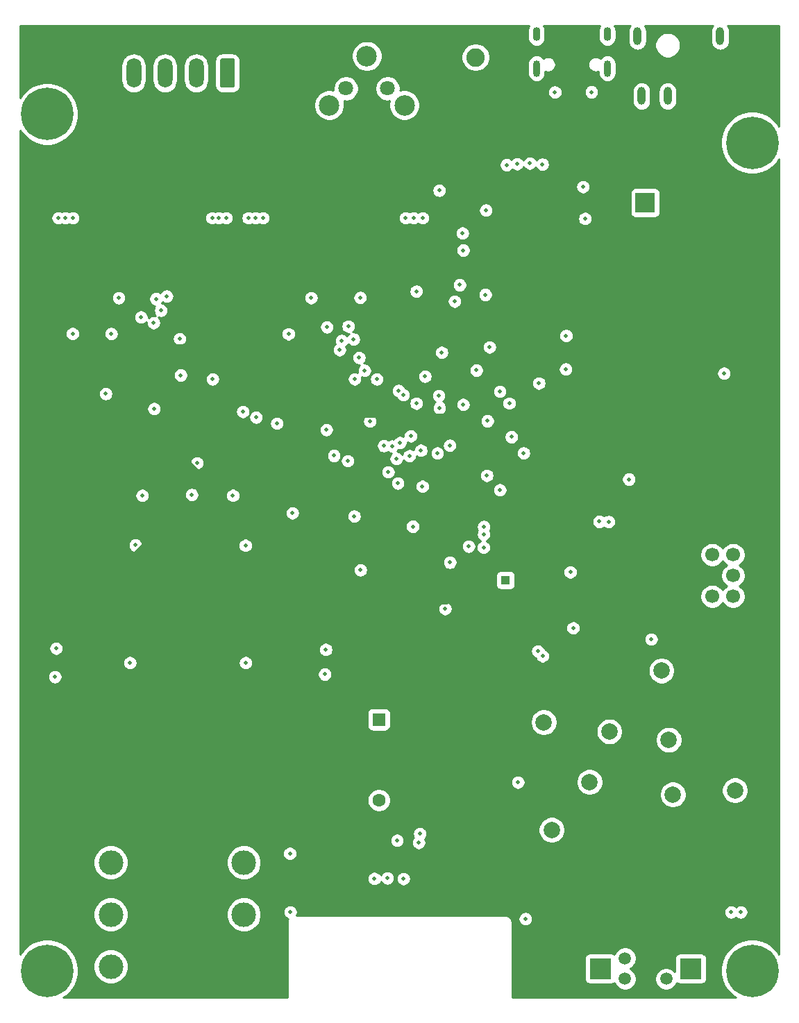
<source format=gbr>
G04 #@! TF.GenerationSoftware,KiCad,Pcbnew,5.1.9*
G04 #@! TF.CreationDate,2021-07-18T14:13:42+08:00*
G04 #@! TF.ProjectId,digital-amplifier2,64696769-7461-46c2-9d61-6d706c696669,rev?*
G04 #@! TF.SameCoordinates,Original*
G04 #@! TF.FileFunction,Copper,L2,Inr*
G04 #@! TF.FilePolarity,Positive*
%FSLAX46Y46*%
G04 Gerber Fmt 4.6, Leading zero omitted, Abs format (unit mm)*
G04 Created by KiCad (PCBNEW 5.1.9) date 2021-07-18 14:13:42*
%MOMM*%
%LPD*%
G01*
G04 APERTURE LIST*
G04 #@! TA.AperFunction,ComponentPad*
%ADD10C,2.400000*%
G04 #@! TD*
G04 #@! TA.AperFunction,ComponentPad*
%ADD11R,2.400000X2.400000*%
G04 #@! TD*
G04 #@! TA.AperFunction,ComponentPad*
%ADD12R,1.600000X1.600000*%
G04 #@! TD*
G04 #@! TA.AperFunction,ComponentPad*
%ADD13C,1.600000*%
G04 #@! TD*
G04 #@! TA.AperFunction,ComponentPad*
%ADD14C,1.100000*%
G04 #@! TD*
G04 #@! TA.AperFunction,ComponentPad*
%ADD15R,1.100000X1.100000*%
G04 #@! TD*
G04 #@! TA.AperFunction,ComponentPad*
%ADD16C,0.600000*%
G04 #@! TD*
G04 #@! TA.AperFunction,ComponentPad*
%ADD17C,2.000000*%
G04 #@! TD*
G04 #@! TA.AperFunction,ComponentPad*
%ADD18C,1.700000*%
G04 #@! TD*
G04 #@! TA.AperFunction,ComponentPad*
%ADD19C,2.250000*%
G04 #@! TD*
G04 #@! TA.AperFunction,ComponentPad*
%ADD20O,1.800000X3.600000*%
G04 #@! TD*
G04 #@! TA.AperFunction,ComponentPad*
%ADD21R,2.600000X2.500000*%
G04 #@! TD*
G04 #@! TA.AperFunction,ComponentPad*
%ADD22C,1.500000*%
G04 #@! TD*
G04 #@! TA.AperFunction,ComponentPad*
%ADD23O,0.900000X1.700000*%
G04 #@! TD*
G04 #@! TA.AperFunction,ComponentPad*
%ADD24O,0.900000X2.000000*%
G04 #@! TD*
G04 #@! TA.AperFunction,ComponentPad*
%ADD25C,1.800000*%
G04 #@! TD*
G04 #@! TA.AperFunction,WasherPad*
%ADD26C,2.500000*%
G04 #@! TD*
G04 #@! TA.AperFunction,ComponentPad*
%ADD27C,3.000000*%
G04 #@! TD*
G04 #@! TA.AperFunction,ComponentPad*
%ADD28O,1.000000X2.200000*%
G04 #@! TD*
G04 #@! TA.AperFunction,ComponentPad*
%ADD29C,6.400000*%
G04 #@! TD*
G04 #@! TA.AperFunction,ViaPad*
%ADD30C,0.500000*%
G04 #@! TD*
G04 #@! TA.AperFunction,Conductor*
%ADD31C,5.000000*%
G04 #@! TD*
G04 #@! TA.AperFunction,Conductor*
%ADD32C,0.500000*%
G04 #@! TD*
G04 #@! TA.AperFunction,Conductor*
%ADD33C,1.500000*%
G04 #@! TD*
G04 #@! TA.AperFunction,Conductor*
%ADD34C,1.000000*%
G04 #@! TD*
G04 #@! TA.AperFunction,Conductor*
%ADD35C,2.000000*%
G04 #@! TD*
G04 #@! TA.AperFunction,Conductor*
%ADD36C,0.200000*%
G04 #@! TD*
G04 #@! TA.AperFunction,Conductor*
%ADD37C,0.300000*%
G04 #@! TD*
G04 #@! TA.AperFunction,Conductor*
%ADD38C,0.254000*%
G04 #@! TD*
G04 #@! TA.AperFunction,Conductor*
%ADD39C,0.100000*%
G04 #@! TD*
G04 APERTURE END LIST*
D10*
X181936400Y-122316240D03*
D11*
X176936400Y-122316240D03*
D12*
X144465040Y-192719960D03*
D13*
X144465040Y-195219960D03*
D12*
X144465040Y-185352180D03*
D13*
X144465040Y-187852180D03*
D14*
X159918400Y-166856280D03*
D15*
X159918400Y-168356280D03*
D16*
X120637300Y-181612540D03*
X121907300Y-181612540D03*
X120637300Y-182882540D03*
X121907300Y-182882540D03*
X120637300Y-184152540D03*
X121907300Y-184152540D03*
D17*
X164589460Y-185689240D03*
X170177460Y-192991740D03*
X165541960Y-198833740D03*
X174558960Y-197055740D03*
X179829460Y-187848240D03*
X187893960Y-194007740D03*
X180337460Y-194515740D03*
X176717960Y-204040740D03*
X172590460Y-186832240D03*
X178940460Y-179402740D03*
D18*
X187667900Y-170345100D03*
X185127900Y-170345100D03*
X187667900Y-167805100D03*
X185127900Y-167805100D03*
X187667900Y-165265100D03*
X185127900Y-165265100D03*
D19*
X153725880Y-107115280D03*
X153725880Y-102035280D03*
X158805880Y-102035280D03*
X158805880Y-107115280D03*
X156265880Y-104575280D03*
D20*
X114570000Y-106500000D03*
X118380000Y-106500000D03*
X122190000Y-106500000D03*
G04 #@! TA.AperFunction,ComponentPad*
G36*
G01*
X126900000Y-104950000D02*
X126900000Y-108050000D01*
G75*
G02*
X126650000Y-108300000I-250000J0D01*
G01*
X125350000Y-108300000D01*
G75*
G02*
X125100000Y-108050000I0J250000D01*
G01*
X125100000Y-104950000D01*
G75*
G02*
X125350000Y-104700000I250000J0D01*
G01*
X126650000Y-104700000D01*
G75*
G02*
X126900000Y-104950000I0J-250000D01*
G01*
G37*
G04 #@! TD.AperFunction*
D16*
X143601360Y-131114320D03*
X143601360Y-129814320D03*
X143601360Y-128514320D03*
X141821360Y-131114320D03*
X141821360Y-129814320D03*
X141821360Y-128514320D03*
X140041360Y-131114320D03*
X140041360Y-129814320D03*
X140041360Y-128514320D03*
X138261360Y-131114320D03*
X138261360Y-129814320D03*
X138261360Y-128514320D03*
X136481360Y-131114320D03*
X136481360Y-129814320D03*
X136481360Y-128514320D03*
X134701360Y-128514320D03*
X134701360Y-129814320D03*
X134701360Y-131114320D03*
X120111440Y-131114320D03*
X120111440Y-129814320D03*
X120111440Y-128514320D03*
X118331440Y-131114320D03*
X118331440Y-129814320D03*
X118331440Y-128514320D03*
X116551440Y-131114320D03*
X116551440Y-129814320D03*
X116551440Y-128514320D03*
X114771440Y-131114320D03*
X114771440Y-129814320D03*
X114771440Y-128514320D03*
X112991440Y-131114320D03*
X112991440Y-129814320D03*
X112991440Y-128514320D03*
X111211440Y-128514320D03*
X111211440Y-129814320D03*
X111211440Y-131114320D03*
D21*
X182500000Y-215750000D03*
X171500000Y-215750000D03*
D22*
X179500000Y-214500000D03*
X174500000Y-214500000D03*
X177000000Y-217000000D03*
X179500000Y-217000000D03*
X174500000Y-217000000D03*
D23*
X163680000Y-101760000D03*
X172320000Y-101760000D03*
D24*
X163680000Y-105930000D03*
X172320000Y-105930000D03*
D16*
X175123800Y-169901080D03*
X175123800Y-171201080D03*
X175123800Y-172501080D03*
X176423800Y-169901080D03*
X176423800Y-171201080D03*
X176423800Y-172501080D03*
X177723800Y-169901080D03*
X177723800Y-171201080D03*
X177723800Y-172501080D03*
X179023800Y-169901080D03*
X179023800Y-171201080D03*
X179023800Y-172501080D03*
X180323800Y-169901080D03*
X180323800Y-171201080D03*
X180323800Y-172501080D03*
D25*
X145540000Y-108383250D03*
X140460000Y-108383250D03*
X143000000Y-108383250D03*
D26*
X143000000Y-104433250D03*
X138400000Y-110433250D03*
X147600000Y-110433250D03*
D16*
X181482520Y-153452520D03*
X180182520Y-153452520D03*
X178882520Y-153452520D03*
X181482520Y-154752520D03*
X180182520Y-154752520D03*
X178882520Y-154752520D03*
X181482520Y-156052520D03*
X180182520Y-156052520D03*
X178882520Y-156052520D03*
X181482520Y-157352520D03*
X180182520Y-157352520D03*
X178882520Y-157352520D03*
X181482520Y-158652520D03*
X180182520Y-158652520D03*
X178882520Y-158652520D03*
D27*
X111770000Y-202800000D03*
X111770000Y-215500000D03*
X111770000Y-209150000D03*
X128000000Y-202800000D03*
X128000000Y-215500000D03*
X128000000Y-209150000D03*
D28*
X186100000Y-102000000D03*
X184900000Y-109300000D03*
X179700000Y-109300000D03*
X176500000Y-109300000D03*
X176000000Y-102000000D03*
D29*
X104000000Y-216000000D03*
X104000000Y-111500000D03*
X190000000Y-216000000D03*
X190000000Y-115000000D03*
D30*
X120869710Y-147623530D03*
X117128440Y-139807800D03*
X125115020Y-157899400D03*
X123802140Y-150769320D03*
X118473220Y-150632160D03*
X119647300Y-154004680D03*
X117137180Y-158041340D03*
X128465280Y-165676880D03*
X114253980Y-165676880D03*
X161323060Y-179473900D03*
X161066520Y-186908480D03*
X105202460Y-173734200D03*
X137659640Y-173876440D03*
X105220240Y-183110400D03*
X137497080Y-182790360D03*
X133248400Y-168572180D03*
X109550200Y-168818560D03*
X163815160Y-127797960D03*
X166494550Y-135092530D03*
X163220400Y-195204080D03*
X142427960Y-148275040D03*
X157327600Y-145529300D03*
X159258300Y-148993560D03*
X160209740Y-156424120D03*
X141612620Y-165681660D03*
X147927060Y-171058840D03*
X137579100Y-159059880D03*
X107109260Y-138290300D03*
X157455670Y-133531410D03*
X162344600Y-209666340D03*
X157972760Y-139936220D03*
X159219900Y-145338800D03*
X133670040Y-208848960D03*
X151819933Y-120823667D03*
X105356660Y-124175520D03*
X149793960Y-124175520D03*
X148728960Y-124175520D03*
X147740900Y-124175520D03*
X129413000Y-124175520D03*
X130327400Y-124175520D03*
X128538500Y-124175520D03*
X124968000Y-124175520D03*
X125846840Y-124175520D03*
X124129060Y-124175520D03*
X106248200Y-124175520D03*
X107149900Y-124175520D03*
X174957740Y-156052520D03*
X171348400Y-161213800D03*
X172476160Y-161229040D03*
X153099320Y-151923300D03*
X169597700Y-124254900D03*
X162133280Y-152854660D03*
X148181060Y-153197560D03*
X105103400Y-176684200D03*
X138007620Y-176826440D03*
X104963700Y-180160400D03*
X137870460Y-179840360D03*
X126665020Y-158035960D03*
X115602720Y-158034020D03*
X121648220Y-157921960D03*
X122274622Y-154069038D03*
X148600160Y-161813240D03*
X153131820Y-166207140D03*
X157233050Y-164376814D03*
X157242798Y-162764942D03*
X124197300Y-143838740D03*
X120297300Y-143354700D03*
X157248860Y-161820860D03*
X127863600Y-147802600D03*
X146777223Y-156544115D03*
X164421820Y-117619780D03*
X160624520Y-150883620D03*
X162882580Y-117505480D03*
X159232600Y-157359406D03*
X161312860Y-117576600D03*
X160365239Y-146778980D03*
X145600420Y-155160980D03*
X145064480Y-151980414D03*
X146105880Y-152013920D03*
X140665200Y-153809700D03*
X141378940Y-138958320D03*
X117867445Y-135472368D03*
X129479132Y-148498468D03*
X149458680Y-199283320D03*
X117286440Y-134042820D03*
X140731240Y-137391140D03*
X138983720Y-153169620D03*
X132019040Y-149237700D03*
X149330102Y-200384902D03*
X146860260Y-145232120D03*
X152146000Y-140583920D03*
X156372560Y-142755620D03*
X147441920Y-145752820D03*
X117047300Y-147446020D03*
X133934200Y-160177480D03*
X151858980Y-147340320D03*
X149779160Y-156923300D03*
X138125198Y-137497820D03*
X115460780Y-136276080D03*
X138071860Y-150022560D03*
X154670280Y-126024160D03*
X142730220Y-142773400D03*
X144200880Y-143840200D03*
X153700480Y-134348220D03*
X139954000Y-139131040D03*
X120167400Y-138925870D03*
X142069820Y-141226540D03*
X150114004Y-143510000D03*
X160045680Y-117698660D03*
X116998842Y-136965598D03*
X139679680Y-140266420D03*
X151604980Y-152859740D03*
X154759660Y-128115060D03*
X149024340Y-146789140D03*
X149024340Y-133121400D03*
X154320240Y-132344160D03*
X141508480Y-143827500D03*
X157647340Y-155595020D03*
X157708300Y-148937680D03*
X154761900Y-146931680D03*
X141475460Y-160555940D03*
X155422600Y-164246560D03*
X143360140Y-148975050D03*
X161427089Y-193017211D03*
X167817800Y-167386000D03*
X165948360Y-108828840D03*
X170400000Y-108812040D03*
X114117120Y-178437540D03*
X128209040Y-178437540D03*
X177688240Y-175567340D03*
X168158160Y-174198280D03*
X167304720Y-138531600D03*
X167251380Y-142603220D03*
X133611620Y-201706480D03*
X147482560Y-204790040D03*
X146692620Y-200116440D03*
X142240000Y-167132000D03*
X145501360Y-204721460D03*
X143931640Y-204769720D03*
X146598320Y-153523310D03*
X118586440Y-133722300D03*
X142184892Y-133890248D03*
X148346160Y-150774400D03*
X111831120Y-138290300D03*
X133441440Y-138325860D03*
X187431680Y-208866740D03*
X188615320Y-208866740D03*
X157515160Y-123214640D03*
X111165640Y-145628360D03*
X169351960Y-120370600D03*
X128193500Y-164126880D03*
X114774980Y-164091620D03*
X163850830Y-177037490D03*
X164429950Y-177616610D03*
X151767540Y-145854420D03*
X186563000Y-143134080D03*
X163997070Y-144338040D03*
X152557480Y-171861480D03*
X112736440Y-133933120D03*
X147045680Y-151597360D03*
X136224260Y-133920480D03*
X149606000Y-152527000D03*
D31*
X111470520Y-129555240D02*
X111211440Y-129814320D01*
X184900000Y-111131920D02*
X181848669Y-114183251D01*
X184900000Y-109300000D02*
X184900000Y-111131920D01*
X181936400Y-115078500D02*
X181936400Y-122316240D01*
X183832500Y-113182400D02*
X181936400Y-115078500D01*
X183832500Y-110367500D02*
X183832500Y-113182400D01*
X184900000Y-109300000D02*
X183832500Y-110367500D01*
D32*
X167571420Y-115780820D02*
X167571420Y-116199920D01*
X158805880Y-107015280D02*
X167571420Y-115780820D01*
D31*
X137637520Y-129555240D02*
X137637520Y-128224280D01*
X137637520Y-129555240D02*
X111470520Y-129555240D01*
X173123951Y-114183251D02*
X169588089Y-114183251D01*
X181848669Y-114183251D02*
X173123951Y-114183251D01*
X143601360Y-129814320D02*
X138261360Y-129814320D01*
D32*
X128465280Y-165676880D02*
X114253980Y-165676880D01*
X117137180Y-162793680D02*
X114253980Y-165676880D01*
X117137180Y-158041340D02*
X117137180Y-162793680D01*
X119647300Y-155531220D02*
X117137180Y-158041340D01*
X119647300Y-154004680D02*
X119647300Y-155531220D01*
X121220300Y-154004680D02*
X125115020Y-157899400D01*
X119647300Y-154004680D02*
X121220300Y-154004680D01*
X118473220Y-152830600D02*
X119647300Y-154004680D01*
X118473220Y-150632160D02*
X118473220Y-152830600D01*
X123664980Y-150632160D02*
X123802140Y-150769320D01*
X118473220Y-150632160D02*
X123664980Y-150632160D01*
X117128440Y-143882260D02*
X120869710Y-147623530D01*
X117128440Y-139807800D02*
X117128440Y-143882260D01*
X120869710Y-147836890D02*
X123802140Y-150769320D01*
X120869710Y-147623530D02*
X120869710Y-147836890D01*
X128016000Y-129814320D02*
X128016000Y-134586980D01*
D31*
X111211440Y-129814320D02*
X128016000Y-129814320D01*
X128016000Y-129814320D02*
X143601360Y-129814320D01*
D32*
X122795180Y-139807800D02*
X117128440Y-139807800D01*
X128016000Y-134586980D02*
X122795180Y-139807800D01*
D33*
X176717960Y-199214740D02*
X174558960Y-197055740D01*
X176717960Y-204040740D02*
X176717960Y-199214740D01*
D34*
X161323060Y-186651940D02*
X161066520Y-186908480D01*
X161323060Y-179473900D02*
X161323060Y-186651940D01*
X160122820Y-187852180D02*
X161066520Y-186908480D01*
X144465040Y-187852180D02*
X160122820Y-187852180D01*
D32*
X137659640Y-173876440D02*
X140704360Y-176921160D01*
X140704360Y-176921160D02*
X140704360Y-181626720D01*
X139540720Y-182790360D02*
X137497080Y-182790360D01*
X140704360Y-181626720D02*
X139540720Y-182790360D01*
X137497080Y-182790360D02*
X137497080Y-183793660D01*
X141555600Y-187852180D02*
X144465040Y-187852180D01*
X137497080Y-183793660D02*
X141555600Y-187852180D01*
X105202460Y-173734200D02*
X112123220Y-180654960D01*
X118409720Y-180654960D02*
X120637300Y-182882540D01*
X112123220Y-180654960D02*
X118409720Y-180654960D01*
X119595160Y-183110400D02*
X120637300Y-184152540D01*
X105220240Y-183110400D02*
X119595160Y-183110400D01*
X137659640Y-173876440D02*
X127352320Y-173876440D01*
X121907300Y-179321460D02*
X121907300Y-181612540D01*
X127352320Y-173876440D02*
X121907300Y-179321460D01*
X136134900Y-184152540D02*
X137497080Y-182790360D01*
X121907300Y-184152540D02*
X136134900Y-184152540D01*
X133002020Y-168818560D02*
X133248400Y-168572180D01*
X109550200Y-168818560D02*
X133002020Y-168818560D01*
X111112300Y-168818560D02*
X114253980Y-165676880D01*
X109550200Y-168818560D02*
X111112300Y-168818560D01*
X109550200Y-170525440D02*
X120637300Y-181612540D01*
X109550200Y-168818560D02*
X109550200Y-170525440D01*
D34*
X166494550Y-130477350D02*
X163815160Y-127797960D01*
X166494550Y-135092530D02*
X166494550Y-130477350D01*
X169160110Y-135092530D02*
X181936400Y-122316240D01*
X166494550Y-135092530D02*
X169160110Y-135092530D01*
X163220400Y-189062360D02*
X163220400Y-195204080D01*
X161066520Y-186908480D02*
X163220400Y-189062360D01*
D35*
X181936400Y-152998640D02*
X180182520Y-154752520D01*
X181936400Y-122316240D02*
X181936400Y-152998640D01*
X180182520Y-170042360D02*
X179023800Y-171201080D01*
X176423800Y-171201080D02*
X175123800Y-172501080D01*
X179023800Y-171201080D02*
X176423800Y-171201080D01*
X175123800Y-196490900D02*
X174558960Y-197055740D01*
X175123800Y-172501080D02*
X175123800Y-196490900D01*
D32*
X142549880Y-165681660D02*
X147927060Y-171058840D01*
X141612620Y-165681660D02*
X142549880Y-165681660D01*
X137579100Y-153123900D02*
X142427960Y-148275040D01*
X137579100Y-159059880D02*
X137579100Y-153123900D01*
X142427960Y-148275040D02*
X155834080Y-148275040D01*
X157327600Y-146781520D02*
X157327600Y-145529300D01*
X155834080Y-148275040D02*
X157327600Y-146781520D01*
X159258300Y-147460000D02*
X157327600Y-145529300D01*
X159258300Y-148993560D02*
X159258300Y-147460000D01*
X160209740Y-156424120D02*
X160209740Y-154372820D01*
X159258300Y-153421380D02*
X159258300Y-148993560D01*
X160209740Y-154372820D02*
X159258300Y-153421380D01*
X141612620Y-163093400D02*
X137579100Y-159059880D01*
X141612620Y-165681660D02*
X141612620Y-163093400D01*
X159918400Y-166856280D02*
X157006420Y-166856280D01*
X152803860Y-171058840D02*
X147927060Y-171058840D01*
X157006420Y-166856280D02*
X152803860Y-171058840D01*
X157327600Y-144259480D02*
X166494550Y-135092530D01*
X157327600Y-145529300D02*
X157327600Y-144259480D01*
D36*
X180340000Y-167805100D02*
X180182520Y-167962580D01*
X185127900Y-167805100D02*
X180340000Y-167805100D01*
D35*
X180182520Y-167962580D02*
X180182520Y-170042360D01*
X180182520Y-154752520D02*
X180182520Y-167962580D01*
D33*
X128000000Y-214700000D02*
X121539000Y-208239000D01*
X121539000Y-181980840D02*
X121907300Y-181612540D01*
X121539000Y-208239000D02*
X121539000Y-181980840D01*
D37*
X177000000Y-217000000D02*
X179500000Y-214500000D01*
X179500000Y-206822780D02*
X176717960Y-204040740D01*
X179500000Y-214500000D02*
X179500000Y-206822780D01*
D31*
X138261360Y-129814320D02*
X138261360Y-117194060D01*
X138261360Y-117194060D02*
X139250420Y-116205000D01*
X139250420Y-116205000D02*
X152450800Y-116205000D01*
X173062900Y-114122200D02*
X173123951Y-114183251D01*
X154533600Y-114122200D02*
X173062900Y-114122200D01*
X152450800Y-116205000D02*
X154533600Y-114122200D01*
D32*
X166654480Y-171201080D02*
X176423800Y-171201080D01*
X162309680Y-166856280D02*
X166654480Y-171201080D01*
X159918400Y-166856280D02*
X162309680Y-166856280D01*
D38*
X162773492Y-100754290D02*
X162672742Y-100942780D01*
X162610700Y-101147303D01*
X162595000Y-101306706D01*
X162595000Y-102213293D01*
X162610700Y-102372696D01*
X162672741Y-102577219D01*
X162773491Y-102765710D01*
X162909078Y-102930922D01*
X163074290Y-103066509D01*
X163262780Y-103167259D01*
X163467303Y-103229300D01*
X163680000Y-103250249D01*
X163892696Y-103229300D01*
X164097219Y-103167259D01*
X164285710Y-103066509D01*
X164450922Y-102930922D01*
X164586509Y-102765710D01*
X164687259Y-102577220D01*
X164749300Y-102372697D01*
X164765000Y-102213294D01*
X164765000Y-101306707D01*
X164749300Y-101147304D01*
X164687259Y-100942780D01*
X164586509Y-100754290D01*
X164550161Y-100710000D01*
X171449840Y-100710000D01*
X171413492Y-100754290D01*
X171312742Y-100942780D01*
X171250700Y-101147303D01*
X171235000Y-101306706D01*
X171235000Y-102213293D01*
X171250700Y-102372696D01*
X171312741Y-102577219D01*
X171413491Y-102765710D01*
X171549078Y-102930922D01*
X171714290Y-103066509D01*
X171902780Y-103167259D01*
X172107303Y-103229300D01*
X172320000Y-103250249D01*
X172532696Y-103229300D01*
X172737219Y-103167259D01*
X172925710Y-103066509D01*
X173090922Y-102930922D01*
X173226509Y-102765710D01*
X173327259Y-102577220D01*
X173389300Y-102372697D01*
X173405000Y-102213294D01*
X173405000Y-101306707D01*
X173389300Y-101147304D01*
X173327259Y-100942780D01*
X173226509Y-100754290D01*
X173190161Y-100710000D01*
X175097984Y-100710000D01*
X175051716Y-100766377D01*
X174946324Y-100963554D01*
X174881423Y-101177502D01*
X174865000Y-101344249D01*
X174865000Y-102655752D01*
X174881423Y-102822499D01*
X174946324Y-103036447D01*
X175051717Y-103233623D01*
X175193552Y-103406449D01*
X175366378Y-103548284D01*
X175563554Y-103653676D01*
X175777502Y-103718577D01*
X176000000Y-103740491D01*
X176222499Y-103718577D01*
X176436447Y-103653676D01*
X176633623Y-103548284D01*
X176806449Y-103406449D01*
X176948284Y-103233623D01*
X177053676Y-103036447D01*
X177081005Y-102946353D01*
X178140000Y-102946353D01*
X178140000Y-103253647D01*
X178199950Y-103555035D01*
X178317546Y-103838937D01*
X178488269Y-104094442D01*
X178705558Y-104311731D01*
X178961063Y-104482454D01*
X179244965Y-104600050D01*
X179546353Y-104660000D01*
X179853647Y-104660000D01*
X180155035Y-104600050D01*
X180438937Y-104482454D01*
X180694442Y-104311731D01*
X180911731Y-104094442D01*
X181082454Y-103838937D01*
X181200050Y-103555035D01*
X181260000Y-103253647D01*
X181260000Y-102946353D01*
X181200050Y-102644965D01*
X181082454Y-102361063D01*
X180911731Y-102105558D01*
X180694442Y-101888269D01*
X180438937Y-101717546D01*
X180155035Y-101599950D01*
X179853647Y-101540000D01*
X179546353Y-101540000D01*
X179244965Y-101599950D01*
X178961063Y-101717546D01*
X178705558Y-101888269D01*
X178488269Y-102105558D01*
X178317546Y-102361063D01*
X178199950Y-102644965D01*
X178140000Y-102946353D01*
X177081005Y-102946353D01*
X177118577Y-102822499D01*
X177135000Y-102655752D01*
X177135000Y-101344248D01*
X177118577Y-101177501D01*
X177053676Y-100963553D01*
X176948284Y-100766377D01*
X176902016Y-100710000D01*
X185197984Y-100710000D01*
X185151716Y-100766377D01*
X185046324Y-100963554D01*
X184981423Y-101177502D01*
X184965000Y-101344249D01*
X184965000Y-102655752D01*
X184981423Y-102822499D01*
X185046324Y-103036447D01*
X185151717Y-103233623D01*
X185293552Y-103406449D01*
X185466378Y-103548284D01*
X185663554Y-103653676D01*
X185877502Y-103718577D01*
X186100000Y-103740491D01*
X186322499Y-103718577D01*
X186536447Y-103653676D01*
X186733623Y-103548284D01*
X186906449Y-103406449D01*
X187048284Y-103233623D01*
X187153676Y-103036447D01*
X187218577Y-102822499D01*
X187235000Y-102655752D01*
X187235000Y-101344248D01*
X187218577Y-101177501D01*
X187153676Y-100963553D01*
X187048284Y-100766377D01*
X187002016Y-100710000D01*
X193290001Y-100710000D01*
X193290001Y-113021016D01*
X192978839Y-112555330D01*
X192444670Y-112021161D01*
X191816554Y-111601467D01*
X191118628Y-111312377D01*
X190377715Y-111165000D01*
X189622285Y-111165000D01*
X188881372Y-111312377D01*
X188183446Y-111601467D01*
X187555330Y-112021161D01*
X187021161Y-112555330D01*
X186601467Y-113183446D01*
X186312377Y-113881372D01*
X186165000Y-114622285D01*
X186165000Y-115377715D01*
X186312377Y-116118628D01*
X186601467Y-116816554D01*
X187021161Y-117444670D01*
X187555330Y-117978839D01*
X188183446Y-118398533D01*
X188881372Y-118687623D01*
X189622285Y-118835000D01*
X190377715Y-118835000D01*
X191118628Y-118687623D01*
X191816554Y-118398533D01*
X192444670Y-117978839D01*
X192978839Y-117444670D01*
X193290001Y-116978984D01*
X193290000Y-214021015D01*
X192978839Y-213555330D01*
X192444670Y-213021161D01*
X191816554Y-212601467D01*
X191118628Y-212312377D01*
X190377715Y-212165000D01*
X189622285Y-212165000D01*
X188881372Y-212312377D01*
X188183446Y-212601467D01*
X187555330Y-213021161D01*
X187021161Y-213555330D01*
X186601467Y-214183446D01*
X186312377Y-214881372D01*
X186165000Y-215622285D01*
X186165000Y-216377715D01*
X186312377Y-217118628D01*
X186601467Y-217816554D01*
X187021161Y-218444670D01*
X187555330Y-218978839D01*
X188021015Y-219290000D01*
X160710000Y-219290000D01*
X160710000Y-214500000D01*
X169561928Y-214500000D01*
X169561928Y-217000000D01*
X169574188Y-217124482D01*
X169610498Y-217244180D01*
X169669463Y-217354494D01*
X169748815Y-217451185D01*
X169845506Y-217530537D01*
X169955820Y-217589502D01*
X170075518Y-217625812D01*
X170200000Y-217638072D01*
X172800000Y-217638072D01*
X172924482Y-217625812D01*
X173044180Y-217589502D01*
X173154494Y-217530537D01*
X173203861Y-217490023D01*
X173272629Y-217656043D01*
X173424201Y-217882886D01*
X173617114Y-218075799D01*
X173843957Y-218227371D01*
X174096011Y-218331775D01*
X174363589Y-218385000D01*
X174636411Y-218385000D01*
X174903989Y-218331775D01*
X175156043Y-218227371D01*
X175382886Y-218075799D01*
X175575799Y-217882886D01*
X175727371Y-217656043D01*
X175831775Y-217403989D01*
X175885000Y-217136411D01*
X175885000Y-216863589D01*
X178115000Y-216863589D01*
X178115000Y-217136411D01*
X178168225Y-217403989D01*
X178272629Y-217656043D01*
X178424201Y-217882886D01*
X178617114Y-218075799D01*
X178843957Y-218227371D01*
X179096011Y-218331775D01*
X179363589Y-218385000D01*
X179636411Y-218385000D01*
X179903989Y-218331775D01*
X180156043Y-218227371D01*
X180382886Y-218075799D01*
X180575799Y-217882886D01*
X180727371Y-217656043D01*
X180796139Y-217490023D01*
X180845506Y-217530537D01*
X180955820Y-217589502D01*
X181075518Y-217625812D01*
X181200000Y-217638072D01*
X183800000Y-217638072D01*
X183924482Y-217625812D01*
X184044180Y-217589502D01*
X184154494Y-217530537D01*
X184251185Y-217451185D01*
X184330537Y-217354494D01*
X184389502Y-217244180D01*
X184425812Y-217124482D01*
X184438072Y-217000000D01*
X184438072Y-214500000D01*
X184425812Y-214375518D01*
X184389502Y-214255820D01*
X184330537Y-214145506D01*
X184251185Y-214048815D01*
X184154494Y-213969463D01*
X184044180Y-213910498D01*
X183924482Y-213874188D01*
X183800000Y-213861928D01*
X181200000Y-213861928D01*
X181075518Y-213874188D01*
X180955820Y-213910498D01*
X180845506Y-213969463D01*
X180748815Y-214048815D01*
X180669463Y-214145506D01*
X180610498Y-214255820D01*
X180574188Y-214375518D01*
X180561928Y-214500000D01*
X180561928Y-216103243D01*
X180382886Y-215924201D01*
X180156043Y-215772629D01*
X179903989Y-215668225D01*
X179636411Y-215615000D01*
X179363589Y-215615000D01*
X179096011Y-215668225D01*
X178843957Y-215772629D01*
X178617114Y-215924201D01*
X178424201Y-216117114D01*
X178272629Y-216343957D01*
X178168225Y-216596011D01*
X178115000Y-216863589D01*
X175885000Y-216863589D01*
X175831775Y-216596011D01*
X175727371Y-216343957D01*
X175575799Y-216117114D01*
X175382886Y-215924201D01*
X175156043Y-215772629D01*
X175101412Y-215750000D01*
X175156043Y-215727371D01*
X175382886Y-215575799D01*
X175575799Y-215382886D01*
X175727371Y-215156043D01*
X175831775Y-214903989D01*
X175885000Y-214636411D01*
X175885000Y-214363589D01*
X175831775Y-214096011D01*
X175727371Y-213843957D01*
X175575799Y-213617114D01*
X175382886Y-213424201D01*
X175156043Y-213272629D01*
X174903989Y-213168225D01*
X174636411Y-213115000D01*
X174363589Y-213115000D01*
X174096011Y-213168225D01*
X173843957Y-213272629D01*
X173617114Y-213424201D01*
X173424201Y-213617114D01*
X173272629Y-213843957D01*
X173203861Y-214009977D01*
X173154494Y-213969463D01*
X173044180Y-213910498D01*
X172924482Y-213874188D01*
X172800000Y-213861928D01*
X170200000Y-213861928D01*
X170075518Y-213874188D01*
X169955820Y-213910498D01*
X169845506Y-213969463D01*
X169748815Y-214048815D01*
X169669463Y-214145506D01*
X169610498Y-214255820D01*
X169574188Y-214375518D01*
X169561928Y-214500000D01*
X160710000Y-214500000D01*
X160710000Y-210034877D01*
X160713435Y-210000000D01*
X160699727Y-209860816D01*
X160659128Y-209726980D01*
X160593200Y-209603637D01*
X160573125Y-209579175D01*
X161459600Y-209579175D01*
X161459600Y-209753505D01*
X161493610Y-209924485D01*
X161560323Y-210085545D01*
X161657176Y-210230495D01*
X161780445Y-210353764D01*
X161925395Y-210450617D01*
X162086455Y-210517330D01*
X162257435Y-210551340D01*
X162431765Y-210551340D01*
X162602745Y-210517330D01*
X162763805Y-210450617D01*
X162908755Y-210353764D01*
X163032024Y-210230495D01*
X163128877Y-210085545D01*
X163195590Y-209924485D01*
X163229600Y-209753505D01*
X163229600Y-209579175D01*
X163195590Y-209408195D01*
X163128877Y-209247135D01*
X163032024Y-209102185D01*
X162908755Y-208978916D01*
X162763805Y-208882063D01*
X162602745Y-208815350D01*
X162431765Y-208781340D01*
X162257435Y-208781340D01*
X162086455Y-208815350D01*
X161925395Y-208882063D01*
X161780445Y-208978916D01*
X161657176Y-209102185D01*
X161560323Y-209247135D01*
X161493610Y-209408195D01*
X161459600Y-209579175D01*
X160573125Y-209579175D01*
X160504475Y-209495525D01*
X160396363Y-209406800D01*
X160273020Y-209340872D01*
X160139184Y-209300273D01*
X160034877Y-209290000D01*
X160000000Y-209286565D01*
X159965123Y-209290000D01*
X134439727Y-209290000D01*
X134454317Y-209268165D01*
X134521030Y-209107105D01*
X134555040Y-208936125D01*
X134555040Y-208779575D01*
X186546680Y-208779575D01*
X186546680Y-208953905D01*
X186580690Y-209124885D01*
X186647403Y-209285945D01*
X186744256Y-209430895D01*
X186867525Y-209554164D01*
X187012475Y-209651017D01*
X187173535Y-209717730D01*
X187344515Y-209751740D01*
X187518845Y-209751740D01*
X187689825Y-209717730D01*
X187850885Y-209651017D01*
X187995835Y-209554164D01*
X188023500Y-209526499D01*
X188051165Y-209554164D01*
X188196115Y-209651017D01*
X188357175Y-209717730D01*
X188528155Y-209751740D01*
X188702485Y-209751740D01*
X188873465Y-209717730D01*
X189034525Y-209651017D01*
X189179475Y-209554164D01*
X189302744Y-209430895D01*
X189399597Y-209285945D01*
X189466310Y-209124885D01*
X189500320Y-208953905D01*
X189500320Y-208779575D01*
X189466310Y-208608595D01*
X189399597Y-208447535D01*
X189302744Y-208302585D01*
X189179475Y-208179316D01*
X189034525Y-208082463D01*
X188873465Y-208015750D01*
X188702485Y-207981740D01*
X188528155Y-207981740D01*
X188357175Y-208015750D01*
X188196115Y-208082463D01*
X188051165Y-208179316D01*
X188023500Y-208206981D01*
X187995835Y-208179316D01*
X187850885Y-208082463D01*
X187689825Y-208015750D01*
X187518845Y-207981740D01*
X187344515Y-207981740D01*
X187173535Y-208015750D01*
X187012475Y-208082463D01*
X186867525Y-208179316D01*
X186744256Y-208302585D01*
X186647403Y-208447535D01*
X186580690Y-208608595D01*
X186546680Y-208779575D01*
X134555040Y-208779575D01*
X134555040Y-208761795D01*
X134521030Y-208590815D01*
X134454317Y-208429755D01*
X134357464Y-208284805D01*
X134234195Y-208161536D01*
X134089245Y-208064683D01*
X133928185Y-207997970D01*
X133757205Y-207963960D01*
X133582875Y-207963960D01*
X133411895Y-207997970D01*
X133250835Y-208064683D01*
X133105885Y-208161536D01*
X132982616Y-208284805D01*
X132885763Y-208429755D01*
X132819050Y-208590815D01*
X132785040Y-208761795D01*
X132785040Y-208936125D01*
X132819050Y-209107105D01*
X132885763Y-209268165D01*
X132982616Y-209413115D01*
X133105885Y-209536384D01*
X133250835Y-209633237D01*
X133365575Y-209680764D01*
X133340872Y-209726980D01*
X133300273Y-209860816D01*
X133286565Y-210000000D01*
X133290001Y-210034887D01*
X133290000Y-219290000D01*
X105978985Y-219290000D01*
X106444670Y-218978839D01*
X106978839Y-218444670D01*
X107398533Y-217816554D01*
X107687623Y-217118628D01*
X107835000Y-216377715D01*
X107835000Y-215622285D01*
X107768849Y-215289721D01*
X109635000Y-215289721D01*
X109635000Y-215710279D01*
X109717047Y-216122756D01*
X109877988Y-216511302D01*
X110111637Y-216860983D01*
X110409017Y-217158363D01*
X110758698Y-217392012D01*
X111147244Y-217552953D01*
X111559721Y-217635000D01*
X111980279Y-217635000D01*
X112392756Y-217552953D01*
X112781302Y-217392012D01*
X113130983Y-217158363D01*
X113428363Y-216860983D01*
X113662012Y-216511302D01*
X113822953Y-216122756D01*
X113905000Y-215710279D01*
X113905000Y-215289721D01*
X113822953Y-214877244D01*
X113662012Y-214488698D01*
X113428363Y-214139017D01*
X113130983Y-213841637D01*
X112781302Y-213607988D01*
X112392756Y-213447047D01*
X111980279Y-213365000D01*
X111559721Y-213365000D01*
X111147244Y-213447047D01*
X110758698Y-213607988D01*
X110409017Y-213841637D01*
X110111637Y-214139017D01*
X109877988Y-214488698D01*
X109717047Y-214877244D01*
X109635000Y-215289721D01*
X107768849Y-215289721D01*
X107687623Y-214881372D01*
X107398533Y-214183446D01*
X106978839Y-213555330D01*
X106444670Y-213021161D01*
X105816554Y-212601467D01*
X105118628Y-212312377D01*
X104377715Y-212165000D01*
X103622285Y-212165000D01*
X102881372Y-212312377D01*
X102183446Y-212601467D01*
X101555330Y-213021161D01*
X101021161Y-213555330D01*
X100710000Y-214021015D01*
X100710000Y-208939721D01*
X109635000Y-208939721D01*
X109635000Y-209360279D01*
X109717047Y-209772756D01*
X109877988Y-210161302D01*
X110111637Y-210510983D01*
X110409017Y-210808363D01*
X110758698Y-211042012D01*
X111147244Y-211202953D01*
X111559721Y-211285000D01*
X111980279Y-211285000D01*
X112392756Y-211202953D01*
X112781302Y-211042012D01*
X113130983Y-210808363D01*
X113428363Y-210510983D01*
X113662012Y-210161302D01*
X113822953Y-209772756D01*
X113905000Y-209360279D01*
X113905000Y-208939721D01*
X125865000Y-208939721D01*
X125865000Y-209360279D01*
X125947047Y-209772756D01*
X126107988Y-210161302D01*
X126341637Y-210510983D01*
X126639017Y-210808363D01*
X126988698Y-211042012D01*
X127377244Y-211202953D01*
X127789721Y-211285000D01*
X128210279Y-211285000D01*
X128622756Y-211202953D01*
X129011302Y-211042012D01*
X129360983Y-210808363D01*
X129658363Y-210510983D01*
X129892012Y-210161302D01*
X130052953Y-209772756D01*
X130135000Y-209360279D01*
X130135000Y-208939721D01*
X130052953Y-208527244D01*
X129892012Y-208138698D01*
X129658363Y-207789017D01*
X129360983Y-207491637D01*
X129011302Y-207257988D01*
X128622756Y-207097047D01*
X128210279Y-207015000D01*
X127789721Y-207015000D01*
X127377244Y-207097047D01*
X126988698Y-207257988D01*
X126639017Y-207491637D01*
X126341637Y-207789017D01*
X126107988Y-208138698D01*
X125947047Y-208527244D01*
X125865000Y-208939721D01*
X113905000Y-208939721D01*
X113822953Y-208527244D01*
X113662012Y-208138698D01*
X113428363Y-207789017D01*
X113130983Y-207491637D01*
X112781302Y-207257988D01*
X112392756Y-207097047D01*
X111980279Y-207015000D01*
X111559721Y-207015000D01*
X111147244Y-207097047D01*
X110758698Y-207257988D01*
X110409017Y-207491637D01*
X110111637Y-207789017D01*
X109877988Y-208138698D01*
X109717047Y-208527244D01*
X109635000Y-208939721D01*
X100710000Y-208939721D01*
X100710000Y-202589721D01*
X109635000Y-202589721D01*
X109635000Y-203010279D01*
X109717047Y-203422756D01*
X109877988Y-203811302D01*
X110111637Y-204160983D01*
X110409017Y-204458363D01*
X110758698Y-204692012D01*
X111147244Y-204852953D01*
X111559721Y-204935000D01*
X111980279Y-204935000D01*
X112392756Y-204852953D01*
X112781302Y-204692012D01*
X113130983Y-204458363D01*
X113428363Y-204160983D01*
X113662012Y-203811302D01*
X113822953Y-203422756D01*
X113905000Y-203010279D01*
X113905000Y-202589721D01*
X125865000Y-202589721D01*
X125865000Y-203010279D01*
X125947047Y-203422756D01*
X126107988Y-203811302D01*
X126341637Y-204160983D01*
X126639017Y-204458363D01*
X126988698Y-204692012D01*
X127377244Y-204852953D01*
X127789721Y-204935000D01*
X128210279Y-204935000D01*
X128622756Y-204852953D01*
X129011302Y-204692012D01*
X129025455Y-204682555D01*
X143046640Y-204682555D01*
X143046640Y-204856885D01*
X143080650Y-205027865D01*
X143147363Y-205188925D01*
X143244216Y-205333875D01*
X143367485Y-205457144D01*
X143512435Y-205553997D01*
X143673495Y-205620710D01*
X143844475Y-205654720D01*
X144018805Y-205654720D01*
X144189785Y-205620710D01*
X144350845Y-205553997D01*
X144495795Y-205457144D01*
X144619064Y-205333875D01*
X144715917Y-205188925D01*
X144728703Y-205158056D01*
X144813936Y-205285615D01*
X144937205Y-205408884D01*
X145082155Y-205505737D01*
X145243215Y-205572450D01*
X145414195Y-205606460D01*
X145588525Y-205606460D01*
X145759505Y-205572450D01*
X145920565Y-205505737D01*
X146065515Y-205408884D01*
X146188784Y-205285615D01*
X146285637Y-205140665D01*
X146352350Y-204979605D01*
X146386360Y-204808625D01*
X146386360Y-204702875D01*
X146597560Y-204702875D01*
X146597560Y-204877205D01*
X146631570Y-205048185D01*
X146698283Y-205209245D01*
X146795136Y-205354195D01*
X146918405Y-205477464D01*
X147063355Y-205574317D01*
X147224415Y-205641030D01*
X147395395Y-205675040D01*
X147569725Y-205675040D01*
X147740705Y-205641030D01*
X147901765Y-205574317D01*
X148046715Y-205477464D01*
X148169984Y-205354195D01*
X148266837Y-205209245D01*
X148333550Y-205048185D01*
X148367560Y-204877205D01*
X148367560Y-204702875D01*
X148333550Y-204531895D01*
X148266837Y-204370835D01*
X148169984Y-204225885D01*
X148046715Y-204102616D01*
X147901765Y-204005763D01*
X147740705Y-203939050D01*
X147569725Y-203905040D01*
X147395395Y-203905040D01*
X147224415Y-203939050D01*
X147063355Y-204005763D01*
X146918405Y-204102616D01*
X146795136Y-204225885D01*
X146698283Y-204370835D01*
X146631570Y-204531895D01*
X146597560Y-204702875D01*
X146386360Y-204702875D01*
X146386360Y-204634295D01*
X146352350Y-204463315D01*
X146285637Y-204302255D01*
X146188784Y-204157305D01*
X146065515Y-204034036D01*
X145920565Y-203937183D01*
X145759505Y-203870470D01*
X145588525Y-203836460D01*
X145414195Y-203836460D01*
X145243215Y-203870470D01*
X145082155Y-203937183D01*
X144937205Y-204034036D01*
X144813936Y-204157305D01*
X144717083Y-204302255D01*
X144704297Y-204333124D01*
X144619064Y-204205565D01*
X144495795Y-204082296D01*
X144350845Y-203985443D01*
X144189785Y-203918730D01*
X144018805Y-203884720D01*
X143844475Y-203884720D01*
X143673495Y-203918730D01*
X143512435Y-203985443D01*
X143367485Y-204082296D01*
X143244216Y-204205565D01*
X143147363Y-204350515D01*
X143080650Y-204511575D01*
X143046640Y-204682555D01*
X129025455Y-204682555D01*
X129360983Y-204458363D01*
X129658363Y-204160983D01*
X129892012Y-203811302D01*
X130052953Y-203422756D01*
X130135000Y-203010279D01*
X130135000Y-202589721D01*
X130052953Y-202177244D01*
X129892012Y-201788698D01*
X129778835Y-201619315D01*
X132726620Y-201619315D01*
X132726620Y-201793645D01*
X132760630Y-201964625D01*
X132827343Y-202125685D01*
X132924196Y-202270635D01*
X133047465Y-202393904D01*
X133192415Y-202490757D01*
X133353475Y-202557470D01*
X133524455Y-202591480D01*
X133698785Y-202591480D01*
X133869765Y-202557470D01*
X134030825Y-202490757D01*
X134175775Y-202393904D01*
X134299044Y-202270635D01*
X134395897Y-202125685D01*
X134462610Y-201964625D01*
X134496620Y-201793645D01*
X134496620Y-201619315D01*
X134462610Y-201448335D01*
X134395897Y-201287275D01*
X134299044Y-201142325D01*
X134175775Y-201019056D01*
X134030825Y-200922203D01*
X133869765Y-200855490D01*
X133698785Y-200821480D01*
X133524455Y-200821480D01*
X133353475Y-200855490D01*
X133192415Y-200922203D01*
X133047465Y-201019056D01*
X132924196Y-201142325D01*
X132827343Y-201287275D01*
X132760630Y-201448335D01*
X132726620Y-201619315D01*
X129778835Y-201619315D01*
X129658363Y-201439017D01*
X129360983Y-201141637D01*
X129011302Y-200907988D01*
X128622756Y-200747047D01*
X128210279Y-200665000D01*
X127789721Y-200665000D01*
X127377244Y-200747047D01*
X126988698Y-200907988D01*
X126639017Y-201141637D01*
X126341637Y-201439017D01*
X126107988Y-201788698D01*
X125947047Y-202177244D01*
X125865000Y-202589721D01*
X113905000Y-202589721D01*
X113822953Y-202177244D01*
X113662012Y-201788698D01*
X113428363Y-201439017D01*
X113130983Y-201141637D01*
X112781302Y-200907988D01*
X112392756Y-200747047D01*
X111980279Y-200665000D01*
X111559721Y-200665000D01*
X111147244Y-200747047D01*
X110758698Y-200907988D01*
X110409017Y-201141637D01*
X110111637Y-201439017D01*
X109877988Y-201788698D01*
X109717047Y-202177244D01*
X109635000Y-202589721D01*
X100710000Y-202589721D01*
X100710000Y-200029275D01*
X145807620Y-200029275D01*
X145807620Y-200203605D01*
X145841630Y-200374585D01*
X145908343Y-200535645D01*
X146005196Y-200680595D01*
X146128465Y-200803864D01*
X146273415Y-200900717D01*
X146434475Y-200967430D01*
X146605455Y-201001440D01*
X146779785Y-201001440D01*
X146950765Y-200967430D01*
X147111825Y-200900717D01*
X147256775Y-200803864D01*
X147380044Y-200680595D01*
X147476897Y-200535645D01*
X147543610Y-200374585D01*
X147558896Y-200297737D01*
X148445102Y-200297737D01*
X148445102Y-200472067D01*
X148479112Y-200643047D01*
X148545825Y-200804107D01*
X148642678Y-200949057D01*
X148765947Y-201072326D01*
X148910897Y-201169179D01*
X149071957Y-201235892D01*
X149242937Y-201269902D01*
X149417267Y-201269902D01*
X149588247Y-201235892D01*
X149749307Y-201169179D01*
X149894257Y-201072326D01*
X150017526Y-200949057D01*
X150114379Y-200804107D01*
X150181092Y-200643047D01*
X150215102Y-200472067D01*
X150215102Y-200297737D01*
X150181092Y-200126757D01*
X150114379Y-199965697D01*
X150079733Y-199913846D01*
X150146104Y-199847475D01*
X150242957Y-199702525D01*
X150309670Y-199541465D01*
X150343680Y-199370485D01*
X150343680Y-199196155D01*
X150309670Y-199025175D01*
X150242957Y-198864115D01*
X150146104Y-198719165D01*
X150099646Y-198672707D01*
X163906960Y-198672707D01*
X163906960Y-198994773D01*
X163969792Y-199310652D01*
X164093042Y-199608203D01*
X164271973Y-199875992D01*
X164499708Y-200103727D01*
X164767497Y-200282658D01*
X165065048Y-200405908D01*
X165380927Y-200468740D01*
X165702993Y-200468740D01*
X166018872Y-200405908D01*
X166316423Y-200282658D01*
X166584212Y-200103727D01*
X166811947Y-199875992D01*
X166990878Y-199608203D01*
X167114128Y-199310652D01*
X167176960Y-198994773D01*
X167176960Y-198672707D01*
X167114128Y-198356828D01*
X166990878Y-198059277D01*
X166811947Y-197791488D01*
X166584212Y-197563753D01*
X166316423Y-197384822D01*
X166018872Y-197261572D01*
X165702993Y-197198740D01*
X165380927Y-197198740D01*
X165065048Y-197261572D01*
X164767497Y-197384822D01*
X164499708Y-197563753D01*
X164271973Y-197791488D01*
X164093042Y-198059277D01*
X163969792Y-198356828D01*
X163906960Y-198672707D01*
X150099646Y-198672707D01*
X150022835Y-198595896D01*
X149877885Y-198499043D01*
X149716825Y-198432330D01*
X149545845Y-198398320D01*
X149371515Y-198398320D01*
X149200535Y-198432330D01*
X149039475Y-198499043D01*
X148894525Y-198595896D01*
X148771256Y-198719165D01*
X148674403Y-198864115D01*
X148607690Y-199025175D01*
X148573680Y-199196155D01*
X148573680Y-199370485D01*
X148607690Y-199541465D01*
X148674403Y-199702525D01*
X148709049Y-199754376D01*
X148642678Y-199820747D01*
X148545825Y-199965697D01*
X148479112Y-200126757D01*
X148445102Y-200297737D01*
X147558896Y-200297737D01*
X147577620Y-200203605D01*
X147577620Y-200029275D01*
X147543610Y-199858295D01*
X147476897Y-199697235D01*
X147380044Y-199552285D01*
X147256775Y-199429016D01*
X147111825Y-199332163D01*
X146950765Y-199265450D01*
X146779785Y-199231440D01*
X146605455Y-199231440D01*
X146434475Y-199265450D01*
X146273415Y-199332163D01*
X146128465Y-199429016D01*
X146005196Y-199552285D01*
X145908343Y-199697235D01*
X145841630Y-199858295D01*
X145807620Y-200029275D01*
X100710000Y-200029275D01*
X100710000Y-195078625D01*
X143030040Y-195078625D01*
X143030040Y-195361295D01*
X143085187Y-195638534D01*
X143193360Y-195899687D01*
X143350403Y-196134719D01*
X143550281Y-196334597D01*
X143785313Y-196491640D01*
X144046466Y-196599813D01*
X144323705Y-196654960D01*
X144606375Y-196654960D01*
X144883614Y-196599813D01*
X145144767Y-196491640D01*
X145379799Y-196334597D01*
X145579677Y-196134719D01*
X145736720Y-195899687D01*
X145844893Y-195638534D01*
X145900040Y-195361295D01*
X145900040Y-195078625D01*
X145844893Y-194801386D01*
X145736720Y-194540233D01*
X145579677Y-194305201D01*
X145379799Y-194105323D01*
X145144767Y-193948280D01*
X144883614Y-193840107D01*
X144606375Y-193784960D01*
X144323705Y-193784960D01*
X144046466Y-193840107D01*
X143785313Y-193948280D01*
X143550281Y-194105323D01*
X143350403Y-194305201D01*
X143193360Y-194540233D01*
X143085187Y-194801386D01*
X143030040Y-195078625D01*
X100710000Y-195078625D01*
X100710000Y-192930046D01*
X160542089Y-192930046D01*
X160542089Y-193104376D01*
X160576099Y-193275356D01*
X160642812Y-193436416D01*
X160739665Y-193581366D01*
X160862934Y-193704635D01*
X161007884Y-193801488D01*
X161168944Y-193868201D01*
X161339924Y-193902211D01*
X161514254Y-193902211D01*
X161685234Y-193868201D01*
X161846294Y-193801488D01*
X161991244Y-193704635D01*
X162114513Y-193581366D01*
X162211366Y-193436416D01*
X162278079Y-193275356D01*
X162312089Y-193104376D01*
X162312089Y-192930046D01*
X162292330Y-192830707D01*
X168542460Y-192830707D01*
X168542460Y-193152773D01*
X168605292Y-193468652D01*
X168728542Y-193766203D01*
X168907473Y-194033992D01*
X169135208Y-194261727D01*
X169402997Y-194440658D01*
X169700548Y-194563908D01*
X170016427Y-194626740D01*
X170338493Y-194626740D01*
X170654372Y-194563908D01*
X170951923Y-194440658D01*
X171080557Y-194354707D01*
X178702460Y-194354707D01*
X178702460Y-194676773D01*
X178765292Y-194992652D01*
X178888542Y-195290203D01*
X179067473Y-195557992D01*
X179295208Y-195785727D01*
X179562997Y-195964658D01*
X179860548Y-196087908D01*
X180176427Y-196150740D01*
X180498493Y-196150740D01*
X180814372Y-196087908D01*
X181111923Y-195964658D01*
X181379712Y-195785727D01*
X181607447Y-195557992D01*
X181786378Y-195290203D01*
X181909628Y-194992652D01*
X181972460Y-194676773D01*
X181972460Y-194354707D01*
X181909628Y-194038828D01*
X181830049Y-193846707D01*
X186258960Y-193846707D01*
X186258960Y-194168773D01*
X186321792Y-194484652D01*
X186445042Y-194782203D01*
X186623973Y-195049992D01*
X186851708Y-195277727D01*
X187119497Y-195456658D01*
X187417048Y-195579908D01*
X187732927Y-195642740D01*
X188054993Y-195642740D01*
X188370872Y-195579908D01*
X188668423Y-195456658D01*
X188936212Y-195277727D01*
X189163947Y-195049992D01*
X189342878Y-194782203D01*
X189466128Y-194484652D01*
X189528960Y-194168773D01*
X189528960Y-193846707D01*
X189466128Y-193530828D01*
X189342878Y-193233277D01*
X189163947Y-192965488D01*
X188936212Y-192737753D01*
X188668423Y-192558822D01*
X188370872Y-192435572D01*
X188054993Y-192372740D01*
X187732927Y-192372740D01*
X187417048Y-192435572D01*
X187119497Y-192558822D01*
X186851708Y-192737753D01*
X186623973Y-192965488D01*
X186445042Y-193233277D01*
X186321792Y-193530828D01*
X186258960Y-193846707D01*
X181830049Y-193846707D01*
X181786378Y-193741277D01*
X181607447Y-193473488D01*
X181379712Y-193245753D01*
X181111923Y-193066822D01*
X180814372Y-192943572D01*
X180498493Y-192880740D01*
X180176427Y-192880740D01*
X179860548Y-192943572D01*
X179562997Y-193066822D01*
X179295208Y-193245753D01*
X179067473Y-193473488D01*
X178888542Y-193741277D01*
X178765292Y-194038828D01*
X178702460Y-194354707D01*
X171080557Y-194354707D01*
X171219712Y-194261727D01*
X171447447Y-194033992D01*
X171626378Y-193766203D01*
X171749628Y-193468652D01*
X171812460Y-193152773D01*
X171812460Y-192830707D01*
X171749628Y-192514828D01*
X171626378Y-192217277D01*
X171447447Y-191949488D01*
X171219712Y-191721753D01*
X170951923Y-191542822D01*
X170654372Y-191419572D01*
X170338493Y-191356740D01*
X170016427Y-191356740D01*
X169700548Y-191419572D01*
X169402997Y-191542822D01*
X169135208Y-191721753D01*
X168907473Y-191949488D01*
X168728542Y-192217277D01*
X168605292Y-192514828D01*
X168542460Y-192830707D01*
X162292330Y-192830707D01*
X162278079Y-192759066D01*
X162211366Y-192598006D01*
X162114513Y-192453056D01*
X161991244Y-192329787D01*
X161846294Y-192232934D01*
X161685234Y-192166221D01*
X161514254Y-192132211D01*
X161339924Y-192132211D01*
X161168944Y-192166221D01*
X161007884Y-192232934D01*
X160862934Y-192329787D01*
X160739665Y-192453056D01*
X160642812Y-192598006D01*
X160576099Y-192759066D01*
X160542089Y-192930046D01*
X100710000Y-192930046D01*
X100710000Y-184552180D01*
X143026968Y-184552180D01*
X143026968Y-186152180D01*
X143039228Y-186276662D01*
X143075538Y-186396360D01*
X143134503Y-186506674D01*
X143213855Y-186603365D01*
X143310546Y-186682717D01*
X143420860Y-186741682D01*
X143540558Y-186777992D01*
X143665040Y-186790252D01*
X145265040Y-186790252D01*
X145389522Y-186777992D01*
X145509220Y-186741682D01*
X145619534Y-186682717D01*
X145716225Y-186603365D01*
X145795577Y-186506674D01*
X145854542Y-186396360D01*
X145890852Y-186276662D01*
X145903112Y-186152180D01*
X145903112Y-185528207D01*
X162954460Y-185528207D01*
X162954460Y-185850273D01*
X163017292Y-186166152D01*
X163140542Y-186463703D01*
X163319473Y-186731492D01*
X163547208Y-186959227D01*
X163814997Y-187138158D01*
X164112548Y-187261408D01*
X164428427Y-187324240D01*
X164750493Y-187324240D01*
X165066372Y-187261408D01*
X165363923Y-187138158D01*
X165631712Y-186959227D01*
X165859447Y-186731492D01*
X165899728Y-186671207D01*
X170955460Y-186671207D01*
X170955460Y-186993273D01*
X171018292Y-187309152D01*
X171141542Y-187606703D01*
X171320473Y-187874492D01*
X171548208Y-188102227D01*
X171815997Y-188281158D01*
X172113548Y-188404408D01*
X172429427Y-188467240D01*
X172751493Y-188467240D01*
X173067372Y-188404408D01*
X173364923Y-188281158D01*
X173632712Y-188102227D01*
X173860447Y-187874492D01*
X173985586Y-187687207D01*
X178194460Y-187687207D01*
X178194460Y-188009273D01*
X178257292Y-188325152D01*
X178380542Y-188622703D01*
X178559473Y-188890492D01*
X178787208Y-189118227D01*
X179054997Y-189297158D01*
X179352548Y-189420408D01*
X179668427Y-189483240D01*
X179990493Y-189483240D01*
X180306372Y-189420408D01*
X180603923Y-189297158D01*
X180871712Y-189118227D01*
X181099447Y-188890492D01*
X181278378Y-188622703D01*
X181401628Y-188325152D01*
X181464460Y-188009273D01*
X181464460Y-187687207D01*
X181401628Y-187371328D01*
X181278378Y-187073777D01*
X181099447Y-186805988D01*
X180871712Y-186578253D01*
X180603923Y-186399322D01*
X180306372Y-186276072D01*
X179990493Y-186213240D01*
X179668427Y-186213240D01*
X179352548Y-186276072D01*
X179054997Y-186399322D01*
X178787208Y-186578253D01*
X178559473Y-186805988D01*
X178380542Y-187073777D01*
X178257292Y-187371328D01*
X178194460Y-187687207D01*
X173985586Y-187687207D01*
X174039378Y-187606703D01*
X174162628Y-187309152D01*
X174225460Y-186993273D01*
X174225460Y-186671207D01*
X174162628Y-186355328D01*
X174039378Y-186057777D01*
X173860447Y-185789988D01*
X173632712Y-185562253D01*
X173364923Y-185383322D01*
X173067372Y-185260072D01*
X172751493Y-185197240D01*
X172429427Y-185197240D01*
X172113548Y-185260072D01*
X171815997Y-185383322D01*
X171548208Y-185562253D01*
X171320473Y-185789988D01*
X171141542Y-186057777D01*
X171018292Y-186355328D01*
X170955460Y-186671207D01*
X165899728Y-186671207D01*
X166038378Y-186463703D01*
X166161628Y-186166152D01*
X166224460Y-185850273D01*
X166224460Y-185528207D01*
X166161628Y-185212328D01*
X166038378Y-184914777D01*
X165859447Y-184646988D01*
X165631712Y-184419253D01*
X165363923Y-184240322D01*
X165066372Y-184117072D01*
X164750493Y-184054240D01*
X164428427Y-184054240D01*
X164112548Y-184117072D01*
X163814997Y-184240322D01*
X163547208Y-184419253D01*
X163319473Y-184646988D01*
X163140542Y-184914777D01*
X163017292Y-185212328D01*
X162954460Y-185528207D01*
X145903112Y-185528207D01*
X145903112Y-184552180D01*
X145890852Y-184427698D01*
X145854542Y-184308000D01*
X145795577Y-184197686D01*
X145716225Y-184100995D01*
X145619534Y-184021643D01*
X145509220Y-183962678D01*
X145389522Y-183926368D01*
X145265040Y-183914108D01*
X143665040Y-183914108D01*
X143540558Y-183926368D01*
X143420860Y-183962678D01*
X143310546Y-184021643D01*
X143213855Y-184100995D01*
X143134503Y-184197686D01*
X143075538Y-184308000D01*
X143039228Y-184427698D01*
X143026968Y-184552180D01*
X100710000Y-184552180D01*
X100710000Y-180073235D01*
X104078700Y-180073235D01*
X104078700Y-180247565D01*
X104112710Y-180418545D01*
X104179423Y-180579605D01*
X104276276Y-180724555D01*
X104399545Y-180847824D01*
X104544495Y-180944677D01*
X104705555Y-181011390D01*
X104876535Y-181045400D01*
X105050865Y-181045400D01*
X105221845Y-181011390D01*
X105382905Y-180944677D01*
X105527855Y-180847824D01*
X105651124Y-180724555D01*
X105747977Y-180579605D01*
X105814690Y-180418545D01*
X105848700Y-180247565D01*
X105848700Y-180073235D01*
X105814690Y-179902255D01*
X105752948Y-179753195D01*
X136985460Y-179753195D01*
X136985460Y-179927525D01*
X137019470Y-180098505D01*
X137086183Y-180259565D01*
X137183036Y-180404515D01*
X137306305Y-180527784D01*
X137451255Y-180624637D01*
X137612315Y-180691350D01*
X137783295Y-180725360D01*
X137957625Y-180725360D01*
X138128605Y-180691350D01*
X138289665Y-180624637D01*
X138434615Y-180527784D01*
X138557884Y-180404515D01*
X138654737Y-180259565D01*
X138721450Y-180098505D01*
X138755460Y-179927525D01*
X138755460Y-179753195D01*
X138721450Y-179582215D01*
X138654737Y-179421155D01*
X138557884Y-179276205D01*
X138523386Y-179241707D01*
X177305460Y-179241707D01*
X177305460Y-179563773D01*
X177368292Y-179879652D01*
X177491542Y-180177203D01*
X177670473Y-180444992D01*
X177898208Y-180672727D01*
X178165997Y-180851658D01*
X178463548Y-180974908D01*
X178779427Y-181037740D01*
X179101493Y-181037740D01*
X179417372Y-180974908D01*
X179714923Y-180851658D01*
X179982712Y-180672727D01*
X180210447Y-180444992D01*
X180389378Y-180177203D01*
X180512628Y-179879652D01*
X180575460Y-179563773D01*
X180575460Y-179241707D01*
X180512628Y-178925828D01*
X180389378Y-178628277D01*
X180210447Y-178360488D01*
X179982712Y-178132753D01*
X179714923Y-177953822D01*
X179417372Y-177830572D01*
X179101493Y-177767740D01*
X178779427Y-177767740D01*
X178463548Y-177830572D01*
X178165997Y-177953822D01*
X177898208Y-178132753D01*
X177670473Y-178360488D01*
X177491542Y-178628277D01*
X177368292Y-178925828D01*
X177305460Y-179241707D01*
X138523386Y-179241707D01*
X138434615Y-179152936D01*
X138289665Y-179056083D01*
X138128605Y-178989370D01*
X137957625Y-178955360D01*
X137783295Y-178955360D01*
X137612315Y-178989370D01*
X137451255Y-179056083D01*
X137306305Y-179152936D01*
X137183036Y-179276205D01*
X137086183Y-179421155D01*
X137019470Y-179582215D01*
X136985460Y-179753195D01*
X105752948Y-179753195D01*
X105747977Y-179741195D01*
X105651124Y-179596245D01*
X105527855Y-179472976D01*
X105382905Y-179376123D01*
X105221845Y-179309410D01*
X105050865Y-179275400D01*
X104876535Y-179275400D01*
X104705555Y-179309410D01*
X104544495Y-179376123D01*
X104399545Y-179472976D01*
X104276276Y-179596245D01*
X104179423Y-179741195D01*
X104112710Y-179902255D01*
X104078700Y-180073235D01*
X100710000Y-180073235D01*
X100710000Y-178350375D01*
X113232120Y-178350375D01*
X113232120Y-178524705D01*
X113266130Y-178695685D01*
X113332843Y-178856745D01*
X113429696Y-179001695D01*
X113552965Y-179124964D01*
X113697915Y-179221817D01*
X113858975Y-179288530D01*
X114029955Y-179322540D01*
X114204285Y-179322540D01*
X114375265Y-179288530D01*
X114536325Y-179221817D01*
X114681275Y-179124964D01*
X114804544Y-179001695D01*
X114901397Y-178856745D01*
X114968110Y-178695685D01*
X115002120Y-178524705D01*
X115002120Y-178350375D01*
X127324040Y-178350375D01*
X127324040Y-178524705D01*
X127358050Y-178695685D01*
X127424763Y-178856745D01*
X127521616Y-179001695D01*
X127644885Y-179124964D01*
X127789835Y-179221817D01*
X127950895Y-179288530D01*
X128121875Y-179322540D01*
X128296205Y-179322540D01*
X128467185Y-179288530D01*
X128628245Y-179221817D01*
X128773195Y-179124964D01*
X128896464Y-179001695D01*
X128993317Y-178856745D01*
X129060030Y-178695685D01*
X129094040Y-178524705D01*
X129094040Y-178350375D01*
X129060030Y-178179395D01*
X128993317Y-178018335D01*
X128896464Y-177873385D01*
X128773195Y-177750116D01*
X128628245Y-177653263D01*
X128467185Y-177586550D01*
X128296205Y-177552540D01*
X128121875Y-177552540D01*
X127950895Y-177586550D01*
X127789835Y-177653263D01*
X127644885Y-177750116D01*
X127521616Y-177873385D01*
X127424763Y-178018335D01*
X127358050Y-178179395D01*
X127324040Y-178350375D01*
X115002120Y-178350375D01*
X114968110Y-178179395D01*
X114901397Y-178018335D01*
X114804544Y-177873385D01*
X114681275Y-177750116D01*
X114536325Y-177653263D01*
X114375265Y-177586550D01*
X114204285Y-177552540D01*
X114029955Y-177552540D01*
X113858975Y-177586550D01*
X113697915Y-177653263D01*
X113552965Y-177750116D01*
X113429696Y-177873385D01*
X113332843Y-178018335D01*
X113266130Y-178179395D01*
X113232120Y-178350375D01*
X100710000Y-178350375D01*
X100710000Y-176597035D01*
X104218400Y-176597035D01*
X104218400Y-176771365D01*
X104252410Y-176942345D01*
X104319123Y-177103405D01*
X104415976Y-177248355D01*
X104539245Y-177371624D01*
X104684195Y-177468477D01*
X104845255Y-177535190D01*
X105016235Y-177569200D01*
X105190565Y-177569200D01*
X105361545Y-177535190D01*
X105522605Y-177468477D01*
X105667555Y-177371624D01*
X105790824Y-177248355D01*
X105887677Y-177103405D01*
X105954390Y-176942345D01*
X105988400Y-176771365D01*
X105988400Y-176739275D01*
X137122620Y-176739275D01*
X137122620Y-176913605D01*
X137156630Y-177084585D01*
X137223343Y-177245645D01*
X137320196Y-177390595D01*
X137443465Y-177513864D01*
X137588415Y-177610717D01*
X137749475Y-177677430D01*
X137920455Y-177711440D01*
X138094785Y-177711440D01*
X138265765Y-177677430D01*
X138426825Y-177610717D01*
X138571775Y-177513864D01*
X138695044Y-177390595D01*
X138791897Y-177245645D01*
X138858610Y-177084585D01*
X138885315Y-176950325D01*
X162965830Y-176950325D01*
X162965830Y-177124655D01*
X162999840Y-177295635D01*
X163066553Y-177456695D01*
X163163406Y-177601645D01*
X163286675Y-177724914D01*
X163431625Y-177821767D01*
X163582980Y-177884460D01*
X163645673Y-178035815D01*
X163742526Y-178180765D01*
X163865795Y-178304034D01*
X164010745Y-178400887D01*
X164171805Y-178467600D01*
X164342785Y-178501610D01*
X164517115Y-178501610D01*
X164688095Y-178467600D01*
X164849155Y-178400887D01*
X164994105Y-178304034D01*
X165117374Y-178180765D01*
X165214227Y-178035815D01*
X165280940Y-177874755D01*
X165314950Y-177703775D01*
X165314950Y-177529445D01*
X165280940Y-177358465D01*
X165214227Y-177197405D01*
X165117374Y-177052455D01*
X164994105Y-176929186D01*
X164849155Y-176832333D01*
X164697800Y-176769640D01*
X164635107Y-176618285D01*
X164538254Y-176473335D01*
X164414985Y-176350066D01*
X164270035Y-176253213D01*
X164108975Y-176186500D01*
X163937995Y-176152490D01*
X163763665Y-176152490D01*
X163592685Y-176186500D01*
X163431625Y-176253213D01*
X163286675Y-176350066D01*
X163163406Y-176473335D01*
X163066553Y-176618285D01*
X162999840Y-176779345D01*
X162965830Y-176950325D01*
X138885315Y-176950325D01*
X138892620Y-176913605D01*
X138892620Y-176739275D01*
X138858610Y-176568295D01*
X138791897Y-176407235D01*
X138695044Y-176262285D01*
X138571775Y-176139016D01*
X138426825Y-176042163D01*
X138265765Y-175975450D01*
X138094785Y-175941440D01*
X137920455Y-175941440D01*
X137749475Y-175975450D01*
X137588415Y-176042163D01*
X137443465Y-176139016D01*
X137320196Y-176262285D01*
X137223343Y-176407235D01*
X137156630Y-176568295D01*
X137122620Y-176739275D01*
X105988400Y-176739275D01*
X105988400Y-176597035D01*
X105954390Y-176426055D01*
X105887677Y-176264995D01*
X105790824Y-176120045D01*
X105667555Y-175996776D01*
X105522605Y-175899923D01*
X105361545Y-175833210D01*
X105190565Y-175799200D01*
X105016235Y-175799200D01*
X104845255Y-175833210D01*
X104684195Y-175899923D01*
X104539245Y-175996776D01*
X104415976Y-176120045D01*
X104319123Y-176264995D01*
X104252410Y-176426055D01*
X104218400Y-176597035D01*
X100710000Y-176597035D01*
X100710000Y-175480175D01*
X176803240Y-175480175D01*
X176803240Y-175654505D01*
X176837250Y-175825485D01*
X176903963Y-175986545D01*
X177000816Y-176131495D01*
X177124085Y-176254764D01*
X177269035Y-176351617D01*
X177430095Y-176418330D01*
X177601075Y-176452340D01*
X177775405Y-176452340D01*
X177946385Y-176418330D01*
X178107445Y-176351617D01*
X178252395Y-176254764D01*
X178375664Y-176131495D01*
X178472517Y-175986545D01*
X178539230Y-175825485D01*
X178573240Y-175654505D01*
X178573240Y-175480175D01*
X178539230Y-175309195D01*
X178472517Y-175148135D01*
X178375664Y-175003185D01*
X178252395Y-174879916D01*
X178107445Y-174783063D01*
X177946385Y-174716350D01*
X177775405Y-174682340D01*
X177601075Y-174682340D01*
X177430095Y-174716350D01*
X177269035Y-174783063D01*
X177124085Y-174879916D01*
X177000816Y-175003185D01*
X176903963Y-175148135D01*
X176837250Y-175309195D01*
X176803240Y-175480175D01*
X100710000Y-175480175D01*
X100710000Y-174111115D01*
X167273160Y-174111115D01*
X167273160Y-174285445D01*
X167307170Y-174456425D01*
X167373883Y-174617485D01*
X167470736Y-174762435D01*
X167594005Y-174885704D01*
X167738955Y-174982557D01*
X167900015Y-175049270D01*
X168070995Y-175083280D01*
X168245325Y-175083280D01*
X168416305Y-175049270D01*
X168577365Y-174982557D01*
X168722315Y-174885704D01*
X168845584Y-174762435D01*
X168942437Y-174617485D01*
X169009150Y-174456425D01*
X169043160Y-174285445D01*
X169043160Y-174111115D01*
X169009150Y-173940135D01*
X168942437Y-173779075D01*
X168845584Y-173634125D01*
X168722315Y-173510856D01*
X168577365Y-173414003D01*
X168416305Y-173347290D01*
X168245325Y-173313280D01*
X168070995Y-173313280D01*
X167900015Y-173347290D01*
X167738955Y-173414003D01*
X167594005Y-173510856D01*
X167470736Y-173634125D01*
X167373883Y-173779075D01*
X167307170Y-173940135D01*
X167273160Y-174111115D01*
X100710000Y-174111115D01*
X100710000Y-171774315D01*
X151672480Y-171774315D01*
X151672480Y-171948645D01*
X151706490Y-172119625D01*
X151773203Y-172280685D01*
X151870056Y-172425635D01*
X151993325Y-172548904D01*
X152138275Y-172645757D01*
X152299335Y-172712470D01*
X152470315Y-172746480D01*
X152644645Y-172746480D01*
X152815625Y-172712470D01*
X152976685Y-172645757D01*
X153121635Y-172548904D01*
X153244904Y-172425635D01*
X153341757Y-172280685D01*
X153408470Y-172119625D01*
X153442480Y-171948645D01*
X153442480Y-171774315D01*
X153408470Y-171603335D01*
X153341757Y-171442275D01*
X153244904Y-171297325D01*
X153121635Y-171174056D01*
X152976685Y-171077203D01*
X152815625Y-171010490D01*
X152644645Y-170976480D01*
X152470315Y-170976480D01*
X152299335Y-171010490D01*
X152138275Y-171077203D01*
X151993325Y-171174056D01*
X151870056Y-171297325D01*
X151773203Y-171442275D01*
X151706490Y-171603335D01*
X151672480Y-171774315D01*
X100710000Y-171774315D01*
X100710000Y-167044835D01*
X141355000Y-167044835D01*
X141355000Y-167219165D01*
X141389010Y-167390145D01*
X141455723Y-167551205D01*
X141552576Y-167696155D01*
X141675845Y-167819424D01*
X141820795Y-167916277D01*
X141981855Y-167982990D01*
X142152835Y-168017000D01*
X142327165Y-168017000D01*
X142498145Y-167982990D01*
X142659205Y-167916277D01*
X142804155Y-167819424D01*
X142817299Y-167806280D01*
X158730328Y-167806280D01*
X158730328Y-168906280D01*
X158742588Y-169030762D01*
X158778898Y-169150460D01*
X158837863Y-169260774D01*
X158917215Y-169357465D01*
X159013906Y-169436817D01*
X159124220Y-169495782D01*
X159243918Y-169532092D01*
X159368400Y-169544352D01*
X160468400Y-169544352D01*
X160592882Y-169532092D01*
X160712580Y-169495782D01*
X160822894Y-169436817D01*
X160919585Y-169357465D01*
X160998937Y-169260774D01*
X161057902Y-169150460D01*
X161094212Y-169030762D01*
X161106472Y-168906280D01*
X161106472Y-167806280D01*
X161094212Y-167681798D01*
X161057902Y-167562100D01*
X160998937Y-167451786D01*
X160919585Y-167355095D01*
X160851032Y-167298835D01*
X166932800Y-167298835D01*
X166932800Y-167473165D01*
X166966810Y-167644145D01*
X167033523Y-167805205D01*
X167130376Y-167950155D01*
X167253645Y-168073424D01*
X167398595Y-168170277D01*
X167559655Y-168236990D01*
X167730635Y-168271000D01*
X167904965Y-168271000D01*
X168075945Y-168236990D01*
X168237005Y-168170277D01*
X168381955Y-168073424D01*
X168505224Y-167950155D01*
X168602077Y-167805205D01*
X168668790Y-167644145D01*
X168702800Y-167473165D01*
X168702800Y-167298835D01*
X168668790Y-167127855D01*
X168602077Y-166966795D01*
X168505224Y-166821845D01*
X168381955Y-166698576D01*
X168237005Y-166601723D01*
X168075945Y-166535010D01*
X167904965Y-166501000D01*
X167730635Y-166501000D01*
X167559655Y-166535010D01*
X167398595Y-166601723D01*
X167253645Y-166698576D01*
X167130376Y-166821845D01*
X167033523Y-166966795D01*
X166966810Y-167127855D01*
X166932800Y-167298835D01*
X160851032Y-167298835D01*
X160822894Y-167275743D01*
X160712580Y-167216778D01*
X160592882Y-167180468D01*
X160468400Y-167168208D01*
X159368400Y-167168208D01*
X159243918Y-167180468D01*
X159124220Y-167216778D01*
X159013906Y-167275743D01*
X158917215Y-167355095D01*
X158837863Y-167451786D01*
X158778898Y-167562100D01*
X158742588Y-167681798D01*
X158730328Y-167806280D01*
X142817299Y-167806280D01*
X142927424Y-167696155D01*
X143024277Y-167551205D01*
X143090990Y-167390145D01*
X143125000Y-167219165D01*
X143125000Y-167044835D01*
X143090990Y-166873855D01*
X143024277Y-166712795D01*
X142927424Y-166567845D01*
X142804155Y-166444576D01*
X142659205Y-166347723D01*
X142498145Y-166281010D01*
X142327165Y-166247000D01*
X142152835Y-166247000D01*
X141981855Y-166281010D01*
X141820795Y-166347723D01*
X141675845Y-166444576D01*
X141552576Y-166567845D01*
X141455723Y-166712795D01*
X141389010Y-166873855D01*
X141355000Y-167044835D01*
X100710000Y-167044835D01*
X100710000Y-166119975D01*
X152246820Y-166119975D01*
X152246820Y-166294305D01*
X152280830Y-166465285D01*
X152347543Y-166626345D01*
X152444396Y-166771295D01*
X152567665Y-166894564D01*
X152712615Y-166991417D01*
X152873675Y-167058130D01*
X153044655Y-167092140D01*
X153218985Y-167092140D01*
X153389965Y-167058130D01*
X153551025Y-166991417D01*
X153695975Y-166894564D01*
X153819244Y-166771295D01*
X153916097Y-166626345D01*
X153982810Y-166465285D01*
X154016820Y-166294305D01*
X154016820Y-166119975D01*
X153982810Y-165948995D01*
X153916097Y-165787935D01*
X153819244Y-165642985D01*
X153695975Y-165519716D01*
X153551025Y-165422863D01*
X153389965Y-165356150D01*
X153218985Y-165322140D01*
X153044655Y-165322140D01*
X152873675Y-165356150D01*
X152712615Y-165422863D01*
X152567665Y-165519716D01*
X152444396Y-165642985D01*
X152347543Y-165787935D01*
X152280830Y-165948995D01*
X152246820Y-166119975D01*
X100710000Y-166119975D01*
X100710000Y-164004455D01*
X113889980Y-164004455D01*
X113889980Y-164178785D01*
X113923990Y-164349765D01*
X113990703Y-164510825D01*
X114087556Y-164655775D01*
X114210825Y-164779044D01*
X114355775Y-164875897D01*
X114516835Y-164942610D01*
X114687815Y-164976620D01*
X114862145Y-164976620D01*
X115033125Y-164942610D01*
X115194185Y-164875897D01*
X115339135Y-164779044D01*
X115462404Y-164655775D01*
X115559257Y-164510825D01*
X115625970Y-164349765D01*
X115659980Y-164178785D01*
X115659980Y-164039715D01*
X127308500Y-164039715D01*
X127308500Y-164214045D01*
X127342510Y-164385025D01*
X127409223Y-164546085D01*
X127506076Y-164691035D01*
X127629345Y-164814304D01*
X127774295Y-164911157D01*
X127935355Y-164977870D01*
X128106335Y-165011880D01*
X128280665Y-165011880D01*
X128451645Y-164977870D01*
X128612705Y-164911157D01*
X128757655Y-164814304D01*
X128880924Y-164691035D01*
X128977777Y-164546085D01*
X129044490Y-164385025D01*
X129078500Y-164214045D01*
X129078500Y-164159395D01*
X154537600Y-164159395D01*
X154537600Y-164333725D01*
X154571610Y-164504705D01*
X154638323Y-164665765D01*
X154735176Y-164810715D01*
X154858445Y-164933984D01*
X155003395Y-165030837D01*
X155164455Y-165097550D01*
X155335435Y-165131560D01*
X155509765Y-165131560D01*
X155680745Y-165097550D01*
X155841805Y-165030837D01*
X155986755Y-164933984D01*
X156110024Y-164810715D01*
X156206877Y-164665765D01*
X156273590Y-164504705D01*
X156307600Y-164333725D01*
X156307600Y-164289649D01*
X156348050Y-164289649D01*
X156348050Y-164463979D01*
X156382060Y-164634959D01*
X156448773Y-164796019D01*
X156545626Y-164940969D01*
X156668895Y-165064238D01*
X156813845Y-165161091D01*
X156974905Y-165227804D01*
X157145885Y-165261814D01*
X157320215Y-165261814D01*
X157491195Y-165227804D01*
X157652255Y-165161091D01*
X157715487Y-165118840D01*
X183642900Y-165118840D01*
X183642900Y-165411360D01*
X183699968Y-165698258D01*
X183811910Y-165968511D01*
X183974425Y-166211732D01*
X184181268Y-166418575D01*
X184424489Y-166581090D01*
X184694742Y-166693032D01*
X184981640Y-166750100D01*
X185274160Y-166750100D01*
X185561058Y-166693032D01*
X185831311Y-166581090D01*
X186074532Y-166418575D01*
X186281375Y-166211732D01*
X186397900Y-166037340D01*
X186514425Y-166211732D01*
X186721268Y-166418575D01*
X186895660Y-166535100D01*
X186721268Y-166651625D01*
X186514425Y-166858468D01*
X186351910Y-167101689D01*
X186239968Y-167371942D01*
X186182900Y-167658840D01*
X186182900Y-167951360D01*
X186239968Y-168238258D01*
X186351910Y-168508511D01*
X186514425Y-168751732D01*
X186721268Y-168958575D01*
X186895660Y-169075100D01*
X186721268Y-169191625D01*
X186514425Y-169398468D01*
X186397900Y-169572860D01*
X186281375Y-169398468D01*
X186074532Y-169191625D01*
X185831311Y-169029110D01*
X185561058Y-168917168D01*
X185274160Y-168860100D01*
X184981640Y-168860100D01*
X184694742Y-168917168D01*
X184424489Y-169029110D01*
X184181268Y-169191625D01*
X183974425Y-169398468D01*
X183811910Y-169641689D01*
X183699968Y-169911942D01*
X183642900Y-170198840D01*
X183642900Y-170491360D01*
X183699968Y-170778258D01*
X183811910Y-171048511D01*
X183974425Y-171291732D01*
X184181268Y-171498575D01*
X184424489Y-171661090D01*
X184694742Y-171773032D01*
X184981640Y-171830100D01*
X185274160Y-171830100D01*
X185561058Y-171773032D01*
X185831311Y-171661090D01*
X186074532Y-171498575D01*
X186281375Y-171291732D01*
X186397900Y-171117340D01*
X186514425Y-171291732D01*
X186721268Y-171498575D01*
X186964489Y-171661090D01*
X187234742Y-171773032D01*
X187521640Y-171830100D01*
X187814160Y-171830100D01*
X188101058Y-171773032D01*
X188371311Y-171661090D01*
X188614532Y-171498575D01*
X188821375Y-171291732D01*
X188983890Y-171048511D01*
X189095832Y-170778258D01*
X189152900Y-170491360D01*
X189152900Y-170198840D01*
X189095832Y-169911942D01*
X188983890Y-169641689D01*
X188821375Y-169398468D01*
X188614532Y-169191625D01*
X188440140Y-169075100D01*
X188614532Y-168958575D01*
X188821375Y-168751732D01*
X188983890Y-168508511D01*
X189095832Y-168238258D01*
X189152900Y-167951360D01*
X189152900Y-167658840D01*
X189095832Y-167371942D01*
X188983890Y-167101689D01*
X188821375Y-166858468D01*
X188614532Y-166651625D01*
X188440140Y-166535100D01*
X188614532Y-166418575D01*
X188821375Y-166211732D01*
X188983890Y-165968511D01*
X189095832Y-165698258D01*
X189152900Y-165411360D01*
X189152900Y-165118840D01*
X189095832Y-164831942D01*
X188983890Y-164561689D01*
X188821375Y-164318468D01*
X188614532Y-164111625D01*
X188371311Y-163949110D01*
X188101058Y-163837168D01*
X187814160Y-163780100D01*
X187521640Y-163780100D01*
X187234742Y-163837168D01*
X186964489Y-163949110D01*
X186721268Y-164111625D01*
X186514425Y-164318468D01*
X186397900Y-164492860D01*
X186281375Y-164318468D01*
X186074532Y-164111625D01*
X185831311Y-163949110D01*
X185561058Y-163837168D01*
X185274160Y-163780100D01*
X184981640Y-163780100D01*
X184694742Y-163837168D01*
X184424489Y-163949110D01*
X184181268Y-164111625D01*
X183974425Y-164318468D01*
X183811910Y-164561689D01*
X183699968Y-164831942D01*
X183642900Y-165118840D01*
X157715487Y-165118840D01*
X157797205Y-165064238D01*
X157920474Y-164940969D01*
X158017327Y-164796019D01*
X158084040Y-164634959D01*
X158118050Y-164463979D01*
X158118050Y-164289649D01*
X158084040Y-164118669D01*
X158017327Y-163957609D01*
X157920474Y-163812659D01*
X157797205Y-163689390D01*
X157652255Y-163592537D01*
X157604839Y-163572897D01*
X157662003Y-163549219D01*
X157806953Y-163452366D01*
X157930222Y-163329097D01*
X158027075Y-163184147D01*
X158093788Y-163023087D01*
X158127798Y-162852107D01*
X158127798Y-162677777D01*
X158093788Y-162506797D01*
X158027075Y-162345737D01*
X157994802Y-162297437D01*
X158033137Y-162240065D01*
X158099850Y-162079005D01*
X158133860Y-161908025D01*
X158133860Y-161733695D01*
X158099850Y-161562715D01*
X158033137Y-161401655D01*
X157936284Y-161256705D01*
X157813015Y-161133436D01*
X157802837Y-161126635D01*
X170463400Y-161126635D01*
X170463400Y-161300965D01*
X170497410Y-161471945D01*
X170564123Y-161633005D01*
X170660976Y-161777955D01*
X170784245Y-161901224D01*
X170929195Y-161998077D01*
X171090255Y-162064790D01*
X171261235Y-162098800D01*
X171435565Y-162098800D01*
X171606545Y-162064790D01*
X171767605Y-161998077D01*
X171903090Y-161907549D01*
X171912005Y-161916464D01*
X172056955Y-162013317D01*
X172218015Y-162080030D01*
X172388995Y-162114040D01*
X172563325Y-162114040D01*
X172734305Y-162080030D01*
X172895365Y-162013317D01*
X173040315Y-161916464D01*
X173163584Y-161793195D01*
X173260437Y-161648245D01*
X173327150Y-161487185D01*
X173361160Y-161316205D01*
X173361160Y-161141875D01*
X173327150Y-160970895D01*
X173260437Y-160809835D01*
X173163584Y-160664885D01*
X173040315Y-160541616D01*
X172895365Y-160444763D01*
X172734305Y-160378050D01*
X172563325Y-160344040D01*
X172388995Y-160344040D01*
X172218015Y-160378050D01*
X172056955Y-160444763D01*
X171921470Y-160535291D01*
X171912555Y-160526376D01*
X171767605Y-160429523D01*
X171606545Y-160362810D01*
X171435565Y-160328800D01*
X171261235Y-160328800D01*
X171090255Y-160362810D01*
X170929195Y-160429523D01*
X170784245Y-160526376D01*
X170660976Y-160649645D01*
X170564123Y-160794595D01*
X170497410Y-160955655D01*
X170463400Y-161126635D01*
X157802837Y-161126635D01*
X157668065Y-161036583D01*
X157507005Y-160969870D01*
X157336025Y-160935860D01*
X157161695Y-160935860D01*
X156990715Y-160969870D01*
X156829655Y-161036583D01*
X156684705Y-161133436D01*
X156561436Y-161256705D01*
X156464583Y-161401655D01*
X156397870Y-161562715D01*
X156363860Y-161733695D01*
X156363860Y-161908025D01*
X156397870Y-162079005D01*
X156464583Y-162240065D01*
X156496856Y-162288365D01*
X156458521Y-162345737D01*
X156391808Y-162506797D01*
X156357798Y-162677777D01*
X156357798Y-162852107D01*
X156391808Y-163023087D01*
X156458521Y-163184147D01*
X156555374Y-163329097D01*
X156678643Y-163452366D01*
X156823593Y-163549219D01*
X156871009Y-163568859D01*
X156813845Y-163592537D01*
X156668895Y-163689390D01*
X156545626Y-163812659D01*
X156448773Y-163957609D01*
X156382060Y-164118669D01*
X156348050Y-164289649D01*
X156307600Y-164289649D01*
X156307600Y-164159395D01*
X156273590Y-163988415D01*
X156206877Y-163827355D01*
X156110024Y-163682405D01*
X155986755Y-163559136D01*
X155841805Y-163462283D01*
X155680745Y-163395570D01*
X155509765Y-163361560D01*
X155335435Y-163361560D01*
X155164455Y-163395570D01*
X155003395Y-163462283D01*
X154858445Y-163559136D01*
X154735176Y-163682405D01*
X154638323Y-163827355D01*
X154571610Y-163988415D01*
X154537600Y-164159395D01*
X129078500Y-164159395D01*
X129078500Y-164039715D01*
X129044490Y-163868735D01*
X128977777Y-163707675D01*
X128880924Y-163562725D01*
X128757655Y-163439456D01*
X128612705Y-163342603D01*
X128451645Y-163275890D01*
X128280665Y-163241880D01*
X128106335Y-163241880D01*
X127935355Y-163275890D01*
X127774295Y-163342603D01*
X127629345Y-163439456D01*
X127506076Y-163562725D01*
X127409223Y-163707675D01*
X127342510Y-163868735D01*
X127308500Y-164039715D01*
X115659980Y-164039715D01*
X115659980Y-164004455D01*
X115625970Y-163833475D01*
X115559257Y-163672415D01*
X115462404Y-163527465D01*
X115339135Y-163404196D01*
X115194185Y-163307343D01*
X115033125Y-163240630D01*
X114862145Y-163206620D01*
X114687815Y-163206620D01*
X114516835Y-163240630D01*
X114355775Y-163307343D01*
X114210825Y-163404196D01*
X114087556Y-163527465D01*
X113990703Y-163672415D01*
X113923990Y-163833475D01*
X113889980Y-164004455D01*
X100710000Y-164004455D01*
X100710000Y-161726075D01*
X147715160Y-161726075D01*
X147715160Y-161900405D01*
X147749170Y-162071385D01*
X147815883Y-162232445D01*
X147912736Y-162377395D01*
X148036005Y-162500664D01*
X148180955Y-162597517D01*
X148342015Y-162664230D01*
X148512995Y-162698240D01*
X148687325Y-162698240D01*
X148858305Y-162664230D01*
X149019365Y-162597517D01*
X149164315Y-162500664D01*
X149287584Y-162377395D01*
X149384437Y-162232445D01*
X149451150Y-162071385D01*
X149485160Y-161900405D01*
X149485160Y-161726075D01*
X149451150Y-161555095D01*
X149384437Y-161394035D01*
X149287584Y-161249085D01*
X149164315Y-161125816D01*
X149019365Y-161028963D01*
X148858305Y-160962250D01*
X148687325Y-160928240D01*
X148512995Y-160928240D01*
X148342015Y-160962250D01*
X148180955Y-161028963D01*
X148036005Y-161125816D01*
X147912736Y-161249085D01*
X147815883Y-161394035D01*
X147749170Y-161555095D01*
X147715160Y-161726075D01*
X100710000Y-161726075D01*
X100710000Y-160090315D01*
X133049200Y-160090315D01*
X133049200Y-160264645D01*
X133083210Y-160435625D01*
X133149923Y-160596685D01*
X133246776Y-160741635D01*
X133370045Y-160864904D01*
X133514995Y-160961757D01*
X133676055Y-161028470D01*
X133847035Y-161062480D01*
X134021365Y-161062480D01*
X134192345Y-161028470D01*
X134353405Y-160961757D01*
X134498355Y-160864904D01*
X134621624Y-160741635D01*
X134718477Y-160596685D01*
X134771458Y-160468775D01*
X140590460Y-160468775D01*
X140590460Y-160643105D01*
X140624470Y-160814085D01*
X140691183Y-160975145D01*
X140788036Y-161120095D01*
X140911305Y-161243364D01*
X141056255Y-161340217D01*
X141217315Y-161406930D01*
X141388295Y-161440940D01*
X141562625Y-161440940D01*
X141733605Y-161406930D01*
X141894665Y-161340217D01*
X142039615Y-161243364D01*
X142162884Y-161120095D01*
X142259737Y-160975145D01*
X142326450Y-160814085D01*
X142360460Y-160643105D01*
X142360460Y-160468775D01*
X142326450Y-160297795D01*
X142259737Y-160136735D01*
X142162884Y-159991785D01*
X142039615Y-159868516D01*
X141894665Y-159771663D01*
X141733605Y-159704950D01*
X141562625Y-159670940D01*
X141388295Y-159670940D01*
X141217315Y-159704950D01*
X141056255Y-159771663D01*
X140911305Y-159868516D01*
X140788036Y-159991785D01*
X140691183Y-160136735D01*
X140624470Y-160297795D01*
X140590460Y-160468775D01*
X134771458Y-160468775D01*
X134785190Y-160435625D01*
X134819200Y-160264645D01*
X134819200Y-160090315D01*
X134785190Y-159919335D01*
X134718477Y-159758275D01*
X134621624Y-159613325D01*
X134498355Y-159490056D01*
X134353405Y-159393203D01*
X134192345Y-159326490D01*
X134021365Y-159292480D01*
X133847035Y-159292480D01*
X133676055Y-159326490D01*
X133514995Y-159393203D01*
X133370045Y-159490056D01*
X133246776Y-159613325D01*
X133149923Y-159758275D01*
X133083210Y-159919335D01*
X133049200Y-160090315D01*
X100710000Y-160090315D01*
X100710000Y-157946855D01*
X114717720Y-157946855D01*
X114717720Y-158121185D01*
X114751730Y-158292165D01*
X114818443Y-158453225D01*
X114915296Y-158598175D01*
X115038565Y-158721444D01*
X115183515Y-158818297D01*
X115344575Y-158885010D01*
X115515555Y-158919020D01*
X115689885Y-158919020D01*
X115860865Y-158885010D01*
X116021925Y-158818297D01*
X116166875Y-158721444D01*
X116290144Y-158598175D01*
X116386997Y-158453225D01*
X116453710Y-158292165D01*
X116487720Y-158121185D01*
X116487720Y-157946855D01*
X116465430Y-157834795D01*
X120763220Y-157834795D01*
X120763220Y-158009125D01*
X120797230Y-158180105D01*
X120863943Y-158341165D01*
X120960796Y-158486115D01*
X121084065Y-158609384D01*
X121229015Y-158706237D01*
X121390075Y-158772950D01*
X121561055Y-158806960D01*
X121735385Y-158806960D01*
X121906365Y-158772950D01*
X122067425Y-158706237D01*
X122212375Y-158609384D01*
X122335644Y-158486115D01*
X122432497Y-158341165D01*
X122499210Y-158180105D01*
X122533220Y-158009125D01*
X122533220Y-157948795D01*
X125780020Y-157948795D01*
X125780020Y-158123125D01*
X125814030Y-158294105D01*
X125880743Y-158455165D01*
X125977596Y-158600115D01*
X126100865Y-158723384D01*
X126245815Y-158820237D01*
X126406875Y-158886950D01*
X126577855Y-158920960D01*
X126752185Y-158920960D01*
X126923165Y-158886950D01*
X127084225Y-158820237D01*
X127229175Y-158723384D01*
X127352444Y-158600115D01*
X127449297Y-158455165D01*
X127516010Y-158294105D01*
X127550020Y-158123125D01*
X127550020Y-157948795D01*
X127516010Y-157777815D01*
X127449297Y-157616755D01*
X127352444Y-157471805D01*
X127229175Y-157348536D01*
X127084225Y-157251683D01*
X126923165Y-157184970D01*
X126752185Y-157150960D01*
X126577855Y-157150960D01*
X126406875Y-157184970D01*
X126245815Y-157251683D01*
X126100865Y-157348536D01*
X125977596Y-157471805D01*
X125880743Y-157616755D01*
X125814030Y-157777815D01*
X125780020Y-157948795D01*
X122533220Y-157948795D01*
X122533220Y-157834795D01*
X122499210Y-157663815D01*
X122432497Y-157502755D01*
X122335644Y-157357805D01*
X122212375Y-157234536D01*
X122067425Y-157137683D01*
X121906365Y-157070970D01*
X121735385Y-157036960D01*
X121561055Y-157036960D01*
X121390075Y-157070970D01*
X121229015Y-157137683D01*
X121084065Y-157234536D01*
X120960796Y-157357805D01*
X120863943Y-157502755D01*
X120797230Y-157663815D01*
X120763220Y-157834795D01*
X116465430Y-157834795D01*
X116453710Y-157775875D01*
X116386997Y-157614815D01*
X116290144Y-157469865D01*
X116166875Y-157346596D01*
X116021925Y-157249743D01*
X115860865Y-157183030D01*
X115689885Y-157149020D01*
X115515555Y-157149020D01*
X115344575Y-157183030D01*
X115183515Y-157249743D01*
X115038565Y-157346596D01*
X114915296Y-157469865D01*
X114818443Y-157614815D01*
X114751730Y-157775875D01*
X114717720Y-157946855D01*
X100710000Y-157946855D01*
X100710000Y-156456950D01*
X145892223Y-156456950D01*
X145892223Y-156631280D01*
X145926233Y-156802260D01*
X145992946Y-156963320D01*
X146089799Y-157108270D01*
X146213068Y-157231539D01*
X146358018Y-157328392D01*
X146519078Y-157395105D01*
X146690058Y-157429115D01*
X146864388Y-157429115D01*
X147035368Y-157395105D01*
X147196428Y-157328392D01*
X147341378Y-157231539D01*
X147464647Y-157108270D01*
X147561500Y-156963320D01*
X147614181Y-156836135D01*
X148894160Y-156836135D01*
X148894160Y-157010465D01*
X148928170Y-157181445D01*
X148994883Y-157342505D01*
X149091736Y-157487455D01*
X149215005Y-157610724D01*
X149359955Y-157707577D01*
X149521015Y-157774290D01*
X149691995Y-157808300D01*
X149866325Y-157808300D01*
X150037305Y-157774290D01*
X150198365Y-157707577D01*
X150343315Y-157610724D01*
X150466584Y-157487455D01*
X150563437Y-157342505D01*
X150592541Y-157272241D01*
X158347600Y-157272241D01*
X158347600Y-157446571D01*
X158381610Y-157617551D01*
X158448323Y-157778611D01*
X158545176Y-157923561D01*
X158668445Y-158046830D01*
X158813395Y-158143683D01*
X158974455Y-158210396D01*
X159145435Y-158244406D01*
X159319765Y-158244406D01*
X159490745Y-158210396D01*
X159651805Y-158143683D01*
X159796755Y-158046830D01*
X159920024Y-157923561D01*
X160016877Y-157778611D01*
X160083590Y-157617551D01*
X160117600Y-157446571D01*
X160117600Y-157272241D01*
X160083590Y-157101261D01*
X160016877Y-156940201D01*
X159920024Y-156795251D01*
X159796755Y-156671982D01*
X159651805Y-156575129D01*
X159490745Y-156508416D01*
X159319765Y-156474406D01*
X159145435Y-156474406D01*
X158974455Y-156508416D01*
X158813395Y-156575129D01*
X158668445Y-156671982D01*
X158545176Y-156795251D01*
X158448323Y-156940201D01*
X158381610Y-157101261D01*
X158347600Y-157272241D01*
X150592541Y-157272241D01*
X150630150Y-157181445D01*
X150664160Y-157010465D01*
X150664160Y-156836135D01*
X150630150Y-156665155D01*
X150563437Y-156504095D01*
X150466584Y-156359145D01*
X150343315Y-156235876D01*
X150198365Y-156139023D01*
X150037305Y-156072310D01*
X149866325Y-156038300D01*
X149691995Y-156038300D01*
X149521015Y-156072310D01*
X149359955Y-156139023D01*
X149215005Y-156235876D01*
X149091736Y-156359145D01*
X148994883Y-156504095D01*
X148928170Y-156665155D01*
X148894160Y-156836135D01*
X147614181Y-156836135D01*
X147628213Y-156802260D01*
X147662223Y-156631280D01*
X147662223Y-156456950D01*
X147628213Y-156285970D01*
X147561500Y-156124910D01*
X147464647Y-155979960D01*
X147341378Y-155856691D01*
X147196428Y-155759838D01*
X147035368Y-155693125D01*
X146864388Y-155659115D01*
X146690058Y-155659115D01*
X146519078Y-155693125D01*
X146358018Y-155759838D01*
X146213068Y-155856691D01*
X146089799Y-155979960D01*
X145992946Y-156124910D01*
X145926233Y-156285970D01*
X145892223Y-156456950D01*
X100710000Y-156456950D01*
X100710000Y-155073815D01*
X144715420Y-155073815D01*
X144715420Y-155248145D01*
X144749430Y-155419125D01*
X144816143Y-155580185D01*
X144912996Y-155725135D01*
X145036265Y-155848404D01*
X145181215Y-155945257D01*
X145342275Y-156011970D01*
X145513255Y-156045980D01*
X145687585Y-156045980D01*
X145858565Y-156011970D01*
X146019625Y-155945257D01*
X146164575Y-155848404D01*
X146287844Y-155725135D01*
X146384697Y-155580185D01*
X146414656Y-155507855D01*
X156762340Y-155507855D01*
X156762340Y-155682185D01*
X156796350Y-155853165D01*
X156863063Y-156014225D01*
X156959916Y-156159175D01*
X157083185Y-156282444D01*
X157228135Y-156379297D01*
X157389195Y-156446010D01*
X157560175Y-156480020D01*
X157734505Y-156480020D01*
X157905485Y-156446010D01*
X158066545Y-156379297D01*
X158211495Y-156282444D01*
X158334764Y-156159175D01*
X158431617Y-156014225D01*
X158451859Y-155965355D01*
X174072740Y-155965355D01*
X174072740Y-156139685D01*
X174106750Y-156310665D01*
X174173463Y-156471725D01*
X174270316Y-156616675D01*
X174393585Y-156739944D01*
X174538535Y-156836797D01*
X174699595Y-156903510D01*
X174870575Y-156937520D01*
X175044905Y-156937520D01*
X175215885Y-156903510D01*
X175376945Y-156836797D01*
X175521895Y-156739944D01*
X175645164Y-156616675D01*
X175742017Y-156471725D01*
X175808730Y-156310665D01*
X175842740Y-156139685D01*
X175842740Y-155965355D01*
X175808730Y-155794375D01*
X175742017Y-155633315D01*
X175645164Y-155488365D01*
X175521895Y-155365096D01*
X175376945Y-155268243D01*
X175215885Y-155201530D01*
X175044905Y-155167520D01*
X174870575Y-155167520D01*
X174699595Y-155201530D01*
X174538535Y-155268243D01*
X174393585Y-155365096D01*
X174270316Y-155488365D01*
X174173463Y-155633315D01*
X174106750Y-155794375D01*
X174072740Y-155965355D01*
X158451859Y-155965355D01*
X158498330Y-155853165D01*
X158532340Y-155682185D01*
X158532340Y-155507855D01*
X158498330Y-155336875D01*
X158431617Y-155175815D01*
X158334764Y-155030865D01*
X158211495Y-154907596D01*
X158066545Y-154810743D01*
X157905485Y-154744030D01*
X157734505Y-154710020D01*
X157560175Y-154710020D01*
X157389195Y-154744030D01*
X157228135Y-154810743D01*
X157083185Y-154907596D01*
X156959916Y-155030865D01*
X156863063Y-155175815D01*
X156796350Y-155336875D01*
X156762340Y-155507855D01*
X146414656Y-155507855D01*
X146451410Y-155419125D01*
X146485420Y-155248145D01*
X146485420Y-155073815D01*
X146451410Y-154902835D01*
X146384697Y-154741775D01*
X146287844Y-154596825D01*
X146164575Y-154473556D01*
X146019625Y-154376703D01*
X145858565Y-154309990D01*
X145687585Y-154275980D01*
X145513255Y-154275980D01*
X145342275Y-154309990D01*
X145181215Y-154376703D01*
X145036265Y-154473556D01*
X144912996Y-154596825D01*
X144816143Y-154741775D01*
X144749430Y-154902835D01*
X144715420Y-155073815D01*
X100710000Y-155073815D01*
X100710000Y-153981873D01*
X121389622Y-153981873D01*
X121389622Y-154156203D01*
X121423632Y-154327183D01*
X121490345Y-154488243D01*
X121587198Y-154633193D01*
X121710467Y-154756462D01*
X121855417Y-154853315D01*
X122016477Y-154920028D01*
X122187457Y-154954038D01*
X122361787Y-154954038D01*
X122532767Y-154920028D01*
X122693827Y-154853315D01*
X122838777Y-154756462D01*
X122962046Y-154633193D01*
X123058899Y-154488243D01*
X123125612Y-154327183D01*
X123159622Y-154156203D01*
X123159622Y-153981873D01*
X123125612Y-153810893D01*
X123058899Y-153649833D01*
X122962046Y-153504883D01*
X122838777Y-153381614D01*
X122693827Y-153284761D01*
X122532767Y-153218048D01*
X122361787Y-153184038D01*
X122187457Y-153184038D01*
X122016477Y-153218048D01*
X121855417Y-153284761D01*
X121710467Y-153381614D01*
X121587198Y-153504883D01*
X121490345Y-153649833D01*
X121423632Y-153810893D01*
X121389622Y-153981873D01*
X100710000Y-153981873D01*
X100710000Y-153082455D01*
X138098720Y-153082455D01*
X138098720Y-153256785D01*
X138132730Y-153427765D01*
X138199443Y-153588825D01*
X138296296Y-153733775D01*
X138419565Y-153857044D01*
X138564515Y-153953897D01*
X138725575Y-154020610D01*
X138896555Y-154054620D01*
X139070885Y-154054620D01*
X139241865Y-154020610D01*
X139402925Y-153953897D01*
X139547875Y-153857044D01*
X139671144Y-153733775D01*
X139678654Y-153722535D01*
X139780200Y-153722535D01*
X139780200Y-153896865D01*
X139814210Y-154067845D01*
X139880923Y-154228905D01*
X139977776Y-154373855D01*
X140101045Y-154497124D01*
X140245995Y-154593977D01*
X140407055Y-154660690D01*
X140578035Y-154694700D01*
X140752365Y-154694700D01*
X140923345Y-154660690D01*
X141084405Y-154593977D01*
X141229355Y-154497124D01*
X141352624Y-154373855D01*
X141449477Y-154228905D01*
X141516190Y-154067845D01*
X141550200Y-153896865D01*
X141550200Y-153722535D01*
X141516190Y-153551555D01*
X141449477Y-153390495D01*
X141352624Y-153245545D01*
X141229355Y-153122276D01*
X141084405Y-153025423D01*
X140923345Y-152958710D01*
X140752365Y-152924700D01*
X140578035Y-152924700D01*
X140407055Y-152958710D01*
X140245995Y-153025423D01*
X140101045Y-153122276D01*
X139977776Y-153245545D01*
X139880923Y-153390495D01*
X139814210Y-153551555D01*
X139780200Y-153722535D01*
X139678654Y-153722535D01*
X139767997Y-153588825D01*
X139834710Y-153427765D01*
X139868720Y-153256785D01*
X139868720Y-153082455D01*
X139834710Y-152911475D01*
X139767997Y-152750415D01*
X139671144Y-152605465D01*
X139547875Y-152482196D01*
X139402925Y-152385343D01*
X139241865Y-152318630D01*
X139070885Y-152284620D01*
X138896555Y-152284620D01*
X138725575Y-152318630D01*
X138564515Y-152385343D01*
X138419565Y-152482196D01*
X138296296Y-152605465D01*
X138199443Y-152750415D01*
X138132730Y-152911475D01*
X138098720Y-153082455D01*
X100710000Y-153082455D01*
X100710000Y-151893249D01*
X144179480Y-151893249D01*
X144179480Y-152067579D01*
X144213490Y-152238559D01*
X144280203Y-152399619D01*
X144377056Y-152544569D01*
X144500325Y-152667838D01*
X144645275Y-152764691D01*
X144806335Y-152831404D01*
X144977315Y-152865414D01*
X145151645Y-152865414D01*
X145322625Y-152831404D01*
X145483685Y-152764691D01*
X145560107Y-152713627D01*
X145686675Y-152798197D01*
X145847735Y-152864910D01*
X145979026Y-152891025D01*
X145910896Y-152959155D01*
X145814043Y-153104105D01*
X145747330Y-153265165D01*
X145713320Y-153436145D01*
X145713320Y-153610475D01*
X145747330Y-153781455D01*
X145814043Y-153942515D01*
X145910896Y-154087465D01*
X146034165Y-154210734D01*
X146179115Y-154307587D01*
X146340175Y-154374300D01*
X146511155Y-154408310D01*
X146685485Y-154408310D01*
X146856465Y-154374300D01*
X147017525Y-154307587D01*
X147162475Y-154210734D01*
X147285744Y-154087465D01*
X147382597Y-153942515D01*
X147449310Y-153781455D01*
X147462504Y-153715123D01*
X147493636Y-153761715D01*
X147616905Y-153884984D01*
X147761855Y-153981837D01*
X147922915Y-154048550D01*
X148093895Y-154082560D01*
X148268225Y-154082560D01*
X148439205Y-154048550D01*
X148600265Y-153981837D01*
X148745215Y-153884984D01*
X148868484Y-153761715D01*
X148965337Y-153616765D01*
X149032050Y-153455705D01*
X149066060Y-153284725D01*
X149066060Y-153230604D01*
X149186795Y-153311277D01*
X149347855Y-153377990D01*
X149518835Y-153412000D01*
X149693165Y-153412000D01*
X149864145Y-153377990D01*
X150025205Y-153311277D01*
X150170155Y-153214424D01*
X150293424Y-153091155D01*
X150390277Y-152946205D01*
X150456990Y-152785145D01*
X150459490Y-152772575D01*
X150719980Y-152772575D01*
X150719980Y-152946905D01*
X150753990Y-153117885D01*
X150820703Y-153278945D01*
X150917556Y-153423895D01*
X151040825Y-153547164D01*
X151185775Y-153644017D01*
X151346835Y-153710730D01*
X151517815Y-153744740D01*
X151692145Y-153744740D01*
X151863125Y-153710730D01*
X152024185Y-153644017D01*
X152169135Y-153547164D01*
X152292404Y-153423895D01*
X152389257Y-153278945D01*
X152455970Y-153117885D01*
X152489980Y-152946905D01*
X152489980Y-152772575D01*
X152455970Y-152601595D01*
X152403466Y-152474839D01*
X152411896Y-152487455D01*
X152535165Y-152610724D01*
X152680115Y-152707577D01*
X152841175Y-152774290D01*
X153012155Y-152808300D01*
X153186485Y-152808300D01*
X153357465Y-152774290D01*
X153373869Y-152767495D01*
X161248280Y-152767495D01*
X161248280Y-152941825D01*
X161282290Y-153112805D01*
X161349003Y-153273865D01*
X161445856Y-153418815D01*
X161569125Y-153542084D01*
X161714075Y-153638937D01*
X161875135Y-153705650D01*
X162046115Y-153739660D01*
X162220445Y-153739660D01*
X162391425Y-153705650D01*
X162552485Y-153638937D01*
X162697435Y-153542084D01*
X162820704Y-153418815D01*
X162917557Y-153273865D01*
X162984270Y-153112805D01*
X163018280Y-152941825D01*
X163018280Y-152767495D01*
X162984270Y-152596515D01*
X162917557Y-152435455D01*
X162820704Y-152290505D01*
X162697435Y-152167236D01*
X162552485Y-152070383D01*
X162391425Y-152003670D01*
X162220445Y-151969660D01*
X162046115Y-151969660D01*
X161875135Y-152003670D01*
X161714075Y-152070383D01*
X161569125Y-152167236D01*
X161445856Y-152290505D01*
X161349003Y-152435455D01*
X161282290Y-152596515D01*
X161248280Y-152767495D01*
X153373869Y-152767495D01*
X153518525Y-152707577D01*
X153663475Y-152610724D01*
X153786744Y-152487455D01*
X153883597Y-152342505D01*
X153950310Y-152181445D01*
X153984320Y-152010465D01*
X153984320Y-151836135D01*
X153950310Y-151665155D01*
X153883597Y-151504095D01*
X153786744Y-151359145D01*
X153663475Y-151235876D01*
X153518525Y-151139023D01*
X153357465Y-151072310D01*
X153186485Y-151038300D01*
X153012155Y-151038300D01*
X152841175Y-151072310D01*
X152680115Y-151139023D01*
X152535165Y-151235876D01*
X152411896Y-151359145D01*
X152315043Y-151504095D01*
X152248330Y-151665155D01*
X152214320Y-151836135D01*
X152214320Y-152010465D01*
X152248330Y-152181445D01*
X152300834Y-152308201D01*
X152292404Y-152295585D01*
X152169135Y-152172316D01*
X152024185Y-152075463D01*
X151863125Y-152008750D01*
X151692145Y-151974740D01*
X151517815Y-151974740D01*
X151346835Y-152008750D01*
X151185775Y-152075463D01*
X151040825Y-152172316D01*
X150917556Y-152295585D01*
X150820703Y-152440535D01*
X150753990Y-152601595D01*
X150719980Y-152772575D01*
X150459490Y-152772575D01*
X150491000Y-152614165D01*
X150491000Y-152439835D01*
X150456990Y-152268855D01*
X150390277Y-152107795D01*
X150293424Y-151962845D01*
X150170155Y-151839576D01*
X150025205Y-151742723D01*
X149864145Y-151676010D01*
X149693165Y-151642000D01*
X149518835Y-151642000D01*
X149347855Y-151676010D01*
X149186795Y-151742723D01*
X149041845Y-151839576D01*
X148918576Y-151962845D01*
X148821723Y-152107795D01*
X148755010Y-152268855D01*
X148721000Y-152439835D01*
X148721000Y-152493956D01*
X148600265Y-152413283D01*
X148439205Y-152346570D01*
X148268225Y-152312560D01*
X148093895Y-152312560D01*
X147922915Y-152346570D01*
X147761855Y-152413283D01*
X147616905Y-152510136D01*
X147493636Y-152633405D01*
X147396783Y-152778355D01*
X147330070Y-152939415D01*
X147316876Y-153005747D01*
X147285744Y-152959155D01*
X147162475Y-152835886D01*
X147017525Y-152739033D01*
X146856465Y-152672320D01*
X146725174Y-152646205D01*
X146793304Y-152578075D01*
X146869138Y-152464582D01*
X146958515Y-152482360D01*
X147132845Y-152482360D01*
X147303825Y-152448350D01*
X147464885Y-152381637D01*
X147609835Y-152284784D01*
X147733104Y-152161515D01*
X147829957Y-152016565D01*
X147896670Y-151855505D01*
X147930680Y-151684525D01*
X147930680Y-151560220D01*
X148088015Y-151625390D01*
X148258995Y-151659400D01*
X148433325Y-151659400D01*
X148604305Y-151625390D01*
X148765365Y-151558677D01*
X148910315Y-151461824D01*
X149033584Y-151338555D01*
X149130437Y-151193605D01*
X149197150Y-151032545D01*
X149231160Y-150861565D01*
X149231160Y-150796455D01*
X159739520Y-150796455D01*
X159739520Y-150970785D01*
X159773530Y-151141765D01*
X159840243Y-151302825D01*
X159937096Y-151447775D01*
X160060365Y-151571044D01*
X160205315Y-151667897D01*
X160366375Y-151734610D01*
X160537355Y-151768620D01*
X160711685Y-151768620D01*
X160882665Y-151734610D01*
X161043725Y-151667897D01*
X161188675Y-151571044D01*
X161311944Y-151447775D01*
X161408797Y-151302825D01*
X161475510Y-151141765D01*
X161509520Y-150970785D01*
X161509520Y-150796455D01*
X161475510Y-150625475D01*
X161408797Y-150464415D01*
X161311944Y-150319465D01*
X161188675Y-150196196D01*
X161043725Y-150099343D01*
X160882665Y-150032630D01*
X160711685Y-149998620D01*
X160537355Y-149998620D01*
X160366375Y-150032630D01*
X160205315Y-150099343D01*
X160060365Y-150196196D01*
X159937096Y-150319465D01*
X159840243Y-150464415D01*
X159773530Y-150625475D01*
X159739520Y-150796455D01*
X149231160Y-150796455D01*
X149231160Y-150687235D01*
X149197150Y-150516255D01*
X149130437Y-150355195D01*
X149033584Y-150210245D01*
X148910315Y-150086976D01*
X148765365Y-149990123D01*
X148604305Y-149923410D01*
X148433325Y-149889400D01*
X148258995Y-149889400D01*
X148088015Y-149923410D01*
X147926955Y-149990123D01*
X147782005Y-150086976D01*
X147658736Y-150210245D01*
X147561883Y-150355195D01*
X147495170Y-150516255D01*
X147461160Y-150687235D01*
X147461160Y-150811540D01*
X147303825Y-150746370D01*
X147132845Y-150712360D01*
X146958515Y-150712360D01*
X146787535Y-150746370D01*
X146626475Y-150813083D01*
X146481525Y-150909936D01*
X146358256Y-151033205D01*
X146282422Y-151146698D01*
X146193045Y-151128920D01*
X146018715Y-151128920D01*
X145847735Y-151162930D01*
X145686675Y-151229643D01*
X145610253Y-151280707D01*
X145483685Y-151196137D01*
X145322625Y-151129424D01*
X145151645Y-151095414D01*
X144977315Y-151095414D01*
X144806335Y-151129424D01*
X144645275Y-151196137D01*
X144500325Y-151292990D01*
X144377056Y-151416259D01*
X144280203Y-151561209D01*
X144213490Y-151722269D01*
X144179480Y-151893249D01*
X100710000Y-151893249D01*
X100710000Y-147358855D01*
X116162300Y-147358855D01*
X116162300Y-147533185D01*
X116196310Y-147704165D01*
X116263023Y-147865225D01*
X116359876Y-148010175D01*
X116483145Y-148133444D01*
X116628095Y-148230297D01*
X116789155Y-148297010D01*
X116960135Y-148331020D01*
X117134465Y-148331020D01*
X117305445Y-148297010D01*
X117466505Y-148230297D01*
X117611455Y-148133444D01*
X117734724Y-148010175D01*
X117831577Y-147865225D01*
X117893621Y-147715435D01*
X126978600Y-147715435D01*
X126978600Y-147889765D01*
X127012610Y-148060745D01*
X127079323Y-148221805D01*
X127176176Y-148366755D01*
X127299445Y-148490024D01*
X127444395Y-148586877D01*
X127605455Y-148653590D01*
X127776435Y-148687600D01*
X127950765Y-148687600D01*
X128121745Y-148653590D01*
X128282805Y-148586877D01*
X128427755Y-148490024D01*
X128551024Y-148366755D01*
X128625022Y-148256010D01*
X128594132Y-148411303D01*
X128594132Y-148585633D01*
X128628142Y-148756613D01*
X128694855Y-148917673D01*
X128791708Y-149062623D01*
X128914977Y-149185892D01*
X129059927Y-149282745D01*
X129220987Y-149349458D01*
X129391967Y-149383468D01*
X129566297Y-149383468D01*
X129737277Y-149349458D01*
X129898337Y-149282745D01*
X130043287Y-149185892D01*
X130078644Y-149150535D01*
X131134040Y-149150535D01*
X131134040Y-149324865D01*
X131168050Y-149495845D01*
X131234763Y-149656905D01*
X131331616Y-149801855D01*
X131454885Y-149925124D01*
X131599835Y-150021977D01*
X131760895Y-150088690D01*
X131931875Y-150122700D01*
X132106205Y-150122700D01*
X132277185Y-150088690D01*
X132438245Y-150021977D01*
X132567823Y-149935395D01*
X137186860Y-149935395D01*
X137186860Y-150109725D01*
X137220870Y-150280705D01*
X137287583Y-150441765D01*
X137384436Y-150586715D01*
X137507705Y-150709984D01*
X137652655Y-150806837D01*
X137813715Y-150873550D01*
X137984695Y-150907560D01*
X138159025Y-150907560D01*
X138330005Y-150873550D01*
X138491065Y-150806837D01*
X138636015Y-150709984D01*
X138759284Y-150586715D01*
X138856137Y-150441765D01*
X138922850Y-150280705D01*
X138956860Y-150109725D01*
X138956860Y-149935395D01*
X138922850Y-149764415D01*
X138856137Y-149603355D01*
X138759284Y-149458405D01*
X138636015Y-149335136D01*
X138491065Y-149238283D01*
X138330005Y-149171570D01*
X138159025Y-149137560D01*
X137984695Y-149137560D01*
X137813715Y-149171570D01*
X137652655Y-149238283D01*
X137507705Y-149335136D01*
X137384436Y-149458405D01*
X137287583Y-149603355D01*
X137220870Y-149764415D01*
X137186860Y-149935395D01*
X132567823Y-149935395D01*
X132583195Y-149925124D01*
X132706464Y-149801855D01*
X132803317Y-149656905D01*
X132870030Y-149495845D01*
X132904040Y-149324865D01*
X132904040Y-149150535D01*
X132870030Y-148979555D01*
X132832060Y-148887885D01*
X142475140Y-148887885D01*
X142475140Y-149062215D01*
X142509150Y-149233195D01*
X142575863Y-149394255D01*
X142672716Y-149539205D01*
X142795985Y-149662474D01*
X142940935Y-149759327D01*
X143101995Y-149826040D01*
X143272975Y-149860050D01*
X143447305Y-149860050D01*
X143618285Y-149826040D01*
X143779345Y-149759327D01*
X143924295Y-149662474D01*
X144047564Y-149539205D01*
X144144417Y-149394255D01*
X144211130Y-149233195D01*
X144245140Y-149062215D01*
X144245140Y-148887885D01*
X144237707Y-148850515D01*
X156823300Y-148850515D01*
X156823300Y-149024845D01*
X156857310Y-149195825D01*
X156924023Y-149356885D01*
X157020876Y-149501835D01*
X157144145Y-149625104D01*
X157289095Y-149721957D01*
X157450155Y-149788670D01*
X157621135Y-149822680D01*
X157795465Y-149822680D01*
X157966445Y-149788670D01*
X158127505Y-149721957D01*
X158272455Y-149625104D01*
X158395724Y-149501835D01*
X158492577Y-149356885D01*
X158559290Y-149195825D01*
X158593300Y-149024845D01*
X158593300Y-148850515D01*
X158559290Y-148679535D01*
X158492577Y-148518475D01*
X158395724Y-148373525D01*
X158272455Y-148250256D01*
X158127505Y-148153403D01*
X157966445Y-148086690D01*
X157795465Y-148052680D01*
X157621135Y-148052680D01*
X157450155Y-148086690D01*
X157289095Y-148153403D01*
X157144145Y-148250256D01*
X157020876Y-148373525D01*
X156924023Y-148518475D01*
X156857310Y-148679535D01*
X156823300Y-148850515D01*
X144237707Y-148850515D01*
X144211130Y-148716905D01*
X144144417Y-148555845D01*
X144047564Y-148410895D01*
X143924295Y-148287626D01*
X143779345Y-148190773D01*
X143618285Y-148124060D01*
X143447305Y-148090050D01*
X143272975Y-148090050D01*
X143101995Y-148124060D01*
X142940935Y-148190773D01*
X142795985Y-148287626D01*
X142672716Y-148410895D01*
X142575863Y-148555845D01*
X142509150Y-148716905D01*
X142475140Y-148887885D01*
X132832060Y-148887885D01*
X132803317Y-148818495D01*
X132706464Y-148673545D01*
X132583195Y-148550276D01*
X132438245Y-148453423D01*
X132277185Y-148386710D01*
X132106205Y-148352700D01*
X131931875Y-148352700D01*
X131760895Y-148386710D01*
X131599835Y-148453423D01*
X131454885Y-148550276D01*
X131331616Y-148673545D01*
X131234763Y-148818495D01*
X131168050Y-148979555D01*
X131134040Y-149150535D01*
X130078644Y-149150535D01*
X130166556Y-149062623D01*
X130263409Y-148917673D01*
X130330122Y-148756613D01*
X130364132Y-148585633D01*
X130364132Y-148411303D01*
X130330122Y-148240323D01*
X130263409Y-148079263D01*
X130166556Y-147934313D01*
X130043287Y-147811044D01*
X129898337Y-147714191D01*
X129737277Y-147647478D01*
X129566297Y-147613468D01*
X129391967Y-147613468D01*
X129220987Y-147647478D01*
X129059927Y-147714191D01*
X128914977Y-147811044D01*
X128791708Y-147934313D01*
X128717710Y-148045058D01*
X128748600Y-147889765D01*
X128748600Y-147715435D01*
X128714590Y-147544455D01*
X128647877Y-147383395D01*
X128551024Y-147238445D01*
X128427755Y-147115176D01*
X128282805Y-147018323D01*
X128121745Y-146951610D01*
X127950765Y-146917600D01*
X127776435Y-146917600D01*
X127605455Y-146951610D01*
X127444395Y-147018323D01*
X127299445Y-147115176D01*
X127176176Y-147238445D01*
X127079323Y-147383395D01*
X127012610Y-147544455D01*
X126978600Y-147715435D01*
X117893621Y-147715435D01*
X117898290Y-147704165D01*
X117932300Y-147533185D01*
X117932300Y-147358855D01*
X117898290Y-147187875D01*
X117831577Y-147026815D01*
X117734724Y-146881865D01*
X117611455Y-146758596D01*
X117526717Y-146701975D01*
X148139340Y-146701975D01*
X148139340Y-146876305D01*
X148173350Y-147047285D01*
X148240063Y-147208345D01*
X148336916Y-147353295D01*
X148460185Y-147476564D01*
X148605135Y-147573417D01*
X148766195Y-147640130D01*
X148937175Y-147674140D01*
X149111505Y-147674140D01*
X149282485Y-147640130D01*
X149443545Y-147573417D01*
X149588495Y-147476564D01*
X149711764Y-147353295D01*
X149808617Y-147208345D01*
X149875330Y-147047285D01*
X149909340Y-146876305D01*
X149909340Y-146701975D01*
X149875330Y-146530995D01*
X149808617Y-146369935D01*
X149711764Y-146224985D01*
X149588495Y-146101716D01*
X149443545Y-146004863D01*
X149282485Y-145938150D01*
X149111505Y-145904140D01*
X148937175Y-145904140D01*
X148766195Y-145938150D01*
X148605135Y-146004863D01*
X148460185Y-146101716D01*
X148336916Y-146224985D01*
X148240063Y-146369935D01*
X148173350Y-146530995D01*
X148139340Y-146701975D01*
X117526717Y-146701975D01*
X117466505Y-146661743D01*
X117305445Y-146595030D01*
X117134465Y-146561020D01*
X116960135Y-146561020D01*
X116789155Y-146595030D01*
X116628095Y-146661743D01*
X116483145Y-146758596D01*
X116359876Y-146881865D01*
X116263023Y-147026815D01*
X116196310Y-147187875D01*
X116162300Y-147358855D01*
X100710000Y-147358855D01*
X100710000Y-145541195D01*
X110280640Y-145541195D01*
X110280640Y-145715525D01*
X110314650Y-145886505D01*
X110381363Y-146047565D01*
X110478216Y-146192515D01*
X110601485Y-146315784D01*
X110746435Y-146412637D01*
X110907495Y-146479350D01*
X111078475Y-146513360D01*
X111252805Y-146513360D01*
X111423785Y-146479350D01*
X111584845Y-146412637D01*
X111729795Y-146315784D01*
X111853064Y-146192515D01*
X111949917Y-146047565D01*
X112016630Y-145886505D01*
X112050640Y-145715525D01*
X112050640Y-145541195D01*
X112016630Y-145370215D01*
X111949917Y-145209155D01*
X111907020Y-145144955D01*
X145975260Y-145144955D01*
X145975260Y-145319285D01*
X146009270Y-145490265D01*
X146075983Y-145651325D01*
X146172836Y-145796275D01*
X146296105Y-145919544D01*
X146441055Y-146016397D01*
X146602115Y-146083110D01*
X146622492Y-146087163D01*
X146657643Y-146172025D01*
X146754496Y-146316975D01*
X146877765Y-146440244D01*
X147022715Y-146537097D01*
X147183775Y-146603810D01*
X147354755Y-146637820D01*
X147529085Y-146637820D01*
X147700065Y-146603810D01*
X147861125Y-146537097D01*
X148006075Y-146440244D01*
X148129344Y-146316975D01*
X148226197Y-146172025D01*
X148292910Y-146010965D01*
X148326920Y-145839985D01*
X148326920Y-145767255D01*
X150882540Y-145767255D01*
X150882540Y-145941585D01*
X150916550Y-146112565D01*
X150983263Y-146273625D01*
X151080116Y-146418575D01*
X151203385Y-146541844D01*
X151332205Y-146627919D01*
X151294825Y-146652896D01*
X151171556Y-146776165D01*
X151074703Y-146921115D01*
X151007990Y-147082175D01*
X150973980Y-147253155D01*
X150973980Y-147427485D01*
X151007990Y-147598465D01*
X151074703Y-147759525D01*
X151171556Y-147904475D01*
X151294825Y-148027744D01*
X151439775Y-148124597D01*
X151600835Y-148191310D01*
X151771815Y-148225320D01*
X151946145Y-148225320D01*
X152117125Y-148191310D01*
X152278185Y-148124597D01*
X152423135Y-148027744D01*
X152546404Y-147904475D01*
X152643257Y-147759525D01*
X152709970Y-147598465D01*
X152743980Y-147427485D01*
X152743980Y-147253155D01*
X152709970Y-147082175D01*
X152643257Y-146921115D01*
X152592075Y-146844515D01*
X153876900Y-146844515D01*
X153876900Y-147018845D01*
X153910910Y-147189825D01*
X153977623Y-147350885D01*
X154074476Y-147495835D01*
X154197745Y-147619104D01*
X154342695Y-147715957D01*
X154503755Y-147782670D01*
X154674735Y-147816680D01*
X154849065Y-147816680D01*
X155020045Y-147782670D01*
X155181105Y-147715957D01*
X155326055Y-147619104D01*
X155449324Y-147495835D01*
X155546177Y-147350885D01*
X155612890Y-147189825D01*
X155646900Y-147018845D01*
X155646900Y-146844515D01*
X155616527Y-146691815D01*
X159480239Y-146691815D01*
X159480239Y-146866145D01*
X159514249Y-147037125D01*
X159580962Y-147198185D01*
X159677815Y-147343135D01*
X159801084Y-147466404D01*
X159946034Y-147563257D01*
X160107094Y-147629970D01*
X160278074Y-147663980D01*
X160452404Y-147663980D01*
X160623384Y-147629970D01*
X160784444Y-147563257D01*
X160929394Y-147466404D01*
X161052663Y-147343135D01*
X161149516Y-147198185D01*
X161216229Y-147037125D01*
X161250239Y-146866145D01*
X161250239Y-146691815D01*
X161216229Y-146520835D01*
X161149516Y-146359775D01*
X161052663Y-146214825D01*
X160929394Y-146091556D01*
X160784444Y-145994703D01*
X160623384Y-145927990D01*
X160452404Y-145893980D01*
X160278074Y-145893980D01*
X160107094Y-145927990D01*
X159946034Y-145994703D01*
X159801084Y-146091556D01*
X159677815Y-146214825D01*
X159580962Y-146359775D01*
X159514249Y-146520835D01*
X159480239Y-146691815D01*
X155616527Y-146691815D01*
X155612890Y-146673535D01*
X155546177Y-146512475D01*
X155449324Y-146367525D01*
X155326055Y-146244256D01*
X155181105Y-146147403D01*
X155020045Y-146080690D01*
X154849065Y-146046680D01*
X154674735Y-146046680D01*
X154503755Y-146080690D01*
X154342695Y-146147403D01*
X154197745Y-146244256D01*
X154074476Y-146367525D01*
X153977623Y-146512475D01*
X153910910Y-146673535D01*
X153876900Y-146844515D01*
X152592075Y-146844515D01*
X152546404Y-146776165D01*
X152423135Y-146652896D01*
X152294315Y-146566821D01*
X152331695Y-146541844D01*
X152454964Y-146418575D01*
X152551817Y-146273625D01*
X152618530Y-146112565D01*
X152652540Y-145941585D01*
X152652540Y-145767255D01*
X152618530Y-145596275D01*
X152551817Y-145435215D01*
X152454964Y-145290265D01*
X152416334Y-145251635D01*
X158334900Y-145251635D01*
X158334900Y-145425965D01*
X158368910Y-145596945D01*
X158435623Y-145758005D01*
X158532476Y-145902955D01*
X158655745Y-146026224D01*
X158800695Y-146123077D01*
X158961755Y-146189790D01*
X159132735Y-146223800D01*
X159307065Y-146223800D01*
X159478045Y-146189790D01*
X159639105Y-146123077D01*
X159784055Y-146026224D01*
X159907324Y-145902955D01*
X160004177Y-145758005D01*
X160070890Y-145596945D01*
X160104900Y-145425965D01*
X160104900Y-145251635D01*
X160070890Y-145080655D01*
X160004177Y-144919595D01*
X159907324Y-144774645D01*
X159784055Y-144651376D01*
X159639105Y-144554523D01*
X159478045Y-144487810D01*
X159307065Y-144453800D01*
X159132735Y-144453800D01*
X158961755Y-144487810D01*
X158800695Y-144554523D01*
X158655745Y-144651376D01*
X158532476Y-144774645D01*
X158435623Y-144919595D01*
X158368910Y-145080655D01*
X158334900Y-145251635D01*
X152416334Y-145251635D01*
X152331695Y-145166996D01*
X152186745Y-145070143D01*
X152025685Y-145003430D01*
X151854705Y-144969420D01*
X151680375Y-144969420D01*
X151509395Y-145003430D01*
X151348335Y-145070143D01*
X151203385Y-145166996D01*
X151080116Y-145290265D01*
X150983263Y-145435215D01*
X150916550Y-145596275D01*
X150882540Y-145767255D01*
X148326920Y-145767255D01*
X148326920Y-145665655D01*
X148292910Y-145494675D01*
X148226197Y-145333615D01*
X148129344Y-145188665D01*
X148006075Y-145065396D01*
X147861125Y-144968543D01*
X147700065Y-144901830D01*
X147679688Y-144897777D01*
X147644537Y-144812915D01*
X147547684Y-144667965D01*
X147424415Y-144544696D01*
X147279465Y-144447843D01*
X147118405Y-144381130D01*
X146947425Y-144347120D01*
X146773095Y-144347120D01*
X146602115Y-144381130D01*
X146441055Y-144447843D01*
X146296105Y-144544696D01*
X146172836Y-144667965D01*
X146075983Y-144812915D01*
X146009270Y-144973975D01*
X145975260Y-145144955D01*
X111907020Y-145144955D01*
X111853064Y-145064205D01*
X111729795Y-144940936D01*
X111584845Y-144844083D01*
X111423785Y-144777370D01*
X111252805Y-144743360D01*
X111078475Y-144743360D01*
X110907495Y-144777370D01*
X110746435Y-144844083D01*
X110601485Y-144940936D01*
X110478216Y-145064205D01*
X110381363Y-145209155D01*
X110314650Y-145370215D01*
X110280640Y-145541195D01*
X100710000Y-145541195D01*
X100710000Y-143267535D01*
X119412300Y-143267535D01*
X119412300Y-143441865D01*
X119446310Y-143612845D01*
X119513023Y-143773905D01*
X119609876Y-143918855D01*
X119733145Y-144042124D01*
X119878095Y-144138977D01*
X120039155Y-144205690D01*
X120210135Y-144239700D01*
X120384465Y-144239700D01*
X120555445Y-144205690D01*
X120716505Y-144138977D01*
X120861455Y-144042124D01*
X120984724Y-143918855D01*
X121081577Y-143773905D01*
X121090826Y-143751575D01*
X123312300Y-143751575D01*
X123312300Y-143925905D01*
X123346310Y-144096885D01*
X123413023Y-144257945D01*
X123509876Y-144402895D01*
X123633145Y-144526164D01*
X123778095Y-144623017D01*
X123939155Y-144689730D01*
X124110135Y-144723740D01*
X124284465Y-144723740D01*
X124455445Y-144689730D01*
X124616505Y-144623017D01*
X124761455Y-144526164D01*
X124884724Y-144402895D01*
X124981577Y-144257945D01*
X125048290Y-144096885D01*
X125082300Y-143925905D01*
X125082300Y-143751575D01*
X125080065Y-143740335D01*
X140623480Y-143740335D01*
X140623480Y-143914665D01*
X140657490Y-144085645D01*
X140724203Y-144246705D01*
X140821056Y-144391655D01*
X140944325Y-144514924D01*
X141089275Y-144611777D01*
X141250335Y-144678490D01*
X141421315Y-144712500D01*
X141595645Y-144712500D01*
X141766625Y-144678490D01*
X141927685Y-144611777D01*
X142072635Y-144514924D01*
X142195904Y-144391655D01*
X142292757Y-144246705D01*
X142359470Y-144085645D01*
X142393480Y-143914665D01*
X142393480Y-143753035D01*
X143315880Y-143753035D01*
X143315880Y-143927365D01*
X143349890Y-144098345D01*
X143416603Y-144259405D01*
X143513456Y-144404355D01*
X143636725Y-144527624D01*
X143781675Y-144624477D01*
X143942735Y-144691190D01*
X144113715Y-144725200D01*
X144288045Y-144725200D01*
X144459025Y-144691190D01*
X144620085Y-144624477D01*
X144765035Y-144527624D01*
X144888304Y-144404355D01*
X144985157Y-144259405D01*
X145051870Y-144098345D01*
X145085880Y-143927365D01*
X145085880Y-143753035D01*
X145051870Y-143582055D01*
X144985920Y-143422835D01*
X149229004Y-143422835D01*
X149229004Y-143597165D01*
X149263014Y-143768145D01*
X149329727Y-143929205D01*
X149426580Y-144074155D01*
X149549849Y-144197424D01*
X149694799Y-144294277D01*
X149855859Y-144360990D01*
X150026839Y-144395000D01*
X150201169Y-144395000D01*
X150372149Y-144360990D01*
X150533209Y-144294277D01*
X150598164Y-144250875D01*
X163112070Y-144250875D01*
X163112070Y-144425205D01*
X163146080Y-144596185D01*
X163212793Y-144757245D01*
X163309646Y-144902195D01*
X163432915Y-145025464D01*
X163577865Y-145122317D01*
X163738925Y-145189030D01*
X163909905Y-145223040D01*
X164084235Y-145223040D01*
X164255215Y-145189030D01*
X164416275Y-145122317D01*
X164561225Y-145025464D01*
X164684494Y-144902195D01*
X164781347Y-144757245D01*
X164848060Y-144596185D01*
X164882070Y-144425205D01*
X164882070Y-144250875D01*
X164848060Y-144079895D01*
X164781347Y-143918835D01*
X164684494Y-143773885D01*
X164561225Y-143650616D01*
X164416275Y-143553763D01*
X164255215Y-143487050D01*
X164084235Y-143453040D01*
X163909905Y-143453040D01*
X163738925Y-143487050D01*
X163577865Y-143553763D01*
X163432915Y-143650616D01*
X163309646Y-143773885D01*
X163212793Y-143918835D01*
X163146080Y-144079895D01*
X163112070Y-144250875D01*
X150598164Y-144250875D01*
X150678159Y-144197424D01*
X150801428Y-144074155D01*
X150898281Y-143929205D01*
X150964994Y-143768145D01*
X150999004Y-143597165D01*
X150999004Y-143422835D01*
X150964994Y-143251855D01*
X150898281Y-143090795D01*
X150801428Y-142945845D01*
X150678159Y-142822576D01*
X150533209Y-142725723D01*
X150394952Y-142668455D01*
X155487560Y-142668455D01*
X155487560Y-142842785D01*
X155521570Y-143013765D01*
X155588283Y-143174825D01*
X155685136Y-143319775D01*
X155808405Y-143443044D01*
X155953355Y-143539897D01*
X156114415Y-143606610D01*
X156285395Y-143640620D01*
X156459725Y-143640620D01*
X156630705Y-143606610D01*
X156791765Y-143539897D01*
X156936715Y-143443044D01*
X157059984Y-143319775D01*
X157156837Y-143174825D01*
X157223550Y-143013765D01*
X157257560Y-142842785D01*
X157257560Y-142668455D01*
X157227246Y-142516055D01*
X166366380Y-142516055D01*
X166366380Y-142690385D01*
X166400390Y-142861365D01*
X166467103Y-143022425D01*
X166563956Y-143167375D01*
X166687225Y-143290644D01*
X166832175Y-143387497D01*
X166993235Y-143454210D01*
X167164215Y-143488220D01*
X167338545Y-143488220D01*
X167509525Y-143454210D01*
X167670585Y-143387497D01*
X167815535Y-143290644D01*
X167938804Y-143167375D01*
X168019293Y-143046915D01*
X185678000Y-143046915D01*
X185678000Y-143221245D01*
X185712010Y-143392225D01*
X185778723Y-143553285D01*
X185875576Y-143698235D01*
X185998845Y-143821504D01*
X186143795Y-143918357D01*
X186304855Y-143985070D01*
X186475835Y-144019080D01*
X186650165Y-144019080D01*
X186821145Y-143985070D01*
X186982205Y-143918357D01*
X187127155Y-143821504D01*
X187250424Y-143698235D01*
X187347277Y-143553285D01*
X187413990Y-143392225D01*
X187448000Y-143221245D01*
X187448000Y-143046915D01*
X187413990Y-142875935D01*
X187347277Y-142714875D01*
X187250424Y-142569925D01*
X187127155Y-142446656D01*
X186982205Y-142349803D01*
X186821145Y-142283090D01*
X186650165Y-142249080D01*
X186475835Y-142249080D01*
X186304855Y-142283090D01*
X186143795Y-142349803D01*
X185998845Y-142446656D01*
X185875576Y-142569925D01*
X185778723Y-142714875D01*
X185712010Y-142875935D01*
X185678000Y-143046915D01*
X168019293Y-143046915D01*
X168035657Y-143022425D01*
X168102370Y-142861365D01*
X168136380Y-142690385D01*
X168136380Y-142516055D01*
X168102370Y-142345075D01*
X168035657Y-142184015D01*
X167938804Y-142039065D01*
X167815535Y-141915796D01*
X167670585Y-141818943D01*
X167509525Y-141752230D01*
X167338545Y-141718220D01*
X167164215Y-141718220D01*
X166993235Y-141752230D01*
X166832175Y-141818943D01*
X166687225Y-141915796D01*
X166563956Y-142039065D01*
X166467103Y-142184015D01*
X166400390Y-142345075D01*
X166366380Y-142516055D01*
X157227246Y-142516055D01*
X157223550Y-142497475D01*
X157156837Y-142336415D01*
X157059984Y-142191465D01*
X156936715Y-142068196D01*
X156791765Y-141971343D01*
X156630705Y-141904630D01*
X156459725Y-141870620D01*
X156285395Y-141870620D01*
X156114415Y-141904630D01*
X155953355Y-141971343D01*
X155808405Y-142068196D01*
X155685136Y-142191465D01*
X155588283Y-142336415D01*
X155521570Y-142497475D01*
X155487560Y-142668455D01*
X150394952Y-142668455D01*
X150372149Y-142659010D01*
X150201169Y-142625000D01*
X150026839Y-142625000D01*
X149855859Y-142659010D01*
X149694799Y-142725723D01*
X149549849Y-142822576D01*
X149426580Y-142945845D01*
X149329727Y-143090795D01*
X149263014Y-143251855D01*
X149229004Y-143422835D01*
X144985920Y-143422835D01*
X144985157Y-143420995D01*
X144888304Y-143276045D01*
X144765035Y-143152776D01*
X144620085Y-143055923D01*
X144459025Y-142989210D01*
X144288045Y-142955200D01*
X144113715Y-142955200D01*
X143942735Y-142989210D01*
X143781675Y-143055923D01*
X143636725Y-143152776D01*
X143513456Y-143276045D01*
X143416603Y-143420995D01*
X143349890Y-143582055D01*
X143315880Y-143753035D01*
X142393480Y-143753035D01*
X142393480Y-143740335D01*
X142361289Y-143578501D01*
X142472075Y-143624390D01*
X142643055Y-143658400D01*
X142817385Y-143658400D01*
X142988365Y-143624390D01*
X143149425Y-143557677D01*
X143294375Y-143460824D01*
X143417644Y-143337555D01*
X143514497Y-143192605D01*
X143581210Y-143031545D01*
X143615220Y-142860565D01*
X143615220Y-142686235D01*
X143581210Y-142515255D01*
X143514497Y-142354195D01*
X143417644Y-142209245D01*
X143294375Y-142085976D01*
X143149425Y-141989123D01*
X142988365Y-141922410D01*
X142817385Y-141888400D01*
X142659539Y-141888400D01*
X142757244Y-141790695D01*
X142854097Y-141645745D01*
X142920810Y-141484685D01*
X142954820Y-141313705D01*
X142954820Y-141139375D01*
X142920810Y-140968395D01*
X142854097Y-140807335D01*
X142757244Y-140662385D01*
X142633975Y-140539116D01*
X142570578Y-140496755D01*
X151261000Y-140496755D01*
X151261000Y-140671085D01*
X151295010Y-140842065D01*
X151361723Y-141003125D01*
X151458576Y-141148075D01*
X151581845Y-141271344D01*
X151726795Y-141368197D01*
X151887855Y-141434910D01*
X152058835Y-141468920D01*
X152233165Y-141468920D01*
X152404145Y-141434910D01*
X152565205Y-141368197D01*
X152710155Y-141271344D01*
X152833424Y-141148075D01*
X152930277Y-141003125D01*
X152996990Y-140842065D01*
X153031000Y-140671085D01*
X153031000Y-140496755D01*
X152996990Y-140325775D01*
X152930277Y-140164715D01*
X152833424Y-140019765D01*
X152710155Y-139896496D01*
X152639155Y-139849055D01*
X157087760Y-139849055D01*
X157087760Y-140023385D01*
X157121770Y-140194365D01*
X157188483Y-140355425D01*
X157285336Y-140500375D01*
X157408605Y-140623644D01*
X157553555Y-140720497D01*
X157714615Y-140787210D01*
X157885595Y-140821220D01*
X158059925Y-140821220D01*
X158230905Y-140787210D01*
X158391965Y-140720497D01*
X158536915Y-140623644D01*
X158660184Y-140500375D01*
X158757037Y-140355425D01*
X158823750Y-140194365D01*
X158857760Y-140023385D01*
X158857760Y-139849055D01*
X158823750Y-139678075D01*
X158757037Y-139517015D01*
X158660184Y-139372065D01*
X158536915Y-139248796D01*
X158391965Y-139151943D01*
X158230905Y-139085230D01*
X158059925Y-139051220D01*
X157885595Y-139051220D01*
X157714615Y-139085230D01*
X157553555Y-139151943D01*
X157408605Y-139248796D01*
X157285336Y-139372065D01*
X157188483Y-139517015D01*
X157121770Y-139678075D01*
X157087760Y-139849055D01*
X152639155Y-139849055D01*
X152565205Y-139799643D01*
X152404145Y-139732930D01*
X152233165Y-139698920D01*
X152058835Y-139698920D01*
X151887855Y-139732930D01*
X151726795Y-139799643D01*
X151581845Y-139896496D01*
X151458576Y-140019765D01*
X151361723Y-140164715D01*
X151295010Y-140325775D01*
X151261000Y-140496755D01*
X142570578Y-140496755D01*
X142489025Y-140442263D01*
X142327965Y-140375550D01*
X142156985Y-140341540D01*
X141982655Y-140341540D01*
X141811675Y-140375550D01*
X141650615Y-140442263D01*
X141505665Y-140539116D01*
X141382396Y-140662385D01*
X141285543Y-140807335D01*
X141218830Y-140968395D01*
X141184820Y-141139375D01*
X141184820Y-141313705D01*
X141218830Y-141484685D01*
X141285543Y-141645745D01*
X141382396Y-141790695D01*
X141505665Y-141913964D01*
X141650615Y-142010817D01*
X141811675Y-142077530D01*
X141982655Y-142111540D01*
X142140501Y-142111540D01*
X142042796Y-142209245D01*
X141945943Y-142354195D01*
X141879230Y-142515255D01*
X141845220Y-142686235D01*
X141845220Y-142860565D01*
X141877411Y-143022399D01*
X141766625Y-142976510D01*
X141595645Y-142942500D01*
X141421315Y-142942500D01*
X141250335Y-142976510D01*
X141089275Y-143043223D01*
X140944325Y-143140076D01*
X140821056Y-143263345D01*
X140724203Y-143408295D01*
X140657490Y-143569355D01*
X140623480Y-143740335D01*
X125080065Y-143740335D01*
X125048290Y-143580595D01*
X124981577Y-143419535D01*
X124884724Y-143274585D01*
X124761455Y-143151316D01*
X124616505Y-143054463D01*
X124455445Y-142987750D01*
X124284465Y-142953740D01*
X124110135Y-142953740D01*
X123939155Y-142987750D01*
X123778095Y-143054463D01*
X123633145Y-143151316D01*
X123509876Y-143274585D01*
X123413023Y-143419535D01*
X123346310Y-143580595D01*
X123312300Y-143751575D01*
X121090826Y-143751575D01*
X121148290Y-143612845D01*
X121182300Y-143441865D01*
X121182300Y-143267535D01*
X121148290Y-143096555D01*
X121081577Y-142935495D01*
X120984724Y-142790545D01*
X120861455Y-142667276D01*
X120716505Y-142570423D01*
X120555445Y-142503710D01*
X120384465Y-142469700D01*
X120210135Y-142469700D01*
X120039155Y-142503710D01*
X119878095Y-142570423D01*
X119733145Y-142667276D01*
X119609876Y-142790545D01*
X119513023Y-142935495D01*
X119446310Y-143096555D01*
X119412300Y-143267535D01*
X100710000Y-143267535D01*
X100710000Y-140179255D01*
X138794680Y-140179255D01*
X138794680Y-140353585D01*
X138828690Y-140524565D01*
X138895403Y-140685625D01*
X138992256Y-140830575D01*
X139115525Y-140953844D01*
X139260475Y-141050697D01*
X139421535Y-141117410D01*
X139592515Y-141151420D01*
X139766845Y-141151420D01*
X139937825Y-141117410D01*
X140098885Y-141050697D01*
X140243835Y-140953844D01*
X140367104Y-140830575D01*
X140463957Y-140685625D01*
X140530670Y-140524565D01*
X140564680Y-140353585D01*
X140564680Y-140179255D01*
X140530670Y-140008275D01*
X140466378Y-139853060D01*
X140518155Y-139818464D01*
X140641424Y-139695195D01*
X140730670Y-139561629D01*
X140814785Y-139645744D01*
X140959735Y-139742597D01*
X141120795Y-139809310D01*
X141291775Y-139843320D01*
X141466105Y-139843320D01*
X141637085Y-139809310D01*
X141798145Y-139742597D01*
X141943095Y-139645744D01*
X142066364Y-139522475D01*
X142163217Y-139377525D01*
X142229930Y-139216465D01*
X142263940Y-139045485D01*
X142263940Y-138871155D01*
X142229930Y-138700175D01*
X142163217Y-138539115D01*
X142099954Y-138444435D01*
X166419720Y-138444435D01*
X166419720Y-138618765D01*
X166453730Y-138789745D01*
X166520443Y-138950805D01*
X166617296Y-139095755D01*
X166740565Y-139219024D01*
X166885515Y-139315877D01*
X167046575Y-139382590D01*
X167217555Y-139416600D01*
X167391885Y-139416600D01*
X167562865Y-139382590D01*
X167723925Y-139315877D01*
X167868875Y-139219024D01*
X167992144Y-139095755D01*
X168088997Y-138950805D01*
X168155710Y-138789745D01*
X168189720Y-138618765D01*
X168189720Y-138444435D01*
X168155710Y-138273455D01*
X168088997Y-138112395D01*
X167992144Y-137967445D01*
X167868875Y-137844176D01*
X167723925Y-137747323D01*
X167562865Y-137680610D01*
X167391885Y-137646600D01*
X167217555Y-137646600D01*
X167046575Y-137680610D01*
X166885515Y-137747323D01*
X166740565Y-137844176D01*
X166617296Y-137967445D01*
X166520443Y-138112395D01*
X166453730Y-138273455D01*
X166419720Y-138444435D01*
X142099954Y-138444435D01*
X142066364Y-138394165D01*
X141943095Y-138270896D01*
X141798145Y-138174043D01*
X141637085Y-138107330D01*
X141466105Y-138073320D01*
X141300639Y-138073320D01*
X141418664Y-137955295D01*
X141515517Y-137810345D01*
X141582230Y-137649285D01*
X141616240Y-137478305D01*
X141616240Y-137303975D01*
X141582230Y-137132995D01*
X141515517Y-136971935D01*
X141418664Y-136826985D01*
X141295395Y-136703716D01*
X141150445Y-136606863D01*
X140989385Y-136540150D01*
X140818405Y-136506140D01*
X140644075Y-136506140D01*
X140473095Y-136540150D01*
X140312035Y-136606863D01*
X140167085Y-136703716D01*
X140043816Y-136826985D01*
X139946963Y-136971935D01*
X139880250Y-137132995D01*
X139846240Y-137303975D01*
X139846240Y-137478305D01*
X139880250Y-137649285D01*
X139946963Y-137810345D01*
X140043816Y-137955295D01*
X140167085Y-138078564D01*
X140312035Y-138175417D01*
X140473095Y-138242130D01*
X140644075Y-138276140D01*
X140809541Y-138276140D01*
X140691516Y-138394165D01*
X140602270Y-138527731D01*
X140518155Y-138443616D01*
X140373205Y-138346763D01*
X140212145Y-138280050D01*
X140041165Y-138246040D01*
X139866835Y-138246040D01*
X139695855Y-138280050D01*
X139534795Y-138346763D01*
X139389845Y-138443616D01*
X139266576Y-138566885D01*
X139169723Y-138711835D01*
X139103010Y-138872895D01*
X139069000Y-139043875D01*
X139069000Y-139218205D01*
X139103010Y-139389185D01*
X139167302Y-139544400D01*
X139115525Y-139578996D01*
X138992256Y-139702265D01*
X138895403Y-139847215D01*
X138828690Y-140008275D01*
X138794680Y-140179255D01*
X100710000Y-140179255D01*
X100710000Y-138203135D01*
X106224260Y-138203135D01*
X106224260Y-138377465D01*
X106258270Y-138548445D01*
X106324983Y-138709505D01*
X106421836Y-138854455D01*
X106545105Y-138977724D01*
X106690055Y-139074577D01*
X106851115Y-139141290D01*
X107022095Y-139175300D01*
X107196425Y-139175300D01*
X107367405Y-139141290D01*
X107528465Y-139074577D01*
X107673415Y-138977724D01*
X107796684Y-138854455D01*
X107893537Y-138709505D01*
X107960250Y-138548445D01*
X107994260Y-138377465D01*
X107994260Y-138203135D01*
X110946120Y-138203135D01*
X110946120Y-138377465D01*
X110980130Y-138548445D01*
X111046843Y-138709505D01*
X111143696Y-138854455D01*
X111266965Y-138977724D01*
X111411915Y-139074577D01*
X111572975Y-139141290D01*
X111743955Y-139175300D01*
X111918285Y-139175300D01*
X112089265Y-139141290D01*
X112250325Y-139074577D01*
X112395275Y-138977724D01*
X112518544Y-138854455D01*
X112529067Y-138838705D01*
X119282400Y-138838705D01*
X119282400Y-139013035D01*
X119316410Y-139184015D01*
X119383123Y-139345075D01*
X119479976Y-139490025D01*
X119603245Y-139613294D01*
X119748195Y-139710147D01*
X119909255Y-139776860D01*
X120080235Y-139810870D01*
X120254565Y-139810870D01*
X120425545Y-139776860D01*
X120586605Y-139710147D01*
X120731555Y-139613294D01*
X120854824Y-139490025D01*
X120951677Y-139345075D01*
X121018390Y-139184015D01*
X121052400Y-139013035D01*
X121052400Y-138838705D01*
X121018390Y-138667725D01*
X120951677Y-138506665D01*
X120854824Y-138361715D01*
X120731804Y-138238695D01*
X132556440Y-138238695D01*
X132556440Y-138413025D01*
X132590450Y-138584005D01*
X132657163Y-138745065D01*
X132754016Y-138890015D01*
X132877285Y-139013284D01*
X133022235Y-139110137D01*
X133183295Y-139176850D01*
X133354275Y-139210860D01*
X133528605Y-139210860D01*
X133699585Y-139176850D01*
X133860645Y-139110137D01*
X134005595Y-139013284D01*
X134128864Y-138890015D01*
X134225717Y-138745065D01*
X134292430Y-138584005D01*
X134326440Y-138413025D01*
X134326440Y-138238695D01*
X134292430Y-138067715D01*
X134225717Y-137906655D01*
X134128864Y-137761705D01*
X134005595Y-137638436D01*
X133860645Y-137541583D01*
X133699585Y-137474870D01*
X133528605Y-137440860D01*
X133354275Y-137440860D01*
X133183295Y-137474870D01*
X133022235Y-137541583D01*
X132877285Y-137638436D01*
X132754016Y-137761705D01*
X132657163Y-137906655D01*
X132590450Y-138067715D01*
X132556440Y-138238695D01*
X120731804Y-138238695D01*
X120731555Y-138238446D01*
X120586605Y-138141593D01*
X120425545Y-138074880D01*
X120254565Y-138040870D01*
X120080235Y-138040870D01*
X119909255Y-138074880D01*
X119748195Y-138141593D01*
X119603245Y-138238446D01*
X119479976Y-138361715D01*
X119383123Y-138506665D01*
X119316410Y-138667725D01*
X119282400Y-138838705D01*
X112529067Y-138838705D01*
X112615397Y-138709505D01*
X112682110Y-138548445D01*
X112716120Y-138377465D01*
X112716120Y-138203135D01*
X112682110Y-138032155D01*
X112615397Y-137871095D01*
X112518544Y-137726145D01*
X112395275Y-137602876D01*
X112250325Y-137506023D01*
X112089265Y-137439310D01*
X111918285Y-137405300D01*
X111743955Y-137405300D01*
X111572975Y-137439310D01*
X111411915Y-137506023D01*
X111266965Y-137602876D01*
X111143696Y-137726145D01*
X111046843Y-137871095D01*
X110980130Y-138032155D01*
X110946120Y-138203135D01*
X107994260Y-138203135D01*
X107960250Y-138032155D01*
X107893537Y-137871095D01*
X107796684Y-137726145D01*
X107673415Y-137602876D01*
X107528465Y-137506023D01*
X107367405Y-137439310D01*
X107196425Y-137405300D01*
X107022095Y-137405300D01*
X106851115Y-137439310D01*
X106690055Y-137506023D01*
X106545105Y-137602876D01*
X106421836Y-137726145D01*
X106324983Y-137871095D01*
X106258270Y-138032155D01*
X106224260Y-138203135D01*
X100710000Y-138203135D01*
X100710000Y-136188915D01*
X114575780Y-136188915D01*
X114575780Y-136363245D01*
X114609790Y-136534225D01*
X114676503Y-136695285D01*
X114773356Y-136840235D01*
X114896625Y-136963504D01*
X115041575Y-137060357D01*
X115202635Y-137127070D01*
X115373615Y-137161080D01*
X115547945Y-137161080D01*
X115718925Y-137127070D01*
X115879985Y-137060357D01*
X116024935Y-136963504D01*
X116114794Y-136873645D01*
X116113842Y-136878433D01*
X116113842Y-137052763D01*
X116147852Y-137223743D01*
X116214565Y-137384803D01*
X116311418Y-137529753D01*
X116434687Y-137653022D01*
X116579637Y-137749875D01*
X116740697Y-137816588D01*
X116911677Y-137850598D01*
X117086007Y-137850598D01*
X117256987Y-137816588D01*
X117418047Y-137749875D01*
X117562997Y-137653022D01*
X117686266Y-137529753D01*
X117765845Y-137410655D01*
X137240198Y-137410655D01*
X137240198Y-137584985D01*
X137274208Y-137755965D01*
X137340921Y-137917025D01*
X137437774Y-138061975D01*
X137561043Y-138185244D01*
X137705993Y-138282097D01*
X137867053Y-138348810D01*
X138038033Y-138382820D01*
X138212363Y-138382820D01*
X138383343Y-138348810D01*
X138544403Y-138282097D01*
X138689353Y-138185244D01*
X138812622Y-138061975D01*
X138909475Y-137917025D01*
X138976188Y-137755965D01*
X139010198Y-137584985D01*
X139010198Y-137410655D01*
X138976188Y-137239675D01*
X138909475Y-137078615D01*
X138812622Y-136933665D01*
X138689353Y-136810396D01*
X138544403Y-136713543D01*
X138383343Y-136646830D01*
X138212363Y-136612820D01*
X138038033Y-136612820D01*
X137867053Y-136646830D01*
X137705993Y-136713543D01*
X137561043Y-136810396D01*
X137437774Y-136933665D01*
X137340921Y-137078615D01*
X137274208Y-137239675D01*
X137240198Y-137410655D01*
X117765845Y-137410655D01*
X117783119Y-137384803D01*
X117849832Y-137223743D01*
X117883842Y-137052763D01*
X117883842Y-136878433D01*
X117849832Y-136707453D01*
X117783119Y-136546393D01*
X117686266Y-136401443D01*
X117607390Y-136322567D01*
X117609300Y-136323358D01*
X117780280Y-136357368D01*
X117954610Y-136357368D01*
X118125590Y-136323358D01*
X118286650Y-136256645D01*
X118431600Y-136159792D01*
X118554869Y-136036523D01*
X118651722Y-135891573D01*
X118718435Y-135730513D01*
X118752445Y-135559533D01*
X118752445Y-135385203D01*
X118718435Y-135214223D01*
X118651722Y-135053163D01*
X118554869Y-134908213D01*
X118431600Y-134784944D01*
X118286650Y-134688091D01*
X118125590Y-134621378D01*
X117983169Y-134593049D01*
X118070717Y-134462025D01*
X118077186Y-134446408D01*
X118167235Y-134506577D01*
X118328295Y-134573290D01*
X118499275Y-134607300D01*
X118673605Y-134607300D01*
X118844585Y-134573290D01*
X119005645Y-134506577D01*
X119150595Y-134409724D01*
X119273864Y-134286455D01*
X119370717Y-134141505D01*
X119437430Y-133980445D01*
X119466695Y-133833315D01*
X135339260Y-133833315D01*
X135339260Y-134007645D01*
X135373270Y-134178625D01*
X135439983Y-134339685D01*
X135536836Y-134484635D01*
X135660105Y-134607904D01*
X135805055Y-134704757D01*
X135966115Y-134771470D01*
X136137095Y-134805480D01*
X136311425Y-134805480D01*
X136482405Y-134771470D01*
X136643465Y-134704757D01*
X136788415Y-134607904D01*
X136911684Y-134484635D01*
X137008537Y-134339685D01*
X137075250Y-134178625D01*
X137109260Y-134007645D01*
X137109260Y-133833315D01*
X137103247Y-133803083D01*
X141299892Y-133803083D01*
X141299892Y-133977413D01*
X141333902Y-134148393D01*
X141400615Y-134309453D01*
X141497468Y-134454403D01*
X141620737Y-134577672D01*
X141765687Y-134674525D01*
X141926747Y-134741238D01*
X142097727Y-134775248D01*
X142272057Y-134775248D01*
X142443037Y-134741238D01*
X142604097Y-134674525D01*
X142749047Y-134577672D01*
X142872316Y-134454403D01*
X142969169Y-134309453D01*
X142989216Y-134261055D01*
X152815480Y-134261055D01*
X152815480Y-134435385D01*
X152849490Y-134606365D01*
X152916203Y-134767425D01*
X153013056Y-134912375D01*
X153136325Y-135035644D01*
X153281275Y-135132497D01*
X153442335Y-135199210D01*
X153613315Y-135233220D01*
X153787645Y-135233220D01*
X153958625Y-135199210D01*
X154119685Y-135132497D01*
X154264635Y-135035644D01*
X154387904Y-134912375D01*
X154484757Y-134767425D01*
X154551470Y-134606365D01*
X154585480Y-134435385D01*
X154585480Y-134261055D01*
X154551470Y-134090075D01*
X154484757Y-133929015D01*
X154387904Y-133784065D01*
X154264635Y-133660796D01*
X154119685Y-133563943D01*
X153958625Y-133497230D01*
X153787645Y-133463220D01*
X153613315Y-133463220D01*
X153442335Y-133497230D01*
X153281275Y-133563943D01*
X153136325Y-133660796D01*
X153013056Y-133784065D01*
X152916203Y-133929015D01*
X152849490Y-134090075D01*
X152815480Y-134261055D01*
X142989216Y-134261055D01*
X143035882Y-134148393D01*
X143069892Y-133977413D01*
X143069892Y-133803083D01*
X143035882Y-133632103D01*
X142969169Y-133471043D01*
X142872316Y-133326093D01*
X142749047Y-133202824D01*
X142604097Y-133105971D01*
X142443037Y-133039258D01*
X142417785Y-133034235D01*
X148139340Y-133034235D01*
X148139340Y-133208565D01*
X148173350Y-133379545D01*
X148240063Y-133540605D01*
X148336916Y-133685555D01*
X148460185Y-133808824D01*
X148605135Y-133905677D01*
X148766195Y-133972390D01*
X148937175Y-134006400D01*
X149111505Y-134006400D01*
X149282485Y-133972390D01*
X149443545Y-133905677D01*
X149588495Y-133808824D01*
X149711764Y-133685555D01*
X149808617Y-133540605D01*
X149848530Y-133444245D01*
X156570670Y-133444245D01*
X156570670Y-133618575D01*
X156604680Y-133789555D01*
X156671393Y-133950615D01*
X156768246Y-134095565D01*
X156891515Y-134218834D01*
X157036465Y-134315687D01*
X157197525Y-134382400D01*
X157368505Y-134416410D01*
X157542835Y-134416410D01*
X157713815Y-134382400D01*
X157874875Y-134315687D01*
X158019825Y-134218834D01*
X158143094Y-134095565D01*
X158239947Y-133950615D01*
X158306660Y-133789555D01*
X158340670Y-133618575D01*
X158340670Y-133444245D01*
X158306660Y-133273265D01*
X158239947Y-133112205D01*
X158143094Y-132967255D01*
X158019825Y-132843986D01*
X157874875Y-132747133D01*
X157713815Y-132680420D01*
X157542835Y-132646410D01*
X157368505Y-132646410D01*
X157197525Y-132680420D01*
X157036465Y-132747133D01*
X156891515Y-132843986D01*
X156768246Y-132967255D01*
X156671393Y-133112205D01*
X156604680Y-133273265D01*
X156570670Y-133444245D01*
X149848530Y-133444245D01*
X149875330Y-133379545D01*
X149909340Y-133208565D01*
X149909340Y-133034235D01*
X149875330Y-132863255D01*
X149808617Y-132702195D01*
X149711764Y-132557245D01*
X149588495Y-132433976D01*
X149443545Y-132337123D01*
X149282485Y-132270410D01*
X149215044Y-132256995D01*
X153435240Y-132256995D01*
X153435240Y-132431325D01*
X153469250Y-132602305D01*
X153535963Y-132763365D01*
X153632816Y-132908315D01*
X153756085Y-133031584D01*
X153901035Y-133128437D01*
X154062095Y-133195150D01*
X154233075Y-133229160D01*
X154407405Y-133229160D01*
X154578385Y-133195150D01*
X154739445Y-133128437D01*
X154884395Y-133031584D01*
X155007664Y-132908315D01*
X155104517Y-132763365D01*
X155171230Y-132602305D01*
X155205240Y-132431325D01*
X155205240Y-132256995D01*
X155171230Y-132086015D01*
X155104517Y-131924955D01*
X155007664Y-131780005D01*
X154884395Y-131656736D01*
X154739445Y-131559883D01*
X154578385Y-131493170D01*
X154407405Y-131459160D01*
X154233075Y-131459160D01*
X154062095Y-131493170D01*
X153901035Y-131559883D01*
X153756085Y-131656736D01*
X153632816Y-131780005D01*
X153535963Y-131924955D01*
X153469250Y-132086015D01*
X153435240Y-132256995D01*
X149215044Y-132256995D01*
X149111505Y-132236400D01*
X148937175Y-132236400D01*
X148766195Y-132270410D01*
X148605135Y-132337123D01*
X148460185Y-132433976D01*
X148336916Y-132557245D01*
X148240063Y-132702195D01*
X148173350Y-132863255D01*
X148139340Y-133034235D01*
X142417785Y-133034235D01*
X142272057Y-133005248D01*
X142097727Y-133005248D01*
X141926747Y-133039258D01*
X141765687Y-133105971D01*
X141620737Y-133202824D01*
X141497468Y-133326093D01*
X141400615Y-133471043D01*
X141333902Y-133632103D01*
X141299892Y-133803083D01*
X137103247Y-133803083D01*
X137075250Y-133662335D01*
X137008537Y-133501275D01*
X136911684Y-133356325D01*
X136788415Y-133233056D01*
X136643465Y-133136203D01*
X136482405Y-133069490D01*
X136311425Y-133035480D01*
X136137095Y-133035480D01*
X135966115Y-133069490D01*
X135805055Y-133136203D01*
X135660105Y-133233056D01*
X135536836Y-133356325D01*
X135439983Y-133501275D01*
X135373270Y-133662335D01*
X135339260Y-133833315D01*
X119466695Y-133833315D01*
X119471440Y-133809465D01*
X119471440Y-133635135D01*
X119437430Y-133464155D01*
X119370717Y-133303095D01*
X119273864Y-133158145D01*
X119150595Y-133034876D01*
X119005645Y-132938023D01*
X118844585Y-132871310D01*
X118673605Y-132837300D01*
X118499275Y-132837300D01*
X118328295Y-132871310D01*
X118167235Y-132938023D01*
X118022285Y-133034876D01*
X117899016Y-133158145D01*
X117802163Y-133303095D01*
X117795694Y-133318712D01*
X117705645Y-133258543D01*
X117544585Y-133191830D01*
X117373605Y-133157820D01*
X117199275Y-133157820D01*
X117028295Y-133191830D01*
X116867235Y-133258543D01*
X116722285Y-133355396D01*
X116599016Y-133478665D01*
X116502163Y-133623615D01*
X116435450Y-133784675D01*
X116401440Y-133955655D01*
X116401440Y-134129985D01*
X116435450Y-134300965D01*
X116502163Y-134462025D01*
X116599016Y-134606975D01*
X116722285Y-134730244D01*
X116867235Y-134827097D01*
X117028295Y-134893810D01*
X117170716Y-134922139D01*
X117083168Y-135053163D01*
X117016455Y-135214223D01*
X116982445Y-135385203D01*
X116982445Y-135559533D01*
X117016455Y-135730513D01*
X117083168Y-135891573D01*
X117180021Y-136036523D01*
X117258897Y-136115399D01*
X117256987Y-136114608D01*
X117086007Y-136080598D01*
X116911677Y-136080598D01*
X116740697Y-136114608D01*
X116579637Y-136181321D01*
X116434687Y-136278174D01*
X116344828Y-136368033D01*
X116345780Y-136363245D01*
X116345780Y-136188915D01*
X116311770Y-136017935D01*
X116245057Y-135856875D01*
X116148204Y-135711925D01*
X116024935Y-135588656D01*
X115879985Y-135491803D01*
X115718925Y-135425090D01*
X115547945Y-135391080D01*
X115373615Y-135391080D01*
X115202635Y-135425090D01*
X115041575Y-135491803D01*
X114896625Y-135588656D01*
X114773356Y-135711925D01*
X114676503Y-135856875D01*
X114609790Y-136017935D01*
X114575780Y-136188915D01*
X100710000Y-136188915D01*
X100710000Y-133845955D01*
X111851440Y-133845955D01*
X111851440Y-134020285D01*
X111885450Y-134191265D01*
X111952163Y-134352325D01*
X112049016Y-134497275D01*
X112172285Y-134620544D01*
X112317235Y-134717397D01*
X112478295Y-134784110D01*
X112649275Y-134818120D01*
X112823605Y-134818120D01*
X112994585Y-134784110D01*
X113155645Y-134717397D01*
X113300595Y-134620544D01*
X113423864Y-134497275D01*
X113520717Y-134352325D01*
X113587430Y-134191265D01*
X113621440Y-134020285D01*
X113621440Y-133845955D01*
X113587430Y-133674975D01*
X113520717Y-133513915D01*
X113423864Y-133368965D01*
X113300595Y-133245696D01*
X113155645Y-133148843D01*
X112994585Y-133082130D01*
X112823605Y-133048120D01*
X112649275Y-133048120D01*
X112478295Y-133082130D01*
X112317235Y-133148843D01*
X112172285Y-133245696D01*
X112049016Y-133368965D01*
X111952163Y-133513915D01*
X111885450Y-133674975D01*
X111851440Y-133845955D01*
X100710000Y-133845955D01*
X100710000Y-128027895D01*
X153874660Y-128027895D01*
X153874660Y-128202225D01*
X153908670Y-128373205D01*
X153975383Y-128534265D01*
X154072236Y-128679215D01*
X154195505Y-128802484D01*
X154340455Y-128899337D01*
X154501515Y-128966050D01*
X154672495Y-129000060D01*
X154846825Y-129000060D01*
X155017805Y-128966050D01*
X155178865Y-128899337D01*
X155323815Y-128802484D01*
X155447084Y-128679215D01*
X155543937Y-128534265D01*
X155610650Y-128373205D01*
X155644660Y-128202225D01*
X155644660Y-128027895D01*
X155610650Y-127856915D01*
X155543937Y-127695855D01*
X155447084Y-127550905D01*
X155323815Y-127427636D01*
X155178865Y-127330783D01*
X155017805Y-127264070D01*
X154846825Y-127230060D01*
X154672495Y-127230060D01*
X154501515Y-127264070D01*
X154340455Y-127330783D01*
X154195505Y-127427636D01*
X154072236Y-127550905D01*
X153975383Y-127695855D01*
X153908670Y-127856915D01*
X153874660Y-128027895D01*
X100710000Y-128027895D01*
X100710000Y-125936995D01*
X153785280Y-125936995D01*
X153785280Y-126111325D01*
X153819290Y-126282305D01*
X153886003Y-126443365D01*
X153982856Y-126588315D01*
X154106125Y-126711584D01*
X154251075Y-126808437D01*
X154412135Y-126875150D01*
X154583115Y-126909160D01*
X154757445Y-126909160D01*
X154928425Y-126875150D01*
X155089485Y-126808437D01*
X155234435Y-126711584D01*
X155357704Y-126588315D01*
X155454557Y-126443365D01*
X155521270Y-126282305D01*
X155555280Y-126111325D01*
X155555280Y-125936995D01*
X155521270Y-125766015D01*
X155454557Y-125604955D01*
X155357704Y-125460005D01*
X155234435Y-125336736D01*
X155089485Y-125239883D01*
X154928425Y-125173170D01*
X154757445Y-125139160D01*
X154583115Y-125139160D01*
X154412135Y-125173170D01*
X154251075Y-125239883D01*
X154106125Y-125336736D01*
X153982856Y-125460005D01*
X153886003Y-125604955D01*
X153819290Y-125766015D01*
X153785280Y-125936995D01*
X100710000Y-125936995D01*
X100710000Y-124088355D01*
X104471660Y-124088355D01*
X104471660Y-124262685D01*
X104505670Y-124433665D01*
X104572383Y-124594725D01*
X104669236Y-124739675D01*
X104792505Y-124862944D01*
X104937455Y-124959797D01*
X105098515Y-125026510D01*
X105269495Y-125060520D01*
X105443825Y-125060520D01*
X105614805Y-125026510D01*
X105775865Y-124959797D01*
X105802430Y-124942047D01*
X105828995Y-124959797D01*
X105990055Y-125026510D01*
X106161035Y-125060520D01*
X106335365Y-125060520D01*
X106506345Y-125026510D01*
X106667405Y-124959797D01*
X106699050Y-124938652D01*
X106730695Y-124959797D01*
X106891755Y-125026510D01*
X107062735Y-125060520D01*
X107237065Y-125060520D01*
X107408045Y-125026510D01*
X107569105Y-124959797D01*
X107714055Y-124862944D01*
X107837324Y-124739675D01*
X107934177Y-124594725D01*
X108000890Y-124433665D01*
X108034900Y-124262685D01*
X108034900Y-124088355D01*
X123244060Y-124088355D01*
X123244060Y-124262685D01*
X123278070Y-124433665D01*
X123344783Y-124594725D01*
X123441636Y-124739675D01*
X123564905Y-124862944D01*
X123709855Y-124959797D01*
X123870915Y-125026510D01*
X124041895Y-125060520D01*
X124216225Y-125060520D01*
X124387205Y-125026510D01*
X124548265Y-124959797D01*
X124548530Y-124959620D01*
X124548795Y-124959797D01*
X124709855Y-125026510D01*
X124880835Y-125060520D01*
X125055165Y-125060520D01*
X125226145Y-125026510D01*
X125387205Y-124959797D01*
X125407420Y-124946290D01*
X125427635Y-124959797D01*
X125588695Y-125026510D01*
X125759675Y-125060520D01*
X125934005Y-125060520D01*
X126104985Y-125026510D01*
X126266045Y-124959797D01*
X126410995Y-124862944D01*
X126534264Y-124739675D01*
X126631117Y-124594725D01*
X126697830Y-124433665D01*
X126731840Y-124262685D01*
X126731840Y-124088355D01*
X127653500Y-124088355D01*
X127653500Y-124262685D01*
X127687510Y-124433665D01*
X127754223Y-124594725D01*
X127851076Y-124739675D01*
X127974345Y-124862944D01*
X128119295Y-124959797D01*
X128280355Y-125026510D01*
X128451335Y-125060520D01*
X128625665Y-125060520D01*
X128796645Y-125026510D01*
X128957705Y-124959797D01*
X128975750Y-124947740D01*
X128993795Y-124959797D01*
X129154855Y-125026510D01*
X129325835Y-125060520D01*
X129500165Y-125060520D01*
X129671145Y-125026510D01*
X129832205Y-124959797D01*
X129870200Y-124934409D01*
X129908195Y-124959797D01*
X130069255Y-125026510D01*
X130240235Y-125060520D01*
X130414565Y-125060520D01*
X130585545Y-125026510D01*
X130746605Y-124959797D01*
X130891555Y-124862944D01*
X131014824Y-124739675D01*
X131111677Y-124594725D01*
X131178390Y-124433665D01*
X131212400Y-124262685D01*
X131212400Y-124088355D01*
X146855900Y-124088355D01*
X146855900Y-124262685D01*
X146889910Y-124433665D01*
X146956623Y-124594725D01*
X147053476Y-124739675D01*
X147176745Y-124862944D01*
X147321695Y-124959797D01*
X147482755Y-125026510D01*
X147653735Y-125060520D01*
X147828065Y-125060520D01*
X147999045Y-125026510D01*
X148160105Y-124959797D01*
X148234930Y-124909800D01*
X148309755Y-124959797D01*
X148470815Y-125026510D01*
X148641795Y-125060520D01*
X148816125Y-125060520D01*
X148987105Y-125026510D01*
X149148165Y-124959797D01*
X149261460Y-124884095D01*
X149374755Y-124959797D01*
X149535815Y-125026510D01*
X149706795Y-125060520D01*
X149881125Y-125060520D01*
X150052105Y-125026510D01*
X150213165Y-124959797D01*
X150358115Y-124862944D01*
X150481384Y-124739675D01*
X150578237Y-124594725D01*
X150644950Y-124433665D01*
X150678960Y-124262685D01*
X150678960Y-124167735D01*
X168712700Y-124167735D01*
X168712700Y-124342065D01*
X168746710Y-124513045D01*
X168813423Y-124674105D01*
X168910276Y-124819055D01*
X169033545Y-124942324D01*
X169178495Y-125039177D01*
X169339555Y-125105890D01*
X169510535Y-125139900D01*
X169684865Y-125139900D01*
X169855845Y-125105890D01*
X170016905Y-125039177D01*
X170161855Y-124942324D01*
X170285124Y-124819055D01*
X170381977Y-124674105D01*
X170448690Y-124513045D01*
X170482700Y-124342065D01*
X170482700Y-124167735D01*
X170448690Y-123996755D01*
X170381977Y-123835695D01*
X170285124Y-123690745D01*
X170161855Y-123567476D01*
X170016905Y-123470623D01*
X169855845Y-123403910D01*
X169684865Y-123369900D01*
X169510535Y-123369900D01*
X169339555Y-123403910D01*
X169178495Y-123470623D01*
X169033545Y-123567476D01*
X168910276Y-123690745D01*
X168813423Y-123835695D01*
X168746710Y-123996755D01*
X168712700Y-124167735D01*
X150678960Y-124167735D01*
X150678960Y-124088355D01*
X150644950Y-123917375D01*
X150578237Y-123756315D01*
X150481384Y-123611365D01*
X150358115Y-123488096D01*
X150213165Y-123391243D01*
X150052105Y-123324530D01*
X149881125Y-123290520D01*
X149706795Y-123290520D01*
X149535815Y-123324530D01*
X149374755Y-123391243D01*
X149261460Y-123466945D01*
X149148165Y-123391243D01*
X148987105Y-123324530D01*
X148816125Y-123290520D01*
X148641795Y-123290520D01*
X148470815Y-123324530D01*
X148309755Y-123391243D01*
X148234930Y-123441240D01*
X148160105Y-123391243D01*
X147999045Y-123324530D01*
X147828065Y-123290520D01*
X147653735Y-123290520D01*
X147482755Y-123324530D01*
X147321695Y-123391243D01*
X147176745Y-123488096D01*
X147053476Y-123611365D01*
X146956623Y-123756315D01*
X146889910Y-123917375D01*
X146855900Y-124088355D01*
X131212400Y-124088355D01*
X131178390Y-123917375D01*
X131111677Y-123756315D01*
X131014824Y-123611365D01*
X130891555Y-123488096D01*
X130746605Y-123391243D01*
X130585545Y-123324530D01*
X130414565Y-123290520D01*
X130240235Y-123290520D01*
X130069255Y-123324530D01*
X129908195Y-123391243D01*
X129870200Y-123416631D01*
X129832205Y-123391243D01*
X129671145Y-123324530D01*
X129500165Y-123290520D01*
X129325835Y-123290520D01*
X129154855Y-123324530D01*
X128993795Y-123391243D01*
X128975750Y-123403300D01*
X128957705Y-123391243D01*
X128796645Y-123324530D01*
X128625665Y-123290520D01*
X128451335Y-123290520D01*
X128280355Y-123324530D01*
X128119295Y-123391243D01*
X127974345Y-123488096D01*
X127851076Y-123611365D01*
X127754223Y-123756315D01*
X127687510Y-123917375D01*
X127653500Y-124088355D01*
X126731840Y-124088355D01*
X126697830Y-123917375D01*
X126631117Y-123756315D01*
X126534264Y-123611365D01*
X126410995Y-123488096D01*
X126266045Y-123391243D01*
X126104985Y-123324530D01*
X125934005Y-123290520D01*
X125759675Y-123290520D01*
X125588695Y-123324530D01*
X125427635Y-123391243D01*
X125407420Y-123404750D01*
X125387205Y-123391243D01*
X125226145Y-123324530D01*
X125055165Y-123290520D01*
X124880835Y-123290520D01*
X124709855Y-123324530D01*
X124548795Y-123391243D01*
X124548530Y-123391420D01*
X124548265Y-123391243D01*
X124387205Y-123324530D01*
X124216225Y-123290520D01*
X124041895Y-123290520D01*
X123870915Y-123324530D01*
X123709855Y-123391243D01*
X123564905Y-123488096D01*
X123441636Y-123611365D01*
X123344783Y-123756315D01*
X123278070Y-123917375D01*
X123244060Y-124088355D01*
X108034900Y-124088355D01*
X108000890Y-123917375D01*
X107934177Y-123756315D01*
X107837324Y-123611365D01*
X107714055Y-123488096D01*
X107569105Y-123391243D01*
X107408045Y-123324530D01*
X107237065Y-123290520D01*
X107062735Y-123290520D01*
X106891755Y-123324530D01*
X106730695Y-123391243D01*
X106699050Y-123412388D01*
X106667405Y-123391243D01*
X106506345Y-123324530D01*
X106335365Y-123290520D01*
X106161035Y-123290520D01*
X105990055Y-123324530D01*
X105828995Y-123391243D01*
X105802430Y-123408993D01*
X105775865Y-123391243D01*
X105614805Y-123324530D01*
X105443825Y-123290520D01*
X105269495Y-123290520D01*
X105098515Y-123324530D01*
X104937455Y-123391243D01*
X104792505Y-123488096D01*
X104669236Y-123611365D01*
X104572383Y-123756315D01*
X104505670Y-123917375D01*
X104471660Y-124088355D01*
X100710000Y-124088355D01*
X100710000Y-123127475D01*
X156630160Y-123127475D01*
X156630160Y-123301805D01*
X156664170Y-123472785D01*
X156730883Y-123633845D01*
X156827736Y-123778795D01*
X156951005Y-123902064D01*
X157095955Y-123998917D01*
X157257015Y-124065630D01*
X157427995Y-124099640D01*
X157602325Y-124099640D01*
X157773305Y-124065630D01*
X157934365Y-123998917D01*
X158079315Y-123902064D01*
X158202584Y-123778795D01*
X158299437Y-123633845D01*
X158366150Y-123472785D01*
X158400160Y-123301805D01*
X158400160Y-123127475D01*
X158366150Y-122956495D01*
X158299437Y-122795435D01*
X158202584Y-122650485D01*
X158079315Y-122527216D01*
X157934365Y-122430363D01*
X157773305Y-122363650D01*
X157602325Y-122329640D01*
X157427995Y-122329640D01*
X157257015Y-122363650D01*
X157095955Y-122430363D01*
X156951005Y-122527216D01*
X156827736Y-122650485D01*
X156730883Y-122795435D01*
X156664170Y-122956495D01*
X156630160Y-123127475D01*
X100710000Y-123127475D01*
X100710000Y-120736502D01*
X150934933Y-120736502D01*
X150934933Y-120910832D01*
X150968943Y-121081812D01*
X151035656Y-121242872D01*
X151132509Y-121387822D01*
X151255778Y-121511091D01*
X151400728Y-121607944D01*
X151561788Y-121674657D01*
X151732768Y-121708667D01*
X151907098Y-121708667D01*
X152078078Y-121674657D01*
X152239138Y-121607944D01*
X152384088Y-121511091D01*
X152507357Y-121387822D01*
X152604210Y-121242872D01*
X152670923Y-121081812D01*
X152704933Y-120910832D01*
X152704933Y-120736502D01*
X152670923Y-120565522D01*
X152604210Y-120404462D01*
X152523342Y-120283435D01*
X168466960Y-120283435D01*
X168466960Y-120457765D01*
X168500970Y-120628745D01*
X168567683Y-120789805D01*
X168664536Y-120934755D01*
X168787805Y-121058024D01*
X168932755Y-121154877D01*
X169093815Y-121221590D01*
X169264795Y-121255600D01*
X169439125Y-121255600D01*
X169610105Y-121221590D01*
X169771165Y-121154877D01*
X169828989Y-121116240D01*
X175098328Y-121116240D01*
X175098328Y-123516240D01*
X175110588Y-123640722D01*
X175146898Y-123760420D01*
X175205863Y-123870734D01*
X175285215Y-123967425D01*
X175381906Y-124046777D01*
X175492220Y-124105742D01*
X175611918Y-124142052D01*
X175736400Y-124154312D01*
X178136400Y-124154312D01*
X178260882Y-124142052D01*
X178380580Y-124105742D01*
X178490894Y-124046777D01*
X178587585Y-123967425D01*
X178666937Y-123870734D01*
X178725902Y-123760420D01*
X178762212Y-123640722D01*
X178774472Y-123516240D01*
X178774472Y-121116240D01*
X178762212Y-120991758D01*
X178725902Y-120872060D01*
X178666937Y-120761746D01*
X178587585Y-120665055D01*
X178490894Y-120585703D01*
X178380580Y-120526738D01*
X178260882Y-120490428D01*
X178136400Y-120478168D01*
X175736400Y-120478168D01*
X175611918Y-120490428D01*
X175492220Y-120526738D01*
X175381906Y-120585703D01*
X175285215Y-120665055D01*
X175205863Y-120761746D01*
X175146898Y-120872060D01*
X175110588Y-120991758D01*
X175098328Y-121116240D01*
X169828989Y-121116240D01*
X169916115Y-121058024D01*
X170039384Y-120934755D01*
X170136237Y-120789805D01*
X170202950Y-120628745D01*
X170236960Y-120457765D01*
X170236960Y-120283435D01*
X170202950Y-120112455D01*
X170136237Y-119951395D01*
X170039384Y-119806445D01*
X169916115Y-119683176D01*
X169771165Y-119586323D01*
X169610105Y-119519610D01*
X169439125Y-119485600D01*
X169264795Y-119485600D01*
X169093815Y-119519610D01*
X168932755Y-119586323D01*
X168787805Y-119683176D01*
X168664536Y-119806445D01*
X168567683Y-119951395D01*
X168500970Y-120112455D01*
X168466960Y-120283435D01*
X152523342Y-120283435D01*
X152507357Y-120259512D01*
X152384088Y-120136243D01*
X152239138Y-120039390D01*
X152078078Y-119972677D01*
X151907098Y-119938667D01*
X151732768Y-119938667D01*
X151561788Y-119972677D01*
X151400728Y-120039390D01*
X151255778Y-120136243D01*
X151132509Y-120259512D01*
X151035656Y-120404462D01*
X150968943Y-120565522D01*
X150934933Y-120736502D01*
X100710000Y-120736502D01*
X100710000Y-117611495D01*
X159160680Y-117611495D01*
X159160680Y-117785825D01*
X159194690Y-117956805D01*
X159261403Y-118117865D01*
X159358256Y-118262815D01*
X159481525Y-118386084D01*
X159626475Y-118482937D01*
X159787535Y-118549650D01*
X159958515Y-118583660D01*
X160132845Y-118583660D01*
X160303825Y-118549650D01*
X160464885Y-118482937D01*
X160609835Y-118386084D01*
X160733104Y-118262815D01*
X160738869Y-118254188D01*
X160748705Y-118264024D01*
X160893655Y-118360877D01*
X161054715Y-118427590D01*
X161225695Y-118461600D01*
X161400025Y-118461600D01*
X161571005Y-118427590D01*
X161732065Y-118360877D01*
X161877015Y-118264024D01*
X162000284Y-118140755D01*
X162097137Y-117995805D01*
X162115769Y-117950824D01*
X162195156Y-118069635D01*
X162318425Y-118192904D01*
X162463375Y-118289757D01*
X162624435Y-118356470D01*
X162795415Y-118390480D01*
X162969745Y-118390480D01*
X163140725Y-118356470D01*
X163301785Y-118289757D01*
X163446735Y-118192904D01*
X163570004Y-118069635D01*
X163619534Y-117995508D01*
X163637543Y-118038985D01*
X163734396Y-118183935D01*
X163857665Y-118307204D01*
X164002615Y-118404057D01*
X164163675Y-118470770D01*
X164334655Y-118504780D01*
X164508985Y-118504780D01*
X164679965Y-118470770D01*
X164841025Y-118404057D01*
X164985975Y-118307204D01*
X165109244Y-118183935D01*
X165206097Y-118038985D01*
X165272810Y-117877925D01*
X165306820Y-117706945D01*
X165306820Y-117532615D01*
X165272810Y-117361635D01*
X165206097Y-117200575D01*
X165109244Y-117055625D01*
X164985975Y-116932356D01*
X164841025Y-116835503D01*
X164679965Y-116768790D01*
X164508985Y-116734780D01*
X164334655Y-116734780D01*
X164163675Y-116768790D01*
X164002615Y-116835503D01*
X163857665Y-116932356D01*
X163734396Y-117055625D01*
X163684866Y-117129752D01*
X163666857Y-117086275D01*
X163570004Y-116941325D01*
X163446735Y-116818056D01*
X163301785Y-116721203D01*
X163140725Y-116654490D01*
X162969745Y-116620480D01*
X162795415Y-116620480D01*
X162624435Y-116654490D01*
X162463375Y-116721203D01*
X162318425Y-116818056D01*
X162195156Y-116941325D01*
X162098303Y-117086275D01*
X162079671Y-117131256D01*
X162000284Y-117012445D01*
X161877015Y-116889176D01*
X161732065Y-116792323D01*
X161571005Y-116725610D01*
X161400025Y-116691600D01*
X161225695Y-116691600D01*
X161054715Y-116725610D01*
X160893655Y-116792323D01*
X160748705Y-116889176D01*
X160625436Y-117012445D01*
X160619671Y-117021072D01*
X160609835Y-117011236D01*
X160464885Y-116914383D01*
X160303825Y-116847670D01*
X160132845Y-116813660D01*
X159958515Y-116813660D01*
X159787535Y-116847670D01*
X159626475Y-116914383D01*
X159481525Y-117011236D01*
X159358256Y-117134505D01*
X159261403Y-117279455D01*
X159194690Y-117440515D01*
X159160680Y-117611495D01*
X100710000Y-117611495D01*
X100710000Y-113478985D01*
X101021161Y-113944670D01*
X101555330Y-114478839D01*
X102183446Y-114898533D01*
X102881372Y-115187623D01*
X103622285Y-115335000D01*
X104377715Y-115335000D01*
X105118628Y-115187623D01*
X105816554Y-114898533D01*
X106444670Y-114478839D01*
X106978839Y-113944670D01*
X107398533Y-113316554D01*
X107687623Y-112618628D01*
X107835000Y-111877715D01*
X107835000Y-111122285D01*
X107687623Y-110381372D01*
X107632211Y-110247594D01*
X136515000Y-110247594D01*
X136515000Y-110618906D01*
X136587439Y-110983084D01*
X136729534Y-111326132D01*
X136935825Y-111634868D01*
X137198382Y-111897425D01*
X137507118Y-112103716D01*
X137850166Y-112245811D01*
X138214344Y-112318250D01*
X138585656Y-112318250D01*
X138949834Y-112245811D01*
X139292882Y-112103716D01*
X139601618Y-111897425D01*
X139864175Y-111634868D01*
X140070466Y-111326132D01*
X140212561Y-110983084D01*
X140285000Y-110618906D01*
X140285000Y-110247594D01*
X140215810Y-109899750D01*
X140308816Y-109918250D01*
X140611184Y-109918250D01*
X140907743Y-109859261D01*
X141187095Y-109743549D01*
X141438505Y-109575562D01*
X141652312Y-109361755D01*
X141820299Y-109110345D01*
X141936011Y-108830993D01*
X141995000Y-108534434D01*
X141995000Y-108232066D01*
X144005000Y-108232066D01*
X144005000Y-108534434D01*
X144063989Y-108830993D01*
X144179701Y-109110345D01*
X144347688Y-109361755D01*
X144561495Y-109575562D01*
X144812905Y-109743549D01*
X145092257Y-109859261D01*
X145388816Y-109918250D01*
X145691184Y-109918250D01*
X145784190Y-109899750D01*
X145715000Y-110247594D01*
X145715000Y-110618906D01*
X145787439Y-110983084D01*
X145929534Y-111326132D01*
X146135825Y-111634868D01*
X146398382Y-111897425D01*
X146707118Y-112103716D01*
X147050166Y-112245811D01*
X147414344Y-112318250D01*
X147785656Y-112318250D01*
X148149834Y-112245811D01*
X148492882Y-112103716D01*
X148801618Y-111897425D01*
X149064175Y-111634868D01*
X149270466Y-111326132D01*
X149412561Y-110983084D01*
X149485000Y-110618906D01*
X149485000Y-110247594D01*
X149412561Y-109883416D01*
X149270466Y-109540368D01*
X149064175Y-109231632D01*
X148801618Y-108969075D01*
X148492882Y-108762784D01*
X148441921Y-108741675D01*
X165063360Y-108741675D01*
X165063360Y-108916005D01*
X165097370Y-109086985D01*
X165164083Y-109248045D01*
X165260936Y-109392995D01*
X165384205Y-109516264D01*
X165529155Y-109613117D01*
X165690215Y-109679830D01*
X165861195Y-109713840D01*
X166035525Y-109713840D01*
X166206505Y-109679830D01*
X166367565Y-109613117D01*
X166512515Y-109516264D01*
X166635784Y-109392995D01*
X166732637Y-109248045D01*
X166799350Y-109086985D01*
X166833360Y-108916005D01*
X166833360Y-108741675D01*
X166830019Y-108724875D01*
X169515000Y-108724875D01*
X169515000Y-108899205D01*
X169549010Y-109070185D01*
X169615723Y-109231245D01*
X169712576Y-109376195D01*
X169835845Y-109499464D01*
X169980795Y-109596317D01*
X170141855Y-109663030D01*
X170312835Y-109697040D01*
X170487165Y-109697040D01*
X170658145Y-109663030D01*
X170819205Y-109596317D01*
X170964155Y-109499464D01*
X171087424Y-109376195D01*
X171184277Y-109231245D01*
X171250990Y-109070185D01*
X171285000Y-108899205D01*
X171285000Y-108724875D01*
X171268963Y-108644249D01*
X175365000Y-108644249D01*
X175365000Y-109955752D01*
X175381423Y-110122499D01*
X175446324Y-110336447D01*
X175551717Y-110533623D01*
X175693552Y-110706449D01*
X175866378Y-110848284D01*
X176063554Y-110953676D01*
X176277502Y-111018577D01*
X176500000Y-111040491D01*
X176722499Y-111018577D01*
X176936447Y-110953676D01*
X177133623Y-110848284D01*
X177306449Y-110706449D01*
X177448284Y-110533623D01*
X177553676Y-110336447D01*
X177618577Y-110122499D01*
X177635000Y-109955752D01*
X177635000Y-108644249D01*
X178565000Y-108644249D01*
X178565000Y-109955752D01*
X178581423Y-110122499D01*
X178646324Y-110336447D01*
X178751717Y-110533623D01*
X178893552Y-110706449D01*
X179066378Y-110848284D01*
X179263554Y-110953676D01*
X179477502Y-111018577D01*
X179700000Y-111040491D01*
X179922499Y-111018577D01*
X180136447Y-110953676D01*
X180333623Y-110848284D01*
X180506449Y-110706449D01*
X180648284Y-110533623D01*
X180753676Y-110336447D01*
X180818577Y-110122499D01*
X180835000Y-109955752D01*
X180835000Y-108644248D01*
X180818577Y-108477501D01*
X180753676Y-108263553D01*
X180648284Y-108066377D01*
X180506449Y-107893551D01*
X180333623Y-107751716D01*
X180136446Y-107646324D01*
X179922498Y-107581423D01*
X179700000Y-107559509D01*
X179477501Y-107581423D01*
X179263553Y-107646324D01*
X179066377Y-107751716D01*
X178893551Y-107893551D01*
X178751716Y-108066377D01*
X178646324Y-108263554D01*
X178581423Y-108477502D01*
X178565000Y-108644249D01*
X177635000Y-108644249D01*
X177635000Y-108644248D01*
X177618577Y-108477501D01*
X177553676Y-108263553D01*
X177448284Y-108066377D01*
X177306449Y-107893551D01*
X177133623Y-107751716D01*
X176936446Y-107646324D01*
X176722498Y-107581423D01*
X176500000Y-107559509D01*
X176277501Y-107581423D01*
X176063553Y-107646324D01*
X175866377Y-107751716D01*
X175693551Y-107893551D01*
X175551716Y-108066377D01*
X175446324Y-108263554D01*
X175381423Y-108477502D01*
X175365000Y-108644249D01*
X171268963Y-108644249D01*
X171250990Y-108553895D01*
X171184277Y-108392835D01*
X171087424Y-108247885D01*
X170964155Y-108124616D01*
X170819205Y-108027763D01*
X170658145Y-107961050D01*
X170487165Y-107927040D01*
X170312835Y-107927040D01*
X170141855Y-107961050D01*
X169980795Y-108027763D01*
X169835845Y-108124616D01*
X169712576Y-108247885D01*
X169615723Y-108392835D01*
X169549010Y-108553895D01*
X169515000Y-108724875D01*
X166830019Y-108724875D01*
X166799350Y-108570695D01*
X166732637Y-108409635D01*
X166635784Y-108264685D01*
X166512515Y-108141416D01*
X166367565Y-108044563D01*
X166206505Y-107977850D01*
X166035525Y-107943840D01*
X165861195Y-107943840D01*
X165690215Y-107977850D01*
X165529155Y-108044563D01*
X165384205Y-108141416D01*
X165260936Y-108264685D01*
X165164083Y-108409635D01*
X165097370Y-108570695D01*
X165063360Y-108741675D01*
X148441921Y-108741675D01*
X148149834Y-108620689D01*
X147785656Y-108548250D01*
X147414344Y-108548250D01*
X147058159Y-108619099D01*
X147075000Y-108534434D01*
X147075000Y-108232066D01*
X147016011Y-107935507D01*
X146900299Y-107656155D01*
X146732312Y-107404745D01*
X146518505Y-107190938D01*
X146267095Y-107022951D01*
X145987743Y-106907239D01*
X145691184Y-106848250D01*
X145388816Y-106848250D01*
X145092257Y-106907239D01*
X144812905Y-107022951D01*
X144561495Y-107190938D01*
X144347688Y-107404745D01*
X144179701Y-107656155D01*
X144063989Y-107935507D01*
X144005000Y-108232066D01*
X141995000Y-108232066D01*
X141936011Y-107935507D01*
X141820299Y-107656155D01*
X141652312Y-107404745D01*
X141438505Y-107190938D01*
X141187095Y-107022951D01*
X140907743Y-106907239D01*
X140611184Y-106848250D01*
X140308816Y-106848250D01*
X140012257Y-106907239D01*
X139732905Y-107022951D01*
X139481495Y-107190938D01*
X139267688Y-107404745D01*
X139099701Y-107656155D01*
X138983989Y-107935507D01*
X138925000Y-108232066D01*
X138925000Y-108534434D01*
X138941841Y-108619099D01*
X138585656Y-108548250D01*
X138214344Y-108548250D01*
X137850166Y-108620689D01*
X137507118Y-108762784D01*
X137198382Y-108969075D01*
X136935825Y-109231632D01*
X136729534Y-109540368D01*
X136587439Y-109883416D01*
X136515000Y-110247594D01*
X107632211Y-110247594D01*
X107398533Y-109683446D01*
X106978839Y-109055330D01*
X106444670Y-108521161D01*
X105816554Y-108101467D01*
X105118628Y-107812377D01*
X104377715Y-107665000D01*
X103622285Y-107665000D01*
X102881372Y-107812377D01*
X102183446Y-108101467D01*
X101555330Y-108521161D01*
X101021161Y-109055330D01*
X100710000Y-109521015D01*
X100710000Y-105524592D01*
X113035000Y-105524592D01*
X113035000Y-107475407D01*
X113057210Y-107700912D01*
X113144983Y-107990260D01*
X113287519Y-108256926D01*
X113479339Y-108490661D01*
X113713073Y-108682481D01*
X113979739Y-108825017D01*
X114269087Y-108912790D01*
X114570000Y-108942427D01*
X114870912Y-108912790D01*
X115160260Y-108825017D01*
X115426926Y-108682481D01*
X115660661Y-108490661D01*
X115852481Y-108256927D01*
X115995017Y-107990261D01*
X116082790Y-107700913D01*
X116105000Y-107475408D01*
X116105000Y-105524592D01*
X116845000Y-105524592D01*
X116845000Y-107475407D01*
X116867210Y-107700912D01*
X116954983Y-107990260D01*
X117097519Y-108256926D01*
X117289339Y-108490661D01*
X117523073Y-108682481D01*
X117789739Y-108825017D01*
X118079087Y-108912790D01*
X118380000Y-108942427D01*
X118680912Y-108912790D01*
X118970260Y-108825017D01*
X119236926Y-108682481D01*
X119470661Y-108490661D01*
X119662481Y-108256927D01*
X119805017Y-107990261D01*
X119892790Y-107700913D01*
X119915000Y-107475408D01*
X119915000Y-105524592D01*
X120655000Y-105524592D01*
X120655000Y-107475407D01*
X120677210Y-107700912D01*
X120764983Y-107990260D01*
X120907519Y-108256926D01*
X121099339Y-108490661D01*
X121333073Y-108682481D01*
X121599739Y-108825017D01*
X121889087Y-108912790D01*
X122190000Y-108942427D01*
X122490912Y-108912790D01*
X122780260Y-108825017D01*
X123046926Y-108682481D01*
X123280661Y-108490661D01*
X123472481Y-108256927D01*
X123615017Y-107990261D01*
X123702790Y-107700913D01*
X123725000Y-107475408D01*
X123725000Y-105524592D01*
X123702790Y-105299087D01*
X123615017Y-105009739D01*
X123583086Y-104950000D01*
X124461928Y-104950000D01*
X124461928Y-108050000D01*
X124478992Y-108223254D01*
X124529528Y-108389850D01*
X124611595Y-108543386D01*
X124722038Y-108677962D01*
X124856614Y-108788405D01*
X125010150Y-108870472D01*
X125176746Y-108921008D01*
X125350000Y-108938072D01*
X126650000Y-108938072D01*
X126823254Y-108921008D01*
X126989850Y-108870472D01*
X127143386Y-108788405D01*
X127277962Y-108677962D01*
X127388405Y-108543386D01*
X127470472Y-108389850D01*
X127521008Y-108223254D01*
X127538072Y-108050000D01*
X127538072Y-104950000D01*
X127521008Y-104776746D01*
X127470472Y-104610150D01*
X127388405Y-104456614D01*
X127277962Y-104322038D01*
X127187252Y-104247594D01*
X141115000Y-104247594D01*
X141115000Y-104618906D01*
X141187439Y-104983084D01*
X141329534Y-105326132D01*
X141535825Y-105634868D01*
X141798382Y-105897425D01*
X142107118Y-106103716D01*
X142450166Y-106245811D01*
X142814344Y-106318250D01*
X143185656Y-106318250D01*
X143549834Y-106245811D01*
X143892882Y-106103716D01*
X144201618Y-105897425D01*
X144464175Y-105634868D01*
X144670466Y-105326132D01*
X144812561Y-104983084D01*
X144885000Y-104618906D01*
X144885000Y-104401935D01*
X154505880Y-104401935D01*
X154505880Y-104748625D01*
X154573516Y-105088653D01*
X154706188Y-105408953D01*
X154898799Y-105697215D01*
X155143945Y-105942361D01*
X155432207Y-106134972D01*
X155752507Y-106267644D01*
X156092535Y-106335280D01*
X156439225Y-106335280D01*
X156779253Y-106267644D01*
X157099553Y-106134972D01*
X157387815Y-105942361D01*
X157632961Y-105697215D01*
X157825572Y-105408953D01*
X157859639Y-105326706D01*
X162595000Y-105326706D01*
X162595000Y-106533293D01*
X162610700Y-106692696D01*
X162672741Y-106897219D01*
X162773491Y-107085710D01*
X162909078Y-107250922D01*
X163074290Y-107386509D01*
X163262780Y-107487259D01*
X163467303Y-107549300D01*
X163680000Y-107570249D01*
X163892696Y-107549300D01*
X164097219Y-107487259D01*
X164285710Y-107386509D01*
X164450922Y-107250922D01*
X164586509Y-107085710D01*
X164687259Y-106897220D01*
X164749300Y-106692697D01*
X164765000Y-106533294D01*
X164765000Y-106319133D01*
X164837271Y-106349068D01*
X165017911Y-106385000D01*
X165202089Y-106385000D01*
X165382729Y-106349068D01*
X165552889Y-106278586D01*
X165706028Y-106176262D01*
X165836262Y-106046028D01*
X165938586Y-105892889D01*
X166009068Y-105722729D01*
X166045000Y-105542089D01*
X166045000Y-105357911D01*
X169955000Y-105357911D01*
X169955000Y-105542089D01*
X169990932Y-105722729D01*
X170061414Y-105892889D01*
X170163738Y-106046028D01*
X170293972Y-106176262D01*
X170447111Y-106278586D01*
X170617271Y-106349068D01*
X170797911Y-106385000D01*
X170982089Y-106385000D01*
X171162729Y-106349068D01*
X171235000Y-106319133D01*
X171235000Y-106533293D01*
X171250700Y-106692696D01*
X171312741Y-106897219D01*
X171413491Y-107085710D01*
X171549078Y-107250922D01*
X171714290Y-107386509D01*
X171902780Y-107487259D01*
X172107303Y-107549300D01*
X172320000Y-107570249D01*
X172532696Y-107549300D01*
X172737219Y-107487259D01*
X172925710Y-107386509D01*
X173090922Y-107250922D01*
X173226509Y-107085710D01*
X173327259Y-106897220D01*
X173389300Y-106692697D01*
X173405000Y-106533294D01*
X173405000Y-105326706D01*
X173389300Y-105167303D01*
X173327259Y-104962780D01*
X173226509Y-104774290D01*
X173090922Y-104609078D01*
X172925710Y-104473491D01*
X172737220Y-104372741D01*
X172532697Y-104310700D01*
X172320000Y-104289751D01*
X172107304Y-104310700D01*
X171902781Y-104372741D01*
X171714291Y-104473491D01*
X171549079Y-104609078D01*
X171465975Y-104710339D01*
X171332889Y-104621414D01*
X171162729Y-104550932D01*
X170982089Y-104515000D01*
X170797911Y-104515000D01*
X170617271Y-104550932D01*
X170447111Y-104621414D01*
X170293972Y-104723738D01*
X170163738Y-104853972D01*
X170061414Y-105007111D01*
X169990932Y-105177271D01*
X169955000Y-105357911D01*
X166045000Y-105357911D01*
X166009068Y-105177271D01*
X165938586Y-105007111D01*
X165836262Y-104853972D01*
X165706028Y-104723738D01*
X165552889Y-104621414D01*
X165382729Y-104550932D01*
X165202089Y-104515000D01*
X165017911Y-104515000D01*
X164837271Y-104550932D01*
X164667111Y-104621414D01*
X164534025Y-104710339D01*
X164450922Y-104609078D01*
X164285710Y-104473491D01*
X164097220Y-104372741D01*
X163892697Y-104310700D01*
X163680000Y-104289751D01*
X163467304Y-104310700D01*
X163262781Y-104372741D01*
X163074291Y-104473491D01*
X162909079Y-104609078D01*
X162773492Y-104774290D01*
X162672742Y-104962780D01*
X162610700Y-105167303D01*
X162595000Y-105326706D01*
X157859639Y-105326706D01*
X157958244Y-105088653D01*
X158025880Y-104748625D01*
X158025880Y-104401935D01*
X157958244Y-104061907D01*
X157825572Y-103741607D01*
X157632961Y-103453345D01*
X157387815Y-103208199D01*
X157099553Y-103015588D01*
X156779253Y-102882916D01*
X156439225Y-102815280D01*
X156092535Y-102815280D01*
X155752507Y-102882916D01*
X155432207Y-103015588D01*
X155143945Y-103208199D01*
X154898799Y-103453345D01*
X154706188Y-103741607D01*
X154573516Y-104061907D01*
X154505880Y-104401935D01*
X144885000Y-104401935D01*
X144885000Y-104247594D01*
X144812561Y-103883416D01*
X144670466Y-103540368D01*
X144464175Y-103231632D01*
X144201618Y-102969075D01*
X143892882Y-102762784D01*
X143549834Y-102620689D01*
X143185656Y-102548250D01*
X142814344Y-102548250D01*
X142450166Y-102620689D01*
X142107118Y-102762784D01*
X141798382Y-102969075D01*
X141535825Y-103231632D01*
X141329534Y-103540368D01*
X141187439Y-103883416D01*
X141115000Y-104247594D01*
X127187252Y-104247594D01*
X127143386Y-104211595D01*
X126989850Y-104129528D01*
X126823254Y-104078992D01*
X126650000Y-104061928D01*
X125350000Y-104061928D01*
X125176746Y-104078992D01*
X125010150Y-104129528D01*
X124856614Y-104211595D01*
X124722038Y-104322038D01*
X124611595Y-104456614D01*
X124529528Y-104610150D01*
X124478992Y-104776746D01*
X124461928Y-104950000D01*
X123583086Y-104950000D01*
X123472481Y-104743073D01*
X123280661Y-104509339D01*
X123046927Y-104317519D01*
X122780261Y-104174983D01*
X122490913Y-104087210D01*
X122190000Y-104057573D01*
X121889088Y-104087210D01*
X121599740Y-104174983D01*
X121333074Y-104317519D01*
X121099340Y-104509339D01*
X120907520Y-104743073D01*
X120764984Y-105009739D01*
X120677211Y-105299087D01*
X120655000Y-105524592D01*
X119915000Y-105524592D01*
X119892790Y-105299087D01*
X119805017Y-105009739D01*
X119662481Y-104743073D01*
X119470661Y-104509339D01*
X119236927Y-104317519D01*
X118970261Y-104174983D01*
X118680913Y-104087210D01*
X118380000Y-104057573D01*
X118079088Y-104087210D01*
X117789740Y-104174983D01*
X117523074Y-104317519D01*
X117289340Y-104509339D01*
X117097520Y-104743073D01*
X116954984Y-105009739D01*
X116867211Y-105299087D01*
X116845000Y-105524592D01*
X116105000Y-105524592D01*
X116082790Y-105299087D01*
X115995017Y-105009739D01*
X115852481Y-104743073D01*
X115660661Y-104509339D01*
X115426927Y-104317519D01*
X115160261Y-104174983D01*
X114870913Y-104087210D01*
X114570000Y-104057573D01*
X114269088Y-104087210D01*
X113979740Y-104174983D01*
X113713074Y-104317519D01*
X113479340Y-104509339D01*
X113287520Y-104743073D01*
X113144984Y-105009739D01*
X113057211Y-105299087D01*
X113035000Y-105524592D01*
X100710000Y-105524592D01*
X100710000Y-100710000D01*
X162809840Y-100710000D01*
X162773492Y-100754290D01*
G04 #@! TA.AperFunction,Conductor*
D39*
G36*
X162773492Y-100754290D02*
G01*
X162672742Y-100942780D01*
X162610700Y-101147303D01*
X162595000Y-101306706D01*
X162595000Y-102213293D01*
X162610700Y-102372696D01*
X162672741Y-102577219D01*
X162773491Y-102765710D01*
X162909078Y-102930922D01*
X163074290Y-103066509D01*
X163262780Y-103167259D01*
X163467303Y-103229300D01*
X163680000Y-103250249D01*
X163892696Y-103229300D01*
X164097219Y-103167259D01*
X164285710Y-103066509D01*
X164450922Y-102930922D01*
X164586509Y-102765710D01*
X164687259Y-102577220D01*
X164749300Y-102372697D01*
X164765000Y-102213294D01*
X164765000Y-101306707D01*
X164749300Y-101147304D01*
X164687259Y-100942780D01*
X164586509Y-100754290D01*
X164550161Y-100710000D01*
X171449840Y-100710000D01*
X171413492Y-100754290D01*
X171312742Y-100942780D01*
X171250700Y-101147303D01*
X171235000Y-101306706D01*
X171235000Y-102213293D01*
X171250700Y-102372696D01*
X171312741Y-102577219D01*
X171413491Y-102765710D01*
X171549078Y-102930922D01*
X171714290Y-103066509D01*
X171902780Y-103167259D01*
X172107303Y-103229300D01*
X172320000Y-103250249D01*
X172532696Y-103229300D01*
X172737219Y-103167259D01*
X172925710Y-103066509D01*
X173090922Y-102930922D01*
X173226509Y-102765710D01*
X173327259Y-102577220D01*
X173389300Y-102372697D01*
X173405000Y-102213294D01*
X173405000Y-101306707D01*
X173389300Y-101147304D01*
X173327259Y-100942780D01*
X173226509Y-100754290D01*
X173190161Y-100710000D01*
X175097984Y-100710000D01*
X175051716Y-100766377D01*
X174946324Y-100963554D01*
X174881423Y-101177502D01*
X174865000Y-101344249D01*
X174865000Y-102655752D01*
X174881423Y-102822499D01*
X174946324Y-103036447D01*
X175051717Y-103233623D01*
X175193552Y-103406449D01*
X175366378Y-103548284D01*
X175563554Y-103653676D01*
X175777502Y-103718577D01*
X176000000Y-103740491D01*
X176222499Y-103718577D01*
X176436447Y-103653676D01*
X176633623Y-103548284D01*
X176806449Y-103406449D01*
X176948284Y-103233623D01*
X177053676Y-103036447D01*
X177081005Y-102946353D01*
X178140000Y-102946353D01*
X178140000Y-103253647D01*
X178199950Y-103555035D01*
X178317546Y-103838937D01*
X178488269Y-104094442D01*
X178705558Y-104311731D01*
X178961063Y-104482454D01*
X179244965Y-104600050D01*
X179546353Y-104660000D01*
X179853647Y-104660000D01*
X180155035Y-104600050D01*
X180438937Y-104482454D01*
X180694442Y-104311731D01*
X180911731Y-104094442D01*
X181082454Y-103838937D01*
X181200050Y-103555035D01*
X181260000Y-103253647D01*
X181260000Y-102946353D01*
X181200050Y-102644965D01*
X181082454Y-102361063D01*
X180911731Y-102105558D01*
X180694442Y-101888269D01*
X180438937Y-101717546D01*
X180155035Y-101599950D01*
X179853647Y-101540000D01*
X179546353Y-101540000D01*
X179244965Y-101599950D01*
X178961063Y-101717546D01*
X178705558Y-101888269D01*
X178488269Y-102105558D01*
X178317546Y-102361063D01*
X178199950Y-102644965D01*
X178140000Y-102946353D01*
X177081005Y-102946353D01*
X177118577Y-102822499D01*
X177135000Y-102655752D01*
X177135000Y-101344248D01*
X177118577Y-101177501D01*
X177053676Y-100963553D01*
X176948284Y-100766377D01*
X176902016Y-100710000D01*
X185197984Y-100710000D01*
X185151716Y-100766377D01*
X185046324Y-100963554D01*
X184981423Y-101177502D01*
X184965000Y-101344249D01*
X184965000Y-102655752D01*
X184981423Y-102822499D01*
X185046324Y-103036447D01*
X185151717Y-103233623D01*
X185293552Y-103406449D01*
X185466378Y-103548284D01*
X185663554Y-103653676D01*
X185877502Y-103718577D01*
X186100000Y-103740491D01*
X186322499Y-103718577D01*
X186536447Y-103653676D01*
X186733623Y-103548284D01*
X186906449Y-103406449D01*
X187048284Y-103233623D01*
X187153676Y-103036447D01*
X187218577Y-102822499D01*
X187235000Y-102655752D01*
X187235000Y-101344248D01*
X187218577Y-101177501D01*
X187153676Y-100963553D01*
X187048284Y-100766377D01*
X187002016Y-100710000D01*
X193290001Y-100710000D01*
X193290001Y-113021016D01*
X192978839Y-112555330D01*
X192444670Y-112021161D01*
X191816554Y-111601467D01*
X191118628Y-111312377D01*
X190377715Y-111165000D01*
X189622285Y-111165000D01*
X188881372Y-111312377D01*
X188183446Y-111601467D01*
X187555330Y-112021161D01*
X187021161Y-112555330D01*
X186601467Y-113183446D01*
X186312377Y-113881372D01*
X186165000Y-114622285D01*
X186165000Y-115377715D01*
X186312377Y-116118628D01*
X186601467Y-116816554D01*
X187021161Y-117444670D01*
X187555330Y-117978839D01*
X188183446Y-118398533D01*
X188881372Y-118687623D01*
X189622285Y-118835000D01*
X190377715Y-118835000D01*
X191118628Y-118687623D01*
X191816554Y-118398533D01*
X192444670Y-117978839D01*
X192978839Y-117444670D01*
X193290001Y-116978984D01*
X193290000Y-214021015D01*
X192978839Y-213555330D01*
X192444670Y-213021161D01*
X191816554Y-212601467D01*
X191118628Y-212312377D01*
X190377715Y-212165000D01*
X189622285Y-212165000D01*
X188881372Y-212312377D01*
X188183446Y-212601467D01*
X187555330Y-213021161D01*
X187021161Y-213555330D01*
X186601467Y-214183446D01*
X186312377Y-214881372D01*
X186165000Y-215622285D01*
X186165000Y-216377715D01*
X186312377Y-217118628D01*
X186601467Y-217816554D01*
X187021161Y-218444670D01*
X187555330Y-218978839D01*
X188021015Y-219290000D01*
X160710000Y-219290000D01*
X160710000Y-214500000D01*
X169561928Y-214500000D01*
X169561928Y-217000000D01*
X169574188Y-217124482D01*
X169610498Y-217244180D01*
X169669463Y-217354494D01*
X169748815Y-217451185D01*
X169845506Y-217530537D01*
X169955820Y-217589502D01*
X170075518Y-217625812D01*
X170200000Y-217638072D01*
X172800000Y-217638072D01*
X172924482Y-217625812D01*
X173044180Y-217589502D01*
X173154494Y-217530537D01*
X173203861Y-217490023D01*
X173272629Y-217656043D01*
X173424201Y-217882886D01*
X173617114Y-218075799D01*
X173843957Y-218227371D01*
X174096011Y-218331775D01*
X174363589Y-218385000D01*
X174636411Y-218385000D01*
X174903989Y-218331775D01*
X175156043Y-218227371D01*
X175382886Y-218075799D01*
X175575799Y-217882886D01*
X175727371Y-217656043D01*
X175831775Y-217403989D01*
X175885000Y-217136411D01*
X175885000Y-216863589D01*
X178115000Y-216863589D01*
X178115000Y-217136411D01*
X178168225Y-217403989D01*
X178272629Y-217656043D01*
X178424201Y-217882886D01*
X178617114Y-218075799D01*
X178843957Y-218227371D01*
X179096011Y-218331775D01*
X179363589Y-218385000D01*
X179636411Y-218385000D01*
X179903989Y-218331775D01*
X180156043Y-218227371D01*
X180382886Y-218075799D01*
X180575799Y-217882886D01*
X180727371Y-217656043D01*
X180796139Y-217490023D01*
X180845506Y-217530537D01*
X180955820Y-217589502D01*
X181075518Y-217625812D01*
X181200000Y-217638072D01*
X183800000Y-217638072D01*
X183924482Y-217625812D01*
X184044180Y-217589502D01*
X184154494Y-217530537D01*
X184251185Y-217451185D01*
X184330537Y-217354494D01*
X184389502Y-217244180D01*
X184425812Y-217124482D01*
X184438072Y-217000000D01*
X184438072Y-214500000D01*
X184425812Y-214375518D01*
X184389502Y-214255820D01*
X184330537Y-214145506D01*
X184251185Y-214048815D01*
X184154494Y-213969463D01*
X184044180Y-213910498D01*
X183924482Y-213874188D01*
X183800000Y-213861928D01*
X181200000Y-213861928D01*
X181075518Y-213874188D01*
X180955820Y-213910498D01*
X180845506Y-213969463D01*
X180748815Y-214048815D01*
X180669463Y-214145506D01*
X180610498Y-214255820D01*
X180574188Y-214375518D01*
X180561928Y-214500000D01*
X180561928Y-216103243D01*
X180382886Y-215924201D01*
X180156043Y-215772629D01*
X179903989Y-215668225D01*
X179636411Y-215615000D01*
X179363589Y-215615000D01*
X179096011Y-215668225D01*
X178843957Y-215772629D01*
X178617114Y-215924201D01*
X178424201Y-216117114D01*
X178272629Y-216343957D01*
X178168225Y-216596011D01*
X178115000Y-216863589D01*
X175885000Y-216863589D01*
X175831775Y-216596011D01*
X175727371Y-216343957D01*
X175575799Y-216117114D01*
X175382886Y-215924201D01*
X175156043Y-215772629D01*
X175101412Y-215750000D01*
X175156043Y-215727371D01*
X175382886Y-215575799D01*
X175575799Y-215382886D01*
X175727371Y-215156043D01*
X175831775Y-214903989D01*
X175885000Y-214636411D01*
X175885000Y-214363589D01*
X175831775Y-214096011D01*
X175727371Y-213843957D01*
X175575799Y-213617114D01*
X175382886Y-213424201D01*
X175156043Y-213272629D01*
X174903989Y-213168225D01*
X174636411Y-213115000D01*
X174363589Y-213115000D01*
X174096011Y-213168225D01*
X173843957Y-213272629D01*
X173617114Y-213424201D01*
X173424201Y-213617114D01*
X173272629Y-213843957D01*
X173203861Y-214009977D01*
X173154494Y-213969463D01*
X173044180Y-213910498D01*
X172924482Y-213874188D01*
X172800000Y-213861928D01*
X170200000Y-213861928D01*
X170075518Y-213874188D01*
X169955820Y-213910498D01*
X169845506Y-213969463D01*
X169748815Y-214048815D01*
X169669463Y-214145506D01*
X169610498Y-214255820D01*
X169574188Y-214375518D01*
X169561928Y-214500000D01*
X160710000Y-214500000D01*
X160710000Y-210034877D01*
X160713435Y-210000000D01*
X160699727Y-209860816D01*
X160659128Y-209726980D01*
X160593200Y-209603637D01*
X160573125Y-209579175D01*
X161459600Y-209579175D01*
X161459600Y-209753505D01*
X161493610Y-209924485D01*
X161560323Y-210085545D01*
X161657176Y-210230495D01*
X161780445Y-210353764D01*
X161925395Y-210450617D01*
X162086455Y-210517330D01*
X162257435Y-210551340D01*
X162431765Y-210551340D01*
X162602745Y-210517330D01*
X162763805Y-210450617D01*
X162908755Y-210353764D01*
X163032024Y-210230495D01*
X163128877Y-210085545D01*
X163195590Y-209924485D01*
X163229600Y-209753505D01*
X163229600Y-209579175D01*
X163195590Y-209408195D01*
X163128877Y-209247135D01*
X163032024Y-209102185D01*
X162908755Y-208978916D01*
X162763805Y-208882063D01*
X162602745Y-208815350D01*
X162431765Y-208781340D01*
X162257435Y-208781340D01*
X162086455Y-208815350D01*
X161925395Y-208882063D01*
X161780445Y-208978916D01*
X161657176Y-209102185D01*
X161560323Y-209247135D01*
X161493610Y-209408195D01*
X161459600Y-209579175D01*
X160573125Y-209579175D01*
X160504475Y-209495525D01*
X160396363Y-209406800D01*
X160273020Y-209340872D01*
X160139184Y-209300273D01*
X160034877Y-209290000D01*
X160000000Y-209286565D01*
X159965123Y-209290000D01*
X134439727Y-209290000D01*
X134454317Y-209268165D01*
X134521030Y-209107105D01*
X134555040Y-208936125D01*
X134555040Y-208779575D01*
X186546680Y-208779575D01*
X186546680Y-208953905D01*
X186580690Y-209124885D01*
X186647403Y-209285945D01*
X186744256Y-209430895D01*
X186867525Y-209554164D01*
X187012475Y-209651017D01*
X187173535Y-209717730D01*
X187344515Y-209751740D01*
X187518845Y-209751740D01*
X187689825Y-209717730D01*
X187850885Y-209651017D01*
X187995835Y-209554164D01*
X188023500Y-209526499D01*
X188051165Y-209554164D01*
X188196115Y-209651017D01*
X188357175Y-209717730D01*
X188528155Y-209751740D01*
X188702485Y-209751740D01*
X188873465Y-209717730D01*
X189034525Y-209651017D01*
X189179475Y-209554164D01*
X189302744Y-209430895D01*
X189399597Y-209285945D01*
X189466310Y-209124885D01*
X189500320Y-208953905D01*
X189500320Y-208779575D01*
X189466310Y-208608595D01*
X189399597Y-208447535D01*
X189302744Y-208302585D01*
X189179475Y-208179316D01*
X189034525Y-208082463D01*
X188873465Y-208015750D01*
X188702485Y-207981740D01*
X188528155Y-207981740D01*
X188357175Y-208015750D01*
X188196115Y-208082463D01*
X188051165Y-208179316D01*
X188023500Y-208206981D01*
X187995835Y-208179316D01*
X187850885Y-208082463D01*
X187689825Y-208015750D01*
X187518845Y-207981740D01*
X187344515Y-207981740D01*
X187173535Y-208015750D01*
X187012475Y-208082463D01*
X186867525Y-208179316D01*
X186744256Y-208302585D01*
X186647403Y-208447535D01*
X186580690Y-208608595D01*
X186546680Y-208779575D01*
X134555040Y-208779575D01*
X134555040Y-208761795D01*
X134521030Y-208590815D01*
X134454317Y-208429755D01*
X134357464Y-208284805D01*
X134234195Y-208161536D01*
X134089245Y-208064683D01*
X133928185Y-207997970D01*
X133757205Y-207963960D01*
X133582875Y-207963960D01*
X133411895Y-207997970D01*
X133250835Y-208064683D01*
X133105885Y-208161536D01*
X132982616Y-208284805D01*
X132885763Y-208429755D01*
X132819050Y-208590815D01*
X132785040Y-208761795D01*
X132785040Y-208936125D01*
X132819050Y-209107105D01*
X132885763Y-209268165D01*
X132982616Y-209413115D01*
X133105885Y-209536384D01*
X133250835Y-209633237D01*
X133365575Y-209680764D01*
X133340872Y-209726980D01*
X133300273Y-209860816D01*
X133286565Y-210000000D01*
X133290001Y-210034887D01*
X133290000Y-219290000D01*
X105978985Y-219290000D01*
X106444670Y-218978839D01*
X106978839Y-218444670D01*
X107398533Y-217816554D01*
X107687623Y-217118628D01*
X107835000Y-216377715D01*
X107835000Y-215622285D01*
X107768849Y-215289721D01*
X109635000Y-215289721D01*
X109635000Y-215710279D01*
X109717047Y-216122756D01*
X109877988Y-216511302D01*
X110111637Y-216860983D01*
X110409017Y-217158363D01*
X110758698Y-217392012D01*
X111147244Y-217552953D01*
X111559721Y-217635000D01*
X111980279Y-217635000D01*
X112392756Y-217552953D01*
X112781302Y-217392012D01*
X113130983Y-217158363D01*
X113428363Y-216860983D01*
X113662012Y-216511302D01*
X113822953Y-216122756D01*
X113905000Y-215710279D01*
X113905000Y-215289721D01*
X113822953Y-214877244D01*
X113662012Y-214488698D01*
X113428363Y-214139017D01*
X113130983Y-213841637D01*
X112781302Y-213607988D01*
X112392756Y-213447047D01*
X111980279Y-213365000D01*
X111559721Y-213365000D01*
X111147244Y-213447047D01*
X110758698Y-213607988D01*
X110409017Y-213841637D01*
X110111637Y-214139017D01*
X109877988Y-214488698D01*
X109717047Y-214877244D01*
X109635000Y-215289721D01*
X107768849Y-215289721D01*
X107687623Y-214881372D01*
X107398533Y-214183446D01*
X106978839Y-213555330D01*
X106444670Y-213021161D01*
X105816554Y-212601467D01*
X105118628Y-212312377D01*
X104377715Y-212165000D01*
X103622285Y-212165000D01*
X102881372Y-212312377D01*
X102183446Y-212601467D01*
X101555330Y-213021161D01*
X101021161Y-213555330D01*
X100710000Y-214021015D01*
X100710000Y-208939721D01*
X109635000Y-208939721D01*
X109635000Y-209360279D01*
X109717047Y-209772756D01*
X109877988Y-210161302D01*
X110111637Y-210510983D01*
X110409017Y-210808363D01*
X110758698Y-211042012D01*
X111147244Y-211202953D01*
X111559721Y-211285000D01*
X111980279Y-211285000D01*
X112392756Y-211202953D01*
X112781302Y-211042012D01*
X113130983Y-210808363D01*
X113428363Y-210510983D01*
X113662012Y-210161302D01*
X113822953Y-209772756D01*
X113905000Y-209360279D01*
X113905000Y-208939721D01*
X125865000Y-208939721D01*
X125865000Y-209360279D01*
X125947047Y-209772756D01*
X126107988Y-210161302D01*
X126341637Y-210510983D01*
X126639017Y-210808363D01*
X126988698Y-211042012D01*
X127377244Y-211202953D01*
X127789721Y-211285000D01*
X128210279Y-211285000D01*
X128622756Y-211202953D01*
X129011302Y-211042012D01*
X129360983Y-210808363D01*
X129658363Y-210510983D01*
X129892012Y-210161302D01*
X130052953Y-209772756D01*
X130135000Y-209360279D01*
X130135000Y-208939721D01*
X130052953Y-208527244D01*
X129892012Y-208138698D01*
X129658363Y-207789017D01*
X129360983Y-207491637D01*
X129011302Y-207257988D01*
X128622756Y-207097047D01*
X128210279Y-207015000D01*
X127789721Y-207015000D01*
X127377244Y-207097047D01*
X126988698Y-207257988D01*
X126639017Y-207491637D01*
X126341637Y-207789017D01*
X126107988Y-208138698D01*
X125947047Y-208527244D01*
X125865000Y-208939721D01*
X113905000Y-208939721D01*
X113822953Y-208527244D01*
X113662012Y-208138698D01*
X113428363Y-207789017D01*
X113130983Y-207491637D01*
X112781302Y-207257988D01*
X112392756Y-207097047D01*
X111980279Y-207015000D01*
X111559721Y-207015000D01*
X111147244Y-207097047D01*
X110758698Y-207257988D01*
X110409017Y-207491637D01*
X110111637Y-207789017D01*
X109877988Y-208138698D01*
X109717047Y-208527244D01*
X109635000Y-208939721D01*
X100710000Y-208939721D01*
X100710000Y-202589721D01*
X109635000Y-202589721D01*
X109635000Y-203010279D01*
X109717047Y-203422756D01*
X109877988Y-203811302D01*
X110111637Y-204160983D01*
X110409017Y-204458363D01*
X110758698Y-204692012D01*
X111147244Y-204852953D01*
X111559721Y-204935000D01*
X111980279Y-204935000D01*
X112392756Y-204852953D01*
X112781302Y-204692012D01*
X113130983Y-204458363D01*
X113428363Y-204160983D01*
X113662012Y-203811302D01*
X113822953Y-203422756D01*
X113905000Y-203010279D01*
X113905000Y-202589721D01*
X125865000Y-202589721D01*
X125865000Y-203010279D01*
X125947047Y-203422756D01*
X126107988Y-203811302D01*
X126341637Y-204160983D01*
X126639017Y-204458363D01*
X126988698Y-204692012D01*
X127377244Y-204852953D01*
X127789721Y-204935000D01*
X128210279Y-204935000D01*
X128622756Y-204852953D01*
X129011302Y-204692012D01*
X129025455Y-204682555D01*
X143046640Y-204682555D01*
X143046640Y-204856885D01*
X143080650Y-205027865D01*
X143147363Y-205188925D01*
X143244216Y-205333875D01*
X143367485Y-205457144D01*
X143512435Y-205553997D01*
X143673495Y-205620710D01*
X143844475Y-205654720D01*
X144018805Y-205654720D01*
X144189785Y-205620710D01*
X144350845Y-205553997D01*
X144495795Y-205457144D01*
X144619064Y-205333875D01*
X144715917Y-205188925D01*
X144728703Y-205158056D01*
X144813936Y-205285615D01*
X144937205Y-205408884D01*
X145082155Y-205505737D01*
X145243215Y-205572450D01*
X145414195Y-205606460D01*
X145588525Y-205606460D01*
X145759505Y-205572450D01*
X145920565Y-205505737D01*
X146065515Y-205408884D01*
X146188784Y-205285615D01*
X146285637Y-205140665D01*
X146352350Y-204979605D01*
X146386360Y-204808625D01*
X146386360Y-204702875D01*
X146597560Y-204702875D01*
X146597560Y-204877205D01*
X146631570Y-205048185D01*
X146698283Y-205209245D01*
X146795136Y-205354195D01*
X146918405Y-205477464D01*
X147063355Y-205574317D01*
X147224415Y-205641030D01*
X147395395Y-205675040D01*
X147569725Y-205675040D01*
X147740705Y-205641030D01*
X147901765Y-205574317D01*
X148046715Y-205477464D01*
X148169984Y-205354195D01*
X148266837Y-205209245D01*
X148333550Y-205048185D01*
X148367560Y-204877205D01*
X148367560Y-204702875D01*
X148333550Y-204531895D01*
X148266837Y-204370835D01*
X148169984Y-204225885D01*
X148046715Y-204102616D01*
X147901765Y-204005763D01*
X147740705Y-203939050D01*
X147569725Y-203905040D01*
X147395395Y-203905040D01*
X147224415Y-203939050D01*
X147063355Y-204005763D01*
X146918405Y-204102616D01*
X146795136Y-204225885D01*
X146698283Y-204370835D01*
X146631570Y-204531895D01*
X146597560Y-204702875D01*
X146386360Y-204702875D01*
X146386360Y-204634295D01*
X146352350Y-204463315D01*
X146285637Y-204302255D01*
X146188784Y-204157305D01*
X146065515Y-204034036D01*
X145920565Y-203937183D01*
X145759505Y-203870470D01*
X145588525Y-203836460D01*
X145414195Y-203836460D01*
X145243215Y-203870470D01*
X145082155Y-203937183D01*
X144937205Y-204034036D01*
X144813936Y-204157305D01*
X144717083Y-204302255D01*
X144704297Y-204333124D01*
X144619064Y-204205565D01*
X144495795Y-204082296D01*
X144350845Y-203985443D01*
X144189785Y-203918730D01*
X144018805Y-203884720D01*
X143844475Y-203884720D01*
X143673495Y-203918730D01*
X143512435Y-203985443D01*
X143367485Y-204082296D01*
X143244216Y-204205565D01*
X143147363Y-204350515D01*
X143080650Y-204511575D01*
X143046640Y-204682555D01*
X129025455Y-204682555D01*
X129360983Y-204458363D01*
X129658363Y-204160983D01*
X129892012Y-203811302D01*
X130052953Y-203422756D01*
X130135000Y-203010279D01*
X130135000Y-202589721D01*
X130052953Y-202177244D01*
X129892012Y-201788698D01*
X129778835Y-201619315D01*
X132726620Y-201619315D01*
X132726620Y-201793645D01*
X132760630Y-201964625D01*
X132827343Y-202125685D01*
X132924196Y-202270635D01*
X133047465Y-202393904D01*
X133192415Y-202490757D01*
X133353475Y-202557470D01*
X133524455Y-202591480D01*
X133698785Y-202591480D01*
X133869765Y-202557470D01*
X134030825Y-202490757D01*
X134175775Y-202393904D01*
X134299044Y-202270635D01*
X134395897Y-202125685D01*
X134462610Y-201964625D01*
X134496620Y-201793645D01*
X134496620Y-201619315D01*
X134462610Y-201448335D01*
X134395897Y-201287275D01*
X134299044Y-201142325D01*
X134175775Y-201019056D01*
X134030825Y-200922203D01*
X133869765Y-200855490D01*
X133698785Y-200821480D01*
X133524455Y-200821480D01*
X133353475Y-200855490D01*
X133192415Y-200922203D01*
X133047465Y-201019056D01*
X132924196Y-201142325D01*
X132827343Y-201287275D01*
X132760630Y-201448335D01*
X132726620Y-201619315D01*
X129778835Y-201619315D01*
X129658363Y-201439017D01*
X129360983Y-201141637D01*
X129011302Y-200907988D01*
X128622756Y-200747047D01*
X128210279Y-200665000D01*
X127789721Y-200665000D01*
X127377244Y-200747047D01*
X126988698Y-200907988D01*
X126639017Y-201141637D01*
X126341637Y-201439017D01*
X126107988Y-201788698D01*
X125947047Y-202177244D01*
X125865000Y-202589721D01*
X113905000Y-202589721D01*
X113822953Y-202177244D01*
X113662012Y-201788698D01*
X113428363Y-201439017D01*
X113130983Y-201141637D01*
X112781302Y-200907988D01*
X112392756Y-200747047D01*
X111980279Y-200665000D01*
X111559721Y-200665000D01*
X111147244Y-200747047D01*
X110758698Y-200907988D01*
X110409017Y-201141637D01*
X110111637Y-201439017D01*
X109877988Y-201788698D01*
X109717047Y-202177244D01*
X109635000Y-202589721D01*
X100710000Y-202589721D01*
X100710000Y-200029275D01*
X145807620Y-200029275D01*
X145807620Y-200203605D01*
X145841630Y-200374585D01*
X145908343Y-200535645D01*
X146005196Y-200680595D01*
X146128465Y-200803864D01*
X146273415Y-200900717D01*
X146434475Y-200967430D01*
X146605455Y-201001440D01*
X146779785Y-201001440D01*
X146950765Y-200967430D01*
X147111825Y-200900717D01*
X147256775Y-200803864D01*
X147380044Y-200680595D01*
X147476897Y-200535645D01*
X147543610Y-200374585D01*
X147558896Y-200297737D01*
X148445102Y-200297737D01*
X148445102Y-200472067D01*
X148479112Y-200643047D01*
X148545825Y-200804107D01*
X148642678Y-200949057D01*
X148765947Y-201072326D01*
X148910897Y-201169179D01*
X149071957Y-201235892D01*
X149242937Y-201269902D01*
X149417267Y-201269902D01*
X149588247Y-201235892D01*
X149749307Y-201169179D01*
X149894257Y-201072326D01*
X150017526Y-200949057D01*
X150114379Y-200804107D01*
X150181092Y-200643047D01*
X150215102Y-200472067D01*
X150215102Y-200297737D01*
X150181092Y-200126757D01*
X150114379Y-199965697D01*
X150079733Y-199913846D01*
X150146104Y-199847475D01*
X150242957Y-199702525D01*
X150309670Y-199541465D01*
X150343680Y-199370485D01*
X150343680Y-199196155D01*
X150309670Y-199025175D01*
X150242957Y-198864115D01*
X150146104Y-198719165D01*
X150099646Y-198672707D01*
X163906960Y-198672707D01*
X163906960Y-198994773D01*
X163969792Y-199310652D01*
X164093042Y-199608203D01*
X164271973Y-199875992D01*
X164499708Y-200103727D01*
X164767497Y-200282658D01*
X165065048Y-200405908D01*
X165380927Y-200468740D01*
X165702993Y-200468740D01*
X166018872Y-200405908D01*
X166316423Y-200282658D01*
X166584212Y-200103727D01*
X166811947Y-199875992D01*
X166990878Y-199608203D01*
X167114128Y-199310652D01*
X167176960Y-198994773D01*
X167176960Y-198672707D01*
X167114128Y-198356828D01*
X166990878Y-198059277D01*
X166811947Y-197791488D01*
X166584212Y-197563753D01*
X166316423Y-197384822D01*
X166018872Y-197261572D01*
X165702993Y-197198740D01*
X165380927Y-197198740D01*
X165065048Y-197261572D01*
X164767497Y-197384822D01*
X164499708Y-197563753D01*
X164271973Y-197791488D01*
X164093042Y-198059277D01*
X163969792Y-198356828D01*
X163906960Y-198672707D01*
X150099646Y-198672707D01*
X150022835Y-198595896D01*
X149877885Y-198499043D01*
X149716825Y-198432330D01*
X149545845Y-198398320D01*
X149371515Y-198398320D01*
X149200535Y-198432330D01*
X149039475Y-198499043D01*
X148894525Y-198595896D01*
X148771256Y-198719165D01*
X148674403Y-198864115D01*
X148607690Y-199025175D01*
X148573680Y-199196155D01*
X148573680Y-199370485D01*
X148607690Y-199541465D01*
X148674403Y-199702525D01*
X148709049Y-199754376D01*
X148642678Y-199820747D01*
X148545825Y-199965697D01*
X148479112Y-200126757D01*
X148445102Y-200297737D01*
X147558896Y-200297737D01*
X147577620Y-200203605D01*
X147577620Y-200029275D01*
X147543610Y-199858295D01*
X147476897Y-199697235D01*
X147380044Y-199552285D01*
X147256775Y-199429016D01*
X147111825Y-199332163D01*
X146950765Y-199265450D01*
X146779785Y-199231440D01*
X146605455Y-199231440D01*
X146434475Y-199265450D01*
X146273415Y-199332163D01*
X146128465Y-199429016D01*
X146005196Y-199552285D01*
X145908343Y-199697235D01*
X145841630Y-199858295D01*
X145807620Y-200029275D01*
X100710000Y-200029275D01*
X100710000Y-195078625D01*
X143030040Y-195078625D01*
X143030040Y-195361295D01*
X143085187Y-195638534D01*
X143193360Y-195899687D01*
X143350403Y-196134719D01*
X143550281Y-196334597D01*
X143785313Y-196491640D01*
X144046466Y-196599813D01*
X144323705Y-196654960D01*
X144606375Y-196654960D01*
X144883614Y-196599813D01*
X145144767Y-196491640D01*
X145379799Y-196334597D01*
X145579677Y-196134719D01*
X145736720Y-195899687D01*
X145844893Y-195638534D01*
X145900040Y-195361295D01*
X145900040Y-195078625D01*
X145844893Y-194801386D01*
X145736720Y-194540233D01*
X145579677Y-194305201D01*
X145379799Y-194105323D01*
X145144767Y-193948280D01*
X144883614Y-193840107D01*
X144606375Y-193784960D01*
X144323705Y-193784960D01*
X144046466Y-193840107D01*
X143785313Y-193948280D01*
X143550281Y-194105323D01*
X143350403Y-194305201D01*
X143193360Y-194540233D01*
X143085187Y-194801386D01*
X143030040Y-195078625D01*
X100710000Y-195078625D01*
X100710000Y-192930046D01*
X160542089Y-192930046D01*
X160542089Y-193104376D01*
X160576099Y-193275356D01*
X160642812Y-193436416D01*
X160739665Y-193581366D01*
X160862934Y-193704635D01*
X161007884Y-193801488D01*
X161168944Y-193868201D01*
X161339924Y-193902211D01*
X161514254Y-193902211D01*
X161685234Y-193868201D01*
X161846294Y-193801488D01*
X161991244Y-193704635D01*
X162114513Y-193581366D01*
X162211366Y-193436416D01*
X162278079Y-193275356D01*
X162312089Y-193104376D01*
X162312089Y-192930046D01*
X162292330Y-192830707D01*
X168542460Y-192830707D01*
X168542460Y-193152773D01*
X168605292Y-193468652D01*
X168728542Y-193766203D01*
X168907473Y-194033992D01*
X169135208Y-194261727D01*
X169402997Y-194440658D01*
X169700548Y-194563908D01*
X170016427Y-194626740D01*
X170338493Y-194626740D01*
X170654372Y-194563908D01*
X170951923Y-194440658D01*
X171080557Y-194354707D01*
X178702460Y-194354707D01*
X178702460Y-194676773D01*
X178765292Y-194992652D01*
X178888542Y-195290203D01*
X179067473Y-195557992D01*
X179295208Y-195785727D01*
X179562997Y-195964658D01*
X179860548Y-196087908D01*
X180176427Y-196150740D01*
X180498493Y-196150740D01*
X180814372Y-196087908D01*
X181111923Y-195964658D01*
X181379712Y-195785727D01*
X181607447Y-195557992D01*
X181786378Y-195290203D01*
X181909628Y-194992652D01*
X181972460Y-194676773D01*
X181972460Y-194354707D01*
X181909628Y-194038828D01*
X181830049Y-193846707D01*
X186258960Y-193846707D01*
X186258960Y-194168773D01*
X186321792Y-194484652D01*
X186445042Y-194782203D01*
X186623973Y-195049992D01*
X186851708Y-195277727D01*
X187119497Y-195456658D01*
X187417048Y-195579908D01*
X187732927Y-195642740D01*
X188054993Y-195642740D01*
X188370872Y-195579908D01*
X188668423Y-195456658D01*
X188936212Y-195277727D01*
X189163947Y-195049992D01*
X189342878Y-194782203D01*
X189466128Y-194484652D01*
X189528960Y-194168773D01*
X189528960Y-193846707D01*
X189466128Y-193530828D01*
X189342878Y-193233277D01*
X189163947Y-192965488D01*
X188936212Y-192737753D01*
X188668423Y-192558822D01*
X188370872Y-192435572D01*
X188054993Y-192372740D01*
X187732927Y-192372740D01*
X187417048Y-192435572D01*
X187119497Y-192558822D01*
X186851708Y-192737753D01*
X186623973Y-192965488D01*
X186445042Y-193233277D01*
X186321792Y-193530828D01*
X186258960Y-193846707D01*
X181830049Y-193846707D01*
X181786378Y-193741277D01*
X181607447Y-193473488D01*
X181379712Y-193245753D01*
X181111923Y-193066822D01*
X180814372Y-192943572D01*
X180498493Y-192880740D01*
X180176427Y-192880740D01*
X179860548Y-192943572D01*
X179562997Y-193066822D01*
X179295208Y-193245753D01*
X179067473Y-193473488D01*
X178888542Y-193741277D01*
X178765292Y-194038828D01*
X178702460Y-194354707D01*
X171080557Y-194354707D01*
X171219712Y-194261727D01*
X171447447Y-194033992D01*
X171626378Y-193766203D01*
X171749628Y-193468652D01*
X171812460Y-193152773D01*
X171812460Y-192830707D01*
X171749628Y-192514828D01*
X171626378Y-192217277D01*
X171447447Y-191949488D01*
X171219712Y-191721753D01*
X170951923Y-191542822D01*
X170654372Y-191419572D01*
X170338493Y-191356740D01*
X170016427Y-191356740D01*
X169700548Y-191419572D01*
X169402997Y-191542822D01*
X169135208Y-191721753D01*
X168907473Y-191949488D01*
X168728542Y-192217277D01*
X168605292Y-192514828D01*
X168542460Y-192830707D01*
X162292330Y-192830707D01*
X162278079Y-192759066D01*
X162211366Y-192598006D01*
X162114513Y-192453056D01*
X161991244Y-192329787D01*
X161846294Y-192232934D01*
X161685234Y-192166221D01*
X161514254Y-192132211D01*
X161339924Y-192132211D01*
X161168944Y-192166221D01*
X161007884Y-192232934D01*
X160862934Y-192329787D01*
X160739665Y-192453056D01*
X160642812Y-192598006D01*
X160576099Y-192759066D01*
X160542089Y-192930046D01*
X100710000Y-192930046D01*
X100710000Y-184552180D01*
X143026968Y-184552180D01*
X143026968Y-186152180D01*
X143039228Y-186276662D01*
X143075538Y-186396360D01*
X143134503Y-186506674D01*
X143213855Y-186603365D01*
X143310546Y-186682717D01*
X143420860Y-186741682D01*
X143540558Y-186777992D01*
X143665040Y-186790252D01*
X145265040Y-186790252D01*
X145389522Y-186777992D01*
X145509220Y-186741682D01*
X145619534Y-186682717D01*
X145716225Y-186603365D01*
X145795577Y-186506674D01*
X145854542Y-186396360D01*
X145890852Y-186276662D01*
X145903112Y-186152180D01*
X145903112Y-185528207D01*
X162954460Y-185528207D01*
X162954460Y-185850273D01*
X163017292Y-186166152D01*
X163140542Y-186463703D01*
X163319473Y-186731492D01*
X163547208Y-186959227D01*
X163814997Y-187138158D01*
X164112548Y-187261408D01*
X164428427Y-187324240D01*
X164750493Y-187324240D01*
X165066372Y-187261408D01*
X165363923Y-187138158D01*
X165631712Y-186959227D01*
X165859447Y-186731492D01*
X165899728Y-186671207D01*
X170955460Y-186671207D01*
X170955460Y-186993273D01*
X171018292Y-187309152D01*
X171141542Y-187606703D01*
X171320473Y-187874492D01*
X171548208Y-188102227D01*
X171815997Y-188281158D01*
X172113548Y-188404408D01*
X172429427Y-188467240D01*
X172751493Y-188467240D01*
X173067372Y-188404408D01*
X173364923Y-188281158D01*
X173632712Y-188102227D01*
X173860447Y-187874492D01*
X173985586Y-187687207D01*
X178194460Y-187687207D01*
X178194460Y-188009273D01*
X178257292Y-188325152D01*
X178380542Y-188622703D01*
X178559473Y-188890492D01*
X178787208Y-189118227D01*
X179054997Y-189297158D01*
X179352548Y-189420408D01*
X179668427Y-189483240D01*
X179990493Y-189483240D01*
X180306372Y-189420408D01*
X180603923Y-189297158D01*
X180871712Y-189118227D01*
X181099447Y-188890492D01*
X181278378Y-188622703D01*
X181401628Y-188325152D01*
X181464460Y-188009273D01*
X181464460Y-187687207D01*
X181401628Y-187371328D01*
X181278378Y-187073777D01*
X181099447Y-186805988D01*
X180871712Y-186578253D01*
X180603923Y-186399322D01*
X180306372Y-186276072D01*
X179990493Y-186213240D01*
X179668427Y-186213240D01*
X179352548Y-186276072D01*
X179054997Y-186399322D01*
X178787208Y-186578253D01*
X178559473Y-186805988D01*
X178380542Y-187073777D01*
X178257292Y-187371328D01*
X178194460Y-187687207D01*
X173985586Y-187687207D01*
X174039378Y-187606703D01*
X174162628Y-187309152D01*
X174225460Y-186993273D01*
X174225460Y-186671207D01*
X174162628Y-186355328D01*
X174039378Y-186057777D01*
X173860447Y-185789988D01*
X173632712Y-185562253D01*
X173364923Y-185383322D01*
X173067372Y-185260072D01*
X172751493Y-185197240D01*
X172429427Y-185197240D01*
X172113548Y-185260072D01*
X171815997Y-185383322D01*
X171548208Y-185562253D01*
X171320473Y-185789988D01*
X171141542Y-186057777D01*
X171018292Y-186355328D01*
X170955460Y-186671207D01*
X165899728Y-186671207D01*
X166038378Y-186463703D01*
X166161628Y-186166152D01*
X166224460Y-185850273D01*
X166224460Y-185528207D01*
X166161628Y-185212328D01*
X166038378Y-184914777D01*
X165859447Y-184646988D01*
X165631712Y-184419253D01*
X165363923Y-184240322D01*
X165066372Y-184117072D01*
X164750493Y-184054240D01*
X164428427Y-184054240D01*
X164112548Y-184117072D01*
X163814997Y-184240322D01*
X163547208Y-184419253D01*
X163319473Y-184646988D01*
X163140542Y-184914777D01*
X163017292Y-185212328D01*
X162954460Y-185528207D01*
X145903112Y-185528207D01*
X145903112Y-184552180D01*
X145890852Y-184427698D01*
X145854542Y-184308000D01*
X145795577Y-184197686D01*
X145716225Y-184100995D01*
X145619534Y-184021643D01*
X145509220Y-183962678D01*
X145389522Y-183926368D01*
X145265040Y-183914108D01*
X143665040Y-183914108D01*
X143540558Y-183926368D01*
X143420860Y-183962678D01*
X143310546Y-184021643D01*
X143213855Y-184100995D01*
X143134503Y-184197686D01*
X143075538Y-184308000D01*
X143039228Y-184427698D01*
X143026968Y-184552180D01*
X100710000Y-184552180D01*
X100710000Y-180073235D01*
X104078700Y-180073235D01*
X104078700Y-180247565D01*
X104112710Y-180418545D01*
X104179423Y-180579605D01*
X104276276Y-180724555D01*
X104399545Y-180847824D01*
X104544495Y-180944677D01*
X104705555Y-181011390D01*
X104876535Y-181045400D01*
X105050865Y-181045400D01*
X105221845Y-181011390D01*
X105382905Y-180944677D01*
X105527855Y-180847824D01*
X105651124Y-180724555D01*
X105747977Y-180579605D01*
X105814690Y-180418545D01*
X105848700Y-180247565D01*
X105848700Y-180073235D01*
X105814690Y-179902255D01*
X105752948Y-179753195D01*
X136985460Y-179753195D01*
X136985460Y-179927525D01*
X137019470Y-180098505D01*
X137086183Y-180259565D01*
X137183036Y-180404515D01*
X137306305Y-180527784D01*
X137451255Y-180624637D01*
X137612315Y-180691350D01*
X137783295Y-180725360D01*
X137957625Y-180725360D0
... [118078 chars truncated]
</source>
